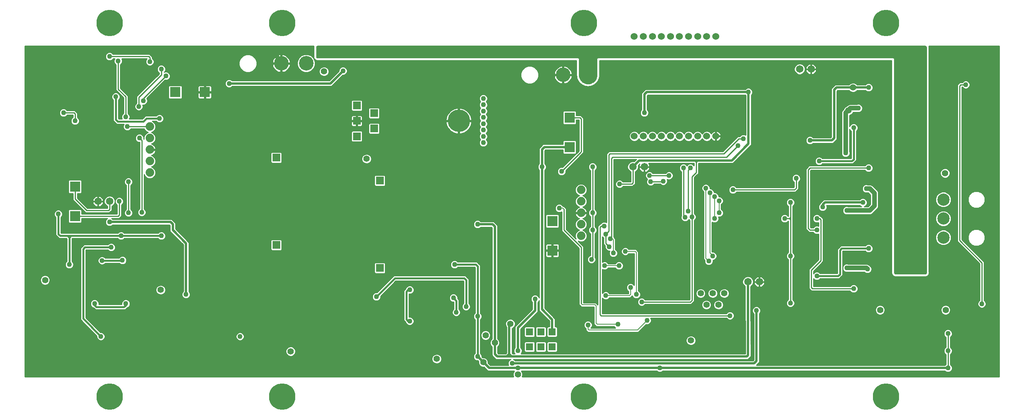
<source format=gbl>
G75*
G70*
%OFA0B0*%
%FSLAX24Y24*%
%IPPOS*%
%LPD*%
%AMOC8*
5,1,8,0,0,1.08239X$1,22.5*
%
%ADD10C,0.0650*%
%ADD11C,0.0740*%
%ADD12C,0.0600*%
%ADD13C,0.1065*%
%ADD14C,0.2300*%
%ADD15R,0.0634X0.0634*%
%ADD16R,0.0886X0.0886*%
%ADD17R,0.0673X0.0673*%
%ADD18C,0.1950*%
%ADD19C,0.1266*%
%ADD20C,0.0436*%
%ADD21C,0.0080*%
%ADD22C,0.0100*%
%ADD23C,0.0160*%
%ADD24C,0.0200*%
%ADD25C,0.0400*%
%ADD26C,0.0300*%
%ADD27C,0.0554*%
D10*
X006651Y019101D03*
X007651Y019101D03*
X053151Y022101D03*
X054151Y022101D03*
X067651Y030601D03*
X068651Y030601D03*
X064151Y012101D03*
X063151Y012101D03*
D11*
X048651Y016101D03*
X048651Y017101D03*
X048651Y018101D03*
X048651Y019101D03*
X048651Y020101D03*
X011151Y021601D03*
X011151Y022601D03*
X011151Y023601D03*
X011151Y024601D03*
X011151Y025601D03*
D12*
X053277Y024770D03*
X054065Y024770D03*
X054852Y024770D03*
X055639Y024770D03*
X056427Y024770D03*
X057214Y024770D03*
X058002Y024770D03*
X058789Y024770D03*
X059576Y024770D03*
X060364Y024770D03*
X060364Y033431D03*
X059576Y033431D03*
X058789Y033431D03*
X058002Y033431D03*
X057214Y033431D03*
X056427Y033431D03*
X055639Y033431D03*
X054852Y033431D03*
X054065Y033431D03*
X053277Y033431D03*
D13*
X080151Y019251D03*
X080151Y017601D03*
X080151Y015951D03*
D14*
X007651Y002101D03*
X022651Y002101D03*
X048901Y002101D03*
X075151Y002101D03*
X075151Y034601D03*
X048901Y034601D03*
X022651Y034601D03*
X007651Y034601D03*
D15*
X044171Y007751D03*
X045151Y007751D03*
X046131Y007751D03*
X046131Y006451D03*
X045151Y006451D03*
X044171Y006451D03*
D16*
X046151Y014821D03*
X046151Y017380D03*
X047651Y023821D03*
X047651Y026380D03*
X015931Y028601D03*
X013372Y028601D03*
X004651Y020380D03*
X004651Y017821D03*
D17*
X022151Y015301D03*
X031151Y013301D03*
X031151Y020901D03*
X029151Y024761D03*
X030651Y025431D03*
X029151Y026101D03*
X030651Y026771D03*
X029151Y027441D03*
X022151Y022901D03*
D18*
X038021Y026101D03*
D19*
X047084Y030101D03*
X049250Y030101D03*
X024750Y031101D03*
X022584Y031101D03*
D20*
X025851Y031851D03*
X026351Y031851D03*
X026851Y031851D03*
X026851Y032401D03*
X026351Y032401D03*
X025851Y032401D03*
X027951Y030451D03*
X030151Y031101D03*
X033901Y029751D03*
X040151Y028051D03*
X040151Y027501D03*
X040151Y026951D03*
X040151Y026401D03*
X040151Y025851D03*
X040151Y025301D03*
X040151Y024751D03*
X040151Y024201D03*
X045251Y022101D03*
X046951Y021701D03*
X049651Y022101D03*
X052001Y020601D03*
X054601Y021351D03*
X054701Y020801D03*
X055801Y020851D03*
X056301Y021351D03*
X057551Y022001D03*
X058151Y022001D03*
X059501Y020251D03*
X059851Y019851D03*
X060251Y019501D03*
X060651Y019151D03*
X060651Y018101D03*
X060251Y017601D03*
X059051Y017101D03*
X058301Y017751D03*
X057701Y017701D03*
X057951Y018251D03*
X061851Y020101D03*
X066851Y019001D03*
X069651Y019401D03*
X069651Y018601D03*
X071751Y018301D03*
X073151Y019001D03*
X073451Y020201D03*
X073651Y022001D03*
X071651Y023301D03*
X069351Y022601D03*
X068551Y024401D03*
X066651Y024301D03*
X062751Y024551D03*
X062301Y023951D03*
X063651Y026601D03*
X063201Y028601D03*
X066651Y028901D03*
X069151Y028401D03*
X069151Y027901D03*
X069151Y027401D03*
X069651Y027401D03*
X069651Y027901D03*
X069651Y028401D03*
X072751Y027201D03*
X069651Y026901D03*
X069151Y026901D03*
X072351Y025501D03*
X076251Y022551D03*
X076751Y022551D03*
X077251Y022551D03*
X077751Y022551D03*
X078251Y022551D03*
X082151Y022601D03*
X069151Y017601D03*
X069151Y016601D03*
X066351Y017601D03*
X063151Y015101D03*
X060101Y014351D03*
X059751Y013901D03*
X059001Y015451D03*
X054151Y013351D03*
X054151Y012101D03*
X052951Y012201D03*
X052951Y011609D03*
X053451Y011001D03*
X053917Y010351D03*
X051901Y009551D03*
X051851Y008401D03*
X054401Y008751D03*
X055001Y007951D03*
X055001Y006201D03*
X055501Y004601D03*
X056851Y004151D03*
X060301Y004151D03*
X063851Y004151D03*
X068851Y004151D03*
X072351Y004151D03*
X075351Y004151D03*
X080551Y004601D03*
X082201Y004951D03*
X080551Y006101D03*
X080551Y007601D03*
X082051Y009901D03*
X083501Y010188D03*
X081651Y013301D03*
X078251Y015551D03*
X077751Y015551D03*
X077251Y015551D03*
X076751Y015551D03*
X076251Y015551D03*
X073651Y015001D03*
X073551Y013201D03*
X071751Y013301D03*
X069851Y014401D03*
X066851Y014351D03*
X069151Y012601D03*
X072351Y011501D03*
X069651Y009431D03*
X066851Y010251D03*
X063901Y009601D03*
X061601Y009158D03*
X051951Y013501D03*
X050701Y013501D03*
X049551Y014051D03*
X051101Y015151D03*
X051451Y014601D03*
X052501Y014751D03*
X051201Y015851D03*
X050801Y016251D03*
X050651Y016951D03*
X049651Y016601D03*
X049651Y018101D03*
X050151Y018751D03*
X046751Y018501D03*
X046651Y020101D03*
X039651Y017101D03*
X039251Y015001D03*
X037251Y014601D03*
X037651Y013601D03*
X035651Y011451D03*
X035151Y011451D03*
X034651Y011451D03*
X033751Y011401D03*
X030851Y010801D03*
X029301Y012951D03*
X037551Y010701D03*
X038651Y009951D03*
X039201Y009951D03*
X037801Y009451D03*
X039651Y009101D03*
X040201Y008201D03*
X040151Y006601D03*
X039651Y005601D03*
X039351Y004651D03*
X042651Y005001D03*
X043151Y004601D03*
X043151Y006101D03*
X049251Y008351D03*
X047151Y009201D03*
X044651Y010601D03*
X049051Y012351D03*
X050801Y010901D03*
X033751Y008681D03*
X027151Y007801D03*
X019001Y007351D03*
X014301Y007351D03*
X011251Y006001D03*
X006901Y007351D03*
X004501Y005601D03*
X006351Y010201D03*
X006301Y011101D03*
X006301Y011601D03*
X006301Y012101D03*
X004151Y013601D03*
X003481Y014991D03*
X007001Y013951D03*
X008776Y013976D03*
X007801Y015101D03*
X008651Y016101D03*
X007001Y016601D03*
X007651Y017301D03*
X009301Y018101D03*
X010451Y018151D03*
X010851Y019201D03*
X008501Y019101D03*
X009301Y020801D03*
X013201Y020301D03*
X012651Y022901D03*
X010251Y024601D03*
X009201Y025601D03*
X009051Y026451D03*
X010201Y027351D03*
X010601Y027851D03*
X008201Y028201D03*
X007951Y029001D03*
X007551Y030101D03*
X008401Y031301D03*
X007651Y031701D03*
X009151Y032101D03*
X011151Y031251D03*
X011851Y031351D03*
X012151Y030601D03*
X012551Y030001D03*
X018051Y029351D03*
X011991Y026301D03*
X012651Y025401D03*
X006651Y026601D03*
X004651Y026101D03*
X003651Y026801D03*
X003351Y026001D03*
X003001Y024551D03*
X003651Y022151D03*
X003651Y018851D03*
X003201Y018001D03*
X010751Y016551D03*
X012151Y016101D03*
X013101Y015801D03*
X013651Y014101D03*
X014301Y011001D03*
X009071Y010201D03*
X022151Y024601D03*
X006351Y027601D03*
X049351Y025301D03*
X054151Y026801D03*
X053151Y028101D03*
X069151Y029601D03*
X073651Y029001D03*
X076251Y029551D03*
X076751Y029551D03*
X077251Y029551D03*
X077751Y029551D03*
X078251Y029551D03*
X082101Y029251D03*
X083651Y028601D03*
X067351Y021101D03*
D21*
X060651Y019151D02*
X060651Y018101D01*
X060251Y017601D02*
X060251Y019501D01*
X059851Y019851D02*
X059851Y014601D01*
X060101Y014351D01*
X059751Y013901D02*
X059501Y014151D01*
X059501Y020251D01*
X051451Y015751D02*
X051351Y015851D01*
X051201Y015851D01*
X051451Y015751D02*
X051451Y014601D01*
X052501Y014751D02*
X053351Y014751D01*
X053451Y014651D01*
X053451Y011001D01*
X052951Y011001D02*
X052851Y010901D01*
X050801Y010901D01*
X049951Y010001D02*
X049951Y008501D01*
X050051Y008401D01*
X051851Y008401D01*
X053551Y007901D02*
X054401Y008751D01*
X053551Y007901D02*
X049331Y007901D01*
X049251Y007981D01*
X049251Y008351D01*
X049951Y010001D02*
X049851Y010101D01*
X048751Y010101D01*
X048651Y010201D01*
X052951Y011001D02*
X052951Y011609D01*
X051951Y013501D02*
X050701Y013501D01*
X047151Y018401D02*
X047051Y018501D01*
X046751Y018501D01*
D22*
X046405Y018627D02*
X045501Y018627D01*
X045501Y018725D02*
X046455Y018725D01*
X046439Y018709D02*
X046383Y018574D01*
X046383Y018428D01*
X046439Y018292D01*
X046543Y018189D01*
X046678Y018133D01*
X046824Y018133D01*
X046951Y018185D01*
X046951Y016518D01*
X047068Y016401D01*
X048451Y015018D01*
X048451Y010118D01*
X048568Y010001D01*
X048582Y010001D01*
X048672Y009911D01*
X048830Y009911D01*
X049761Y009911D01*
X049761Y008579D01*
X049761Y008422D01*
X049861Y008322D01*
X049972Y008211D01*
X051531Y008211D01*
X051539Y008192D01*
X051641Y008091D01*
X049512Y008091D01*
X049563Y008142D01*
X049619Y008278D01*
X049619Y008424D01*
X049563Y008559D01*
X049460Y008663D01*
X049324Y008719D01*
X049178Y008719D01*
X049043Y008663D01*
X048939Y008559D01*
X048883Y008424D01*
X048883Y008278D01*
X048939Y008142D01*
X049043Y008039D01*
X049061Y008031D01*
X049061Y007902D01*
X049141Y007822D01*
X049252Y007711D01*
X053472Y007711D01*
X053630Y007711D01*
X054309Y008390D01*
X054328Y008383D01*
X054474Y008383D01*
X054610Y008439D01*
X054713Y008542D01*
X054769Y008678D01*
X054769Y008824D01*
X054714Y008958D01*
X061286Y008958D01*
X061289Y008949D01*
X061393Y008846D01*
X061528Y008790D01*
X061674Y008790D01*
X061810Y008846D01*
X061913Y008949D01*
X061969Y009085D01*
X061969Y009231D01*
X061913Y009366D01*
X061810Y009470D01*
X061674Y009526D01*
X061528Y009526D01*
X061393Y009470D01*
X061289Y009366D01*
X061286Y009358D01*
X050501Y009358D01*
X050501Y010680D01*
X050593Y010589D01*
X050728Y010533D01*
X050874Y010533D01*
X051010Y010589D01*
X051113Y010692D01*
X051121Y010711D01*
X052772Y010711D01*
X052930Y010711D01*
X053102Y010883D01*
X053139Y010792D01*
X053243Y010689D01*
X053378Y010633D01*
X053524Y010633D01*
X053660Y010689D01*
X053763Y010792D01*
X053819Y010928D01*
X053819Y011074D01*
X053763Y011209D01*
X053660Y011313D01*
X053641Y011321D01*
X053641Y014572D01*
X053641Y014729D01*
X053541Y014829D01*
X053430Y014941D01*
X052821Y014941D01*
X052813Y014959D01*
X052710Y015063D01*
X052574Y015119D01*
X052428Y015119D01*
X052293Y015063D01*
X052189Y014959D01*
X052133Y014824D01*
X052133Y014678D01*
X052189Y014542D01*
X052293Y014439D01*
X052428Y014383D01*
X052574Y014383D01*
X052710Y014439D01*
X052813Y014542D01*
X052821Y014561D01*
X053261Y014561D01*
X053261Y011819D01*
X053160Y011921D01*
X053024Y011977D01*
X052878Y011977D01*
X052743Y011921D01*
X052639Y011817D01*
X052583Y011682D01*
X052583Y011535D01*
X052639Y011400D01*
X052743Y011297D01*
X052761Y011289D01*
X052761Y011091D01*
X051121Y011091D01*
X051113Y011109D01*
X051010Y011213D01*
X050874Y011269D01*
X050728Y011269D01*
X050593Y011213D01*
X050501Y011121D01*
X050501Y013185D01*
X050628Y013133D01*
X050774Y013133D01*
X050910Y013189D01*
X051013Y013292D01*
X051021Y013311D01*
X051631Y013311D01*
X051639Y013292D01*
X051743Y013189D01*
X051878Y013133D01*
X052024Y013133D01*
X052160Y013189D01*
X052263Y013292D01*
X052319Y013428D01*
X052319Y013574D01*
X052263Y013709D01*
X052160Y013813D01*
X052024Y013869D01*
X051878Y013869D01*
X051743Y013813D01*
X051639Y013709D01*
X051631Y013691D01*
X051021Y013691D01*
X051013Y013709D01*
X050910Y013813D01*
X050774Y013869D01*
X050628Y013869D01*
X050501Y013816D01*
X050501Y016030D01*
X050593Y015939D01*
X050601Y015935D01*
X050601Y015368D01*
X050718Y015251D01*
X050737Y015233D01*
X050733Y015224D01*
X050733Y015078D01*
X050789Y014942D01*
X050893Y014839D01*
X051028Y014783D01*
X051128Y014783D01*
X051083Y014674D01*
X051083Y014528D01*
X051139Y014392D01*
X051243Y014289D01*
X051378Y014233D01*
X051524Y014233D01*
X051660Y014289D01*
X051763Y014392D01*
X051819Y014528D01*
X051819Y014674D01*
X051763Y014809D01*
X051660Y014913D01*
X051641Y014921D01*
X051641Y015672D01*
X051641Y015829D01*
X051569Y015901D01*
X051569Y015924D01*
X051513Y016059D01*
X051501Y016071D01*
X051501Y022751D01*
X053448Y022751D01*
X053265Y022568D01*
X053246Y022576D01*
X053057Y022576D01*
X052882Y022503D01*
X052749Y022370D01*
X052676Y022195D01*
X052676Y022006D01*
X052749Y021832D01*
X052882Y021698D01*
X052951Y021669D01*
X052951Y020801D01*
X052317Y020801D01*
X052313Y020809D01*
X052210Y020913D01*
X052074Y020969D01*
X051928Y020969D01*
X051793Y020913D01*
X051689Y020809D01*
X051633Y020674D01*
X051633Y020528D01*
X051689Y020392D01*
X051793Y020289D01*
X051928Y020233D01*
X052074Y020233D01*
X052210Y020289D01*
X052313Y020392D01*
X052317Y020401D01*
X052968Y020401D01*
X053134Y020401D01*
X053234Y020501D01*
X053351Y020618D01*
X053351Y021669D01*
X053420Y021698D01*
X053554Y021832D01*
X053626Y022006D01*
X053626Y022195D01*
X053618Y022214D01*
X053736Y022332D01*
X053711Y022283D01*
X053688Y022212D01*
X053676Y022138D01*
X053676Y022120D01*
X054132Y022120D01*
X054132Y022082D01*
X053676Y022082D01*
X053676Y022063D01*
X053688Y021990D01*
X053711Y021918D01*
X053745Y021852D01*
X053789Y021791D01*
X053842Y021738D01*
X053902Y021695D01*
X053969Y021661D01*
X054040Y021637D01*
X054114Y021626D01*
X054132Y021626D01*
X054132Y022082D01*
X054170Y022082D01*
X054170Y022120D01*
X054626Y022120D01*
X054626Y022138D01*
X054614Y022212D01*
X054591Y022283D01*
X054557Y022350D01*
X054520Y022401D01*
X057601Y022401D01*
X058451Y022401D01*
X058451Y022221D01*
X058360Y022313D01*
X058224Y022369D01*
X058078Y022369D01*
X057943Y022313D01*
X057851Y022221D01*
X057760Y022313D01*
X057624Y022369D01*
X057478Y022369D01*
X057343Y022313D01*
X057239Y022209D01*
X057183Y022074D01*
X057183Y021928D01*
X057239Y021792D01*
X057343Y021689D01*
X057351Y021685D01*
X057351Y017818D01*
X057333Y017774D01*
X057333Y017628D01*
X057389Y017492D01*
X057493Y017389D01*
X057628Y017333D01*
X057774Y017333D01*
X057910Y017389D01*
X058013Y017492D01*
X058021Y017511D01*
X058093Y017439D01*
X058101Y017435D01*
X058101Y010584D01*
X058068Y010551D01*
X054232Y010551D01*
X054229Y010559D01*
X054125Y010663D01*
X053990Y010719D01*
X053843Y010719D01*
X053708Y010663D01*
X053604Y010559D01*
X053548Y010424D01*
X053548Y010278D01*
X053604Y010142D01*
X053708Y010039D01*
X053843Y009983D01*
X053990Y009983D01*
X054125Y010039D01*
X054229Y010142D01*
X054232Y010151D01*
X058068Y010151D01*
X058234Y010151D01*
X058501Y010418D01*
X058501Y010584D01*
X058501Y017435D01*
X058510Y017439D01*
X058613Y017542D01*
X058669Y017678D01*
X058669Y017824D01*
X058613Y017959D01*
X058510Y018063D01*
X058501Y018066D01*
X058501Y021168D01*
X058734Y021401D01*
X058851Y021518D01*
X058851Y022401D01*
X060601Y022401D01*
X061701Y022401D01*
X061801Y022401D01*
X061893Y022439D01*
X063413Y023959D01*
X063451Y024051D01*
X063451Y024151D01*
X063451Y028330D01*
X063513Y028392D01*
X063569Y028528D01*
X063569Y028674D01*
X063513Y028809D01*
X063410Y028913D01*
X063274Y028969D01*
X063128Y028969D01*
X062993Y028913D01*
X062931Y028851D01*
X054401Y028851D01*
X054301Y028851D01*
X054210Y028813D01*
X054010Y028613D01*
X053939Y028542D01*
X053901Y028451D01*
X053901Y027071D01*
X053839Y027009D01*
X053783Y026874D01*
X053783Y026728D01*
X053839Y026592D01*
X053943Y026489D01*
X054078Y026433D01*
X054224Y026433D01*
X054360Y026489D01*
X054463Y026592D01*
X054519Y026728D01*
X054519Y026874D01*
X054463Y027009D01*
X054401Y027071D01*
X054401Y028297D01*
X054455Y028351D01*
X062931Y028351D01*
X062951Y028330D01*
X062951Y024866D01*
X062824Y024919D01*
X062678Y024919D01*
X062543Y024863D01*
X062439Y024759D01*
X062436Y024751D01*
X062434Y024751D01*
X062268Y024751D01*
X060968Y023451D01*
X051234Y023451D01*
X051068Y023451D01*
X050968Y023351D01*
X050851Y023234D01*
X050851Y017266D01*
X050724Y017319D01*
X050578Y017319D01*
X050443Y017263D01*
X050339Y017159D01*
X050336Y017151D01*
X050318Y017151D01*
X050201Y017034D01*
X050101Y016934D01*
X050101Y016768D01*
X050101Y010119D01*
X050041Y010179D01*
X049930Y010291D01*
X048851Y010291D01*
X048851Y015018D01*
X048851Y015184D01*
X048388Y015647D01*
X048548Y015581D01*
X048755Y015581D01*
X048946Y015660D01*
X049092Y015806D01*
X049171Y015997D01*
X049171Y016204D01*
X049092Y016395D01*
X048946Y016542D01*
X048803Y016601D01*
X048946Y016660D01*
X049092Y016806D01*
X049171Y016997D01*
X049171Y017204D01*
X049092Y017395D01*
X048946Y017542D01*
X048799Y017602D01*
X048851Y017619D01*
X048924Y017656D01*
X048990Y017704D01*
X049048Y017762D01*
X049096Y017828D01*
X049133Y017901D01*
X049158Y017979D01*
X049170Y018051D01*
X048701Y018051D01*
X048701Y018151D01*
X049170Y018151D01*
X049158Y018223D01*
X049133Y018300D01*
X049096Y018373D01*
X049048Y018440D01*
X048990Y018497D01*
X048924Y018546D01*
X048851Y018583D01*
X048799Y018599D01*
X048946Y018660D01*
X049092Y018806D01*
X049171Y018997D01*
X049171Y019204D01*
X049092Y019395D01*
X048946Y019542D01*
X048803Y019601D01*
X048946Y019660D01*
X049092Y019806D01*
X049171Y019997D01*
X049171Y020204D01*
X049092Y020395D01*
X048946Y020542D01*
X048755Y020621D01*
X048548Y020621D01*
X048357Y020542D01*
X048210Y020395D01*
X048131Y020204D01*
X048131Y019997D01*
X048210Y019806D01*
X048357Y019660D01*
X048500Y019601D01*
X048357Y019542D01*
X048210Y019395D01*
X048131Y019204D01*
X048131Y018997D01*
X048210Y018806D01*
X048357Y018660D01*
X048503Y018599D01*
X048452Y018583D01*
X048379Y018546D01*
X048312Y018497D01*
X048255Y018440D01*
X048206Y018373D01*
X048169Y018300D01*
X048144Y018223D01*
X048133Y018151D01*
X048601Y018151D01*
X048601Y018051D01*
X048133Y018051D01*
X048144Y017979D01*
X048169Y017901D01*
X048206Y017828D01*
X048255Y017762D01*
X048312Y017704D01*
X048379Y017656D01*
X048452Y017619D01*
X048503Y017602D01*
X048357Y017542D01*
X048210Y017395D01*
X048131Y017204D01*
X048131Y016997D01*
X048210Y016806D01*
X048357Y016660D01*
X048500Y016601D01*
X048357Y016542D01*
X048210Y016395D01*
X048131Y016204D01*
X048131Y015997D01*
X048198Y015837D01*
X047351Y016684D01*
X047351Y018484D01*
X047234Y018601D01*
X047220Y018601D01*
X047130Y018691D01*
X047071Y018691D01*
X047063Y018709D01*
X046960Y018813D01*
X046824Y018869D01*
X046678Y018869D01*
X046543Y018813D01*
X046439Y018709D01*
X046570Y018824D02*
X045501Y018824D01*
X045501Y018923D02*
X048162Y018923D01*
X048131Y019021D02*
X045501Y019021D01*
X045501Y019120D02*
X048131Y019120D01*
X048137Y019218D02*
X045501Y019218D01*
X045501Y019317D02*
X048178Y019317D01*
X048230Y019415D02*
X045501Y019415D01*
X045501Y019514D02*
X048329Y019514D01*
X048471Y019612D02*
X045501Y019612D01*
X045501Y019711D02*
X048306Y019711D01*
X048209Y019809D02*
X045501Y019809D01*
X045501Y019908D02*
X048168Y019908D01*
X048131Y020007D02*
X045501Y020007D01*
X045501Y020105D02*
X048131Y020105D01*
X048131Y020204D02*
X045501Y020204D01*
X045501Y020302D02*
X048172Y020302D01*
X048216Y020401D02*
X045501Y020401D01*
X045501Y020499D02*
X048314Y020499D01*
X048492Y020598D02*
X045501Y020598D01*
X045501Y020696D02*
X049451Y020696D01*
X049451Y020598D02*
X048810Y020598D01*
X048988Y020499D02*
X049451Y020499D01*
X049451Y020401D02*
X049087Y020401D01*
X049131Y020302D02*
X049451Y020302D01*
X049451Y020204D02*
X049171Y020204D01*
X049171Y020105D02*
X049451Y020105D01*
X049451Y020007D02*
X049171Y020007D01*
X049134Y019908D02*
X049451Y019908D01*
X049451Y019809D02*
X049093Y019809D01*
X048997Y019711D02*
X049451Y019711D01*
X049451Y019612D02*
X048831Y019612D01*
X048973Y019514D02*
X049451Y019514D01*
X049451Y019415D02*
X049072Y019415D01*
X049125Y019317D02*
X049451Y019317D01*
X049451Y019218D02*
X049165Y019218D01*
X049171Y019120D02*
X049451Y019120D01*
X049451Y019021D02*
X049171Y019021D01*
X049140Y018923D02*
X049451Y018923D01*
X049451Y018824D02*
X049099Y018824D01*
X049011Y018725D02*
X049451Y018725D01*
X049451Y018627D02*
X048866Y018627D01*
X048947Y018528D02*
X049451Y018528D01*
X049451Y018430D02*
X049055Y018430D01*
X049117Y018331D02*
X049361Y018331D01*
X049339Y018309D02*
X049283Y018174D01*
X049283Y018028D01*
X049339Y017892D01*
X049443Y017789D01*
X049451Y017785D01*
X049451Y016916D01*
X049443Y016913D01*
X049339Y016809D01*
X049283Y016674D01*
X049283Y016528D01*
X049339Y016392D01*
X049443Y016289D01*
X049451Y016285D01*
X049451Y014408D01*
X049343Y014363D01*
X049239Y014259D01*
X049183Y014124D01*
X049183Y013978D01*
X049239Y013842D01*
X049343Y013739D01*
X049478Y013683D01*
X049624Y013683D01*
X049760Y013739D01*
X049863Y013842D01*
X049919Y013978D01*
X049919Y014124D01*
X049863Y014259D01*
X049851Y014271D01*
X049851Y016285D01*
X049860Y016289D01*
X049963Y016392D01*
X050019Y016528D01*
X050019Y016674D01*
X049963Y016809D01*
X049860Y016913D01*
X049851Y016916D01*
X049851Y017785D01*
X049860Y017789D01*
X049963Y017892D01*
X050019Y018028D01*
X050019Y018174D01*
X049963Y018309D01*
X049860Y018413D01*
X049851Y018416D01*
X049851Y021785D01*
X049860Y021789D01*
X049963Y021892D01*
X050019Y022028D01*
X050019Y022174D01*
X049963Y022309D01*
X049860Y022413D01*
X049724Y022469D01*
X049578Y022469D01*
X049443Y022413D01*
X049339Y022309D01*
X049283Y022174D01*
X049283Y022028D01*
X049339Y021892D01*
X049443Y021789D01*
X049451Y021785D01*
X049451Y018416D01*
X049443Y018413D01*
X049339Y018309D01*
X049307Y018233D02*
X049155Y018233D01*
X049283Y018134D02*
X048701Y018134D01*
X048601Y018134D02*
X047351Y018134D01*
X047351Y018036D02*
X048135Y018036D01*
X048158Y017937D02*
X047351Y017937D01*
X047351Y017839D02*
X048201Y017839D01*
X048276Y017740D02*
X047351Y017740D01*
X047351Y017641D02*
X048407Y017641D01*
X048360Y017543D02*
X047351Y017543D01*
X047351Y017444D02*
X048259Y017444D01*
X048190Y017346D02*
X047351Y017346D01*
X047351Y017247D02*
X048149Y017247D01*
X048131Y017149D02*
X047351Y017149D01*
X047351Y017050D02*
X048131Y017050D01*
X048150Y016952D02*
X047351Y016952D01*
X047351Y016853D02*
X048191Y016853D01*
X048262Y016755D02*
X047351Y016755D01*
X047379Y016656D02*
X048366Y016656D01*
X048395Y016558D02*
X047477Y016558D01*
X047576Y016459D02*
X048274Y016459D01*
X048196Y016360D02*
X047674Y016360D01*
X047773Y016262D02*
X048155Y016262D01*
X048131Y016163D02*
X047871Y016163D01*
X047970Y016065D02*
X048131Y016065D01*
X048144Y015966D02*
X048069Y015966D01*
X048167Y015868D02*
X048185Y015868D01*
X048463Y015572D02*
X049451Y015572D01*
X049451Y015474D02*
X048561Y015474D01*
X048660Y015375D02*
X049451Y015375D01*
X049451Y015276D02*
X048758Y015276D01*
X048851Y015178D02*
X049451Y015178D01*
X049451Y015079D02*
X048851Y015079D01*
X048851Y014981D02*
X049451Y014981D01*
X049451Y014882D02*
X048851Y014882D01*
X048851Y014784D02*
X049451Y014784D01*
X049451Y014685D02*
X048851Y014685D01*
X048851Y014587D02*
X049451Y014587D01*
X049451Y014488D02*
X048851Y014488D01*
X048851Y014390D02*
X049407Y014390D01*
X049271Y014291D02*
X048851Y014291D01*
X048851Y014192D02*
X049211Y014192D01*
X049183Y014094D02*
X048851Y014094D01*
X048851Y013995D02*
X049183Y013995D01*
X049216Y013897D02*
X048851Y013897D01*
X048851Y013798D02*
X049283Y013798D01*
X049437Y013700D02*
X048851Y013700D01*
X048851Y013601D02*
X050101Y013601D01*
X050101Y013503D02*
X048851Y013503D01*
X048851Y013404D02*
X050101Y013404D01*
X050101Y013306D02*
X048851Y013306D01*
X048851Y013207D02*
X050101Y013207D01*
X050101Y013109D02*
X048851Y013109D01*
X048851Y013010D02*
X050101Y013010D01*
X050101Y012911D02*
X048851Y012911D01*
X048851Y012813D02*
X050101Y012813D01*
X050101Y012714D02*
X048851Y012714D01*
X048851Y012616D02*
X050101Y012616D01*
X050101Y012517D02*
X048851Y012517D01*
X048851Y012419D02*
X050101Y012419D01*
X050101Y012320D02*
X048851Y012320D01*
X048851Y012222D02*
X050101Y012222D01*
X050101Y012123D02*
X048851Y012123D01*
X048851Y012025D02*
X050101Y012025D01*
X050101Y011926D02*
X048851Y011926D01*
X048851Y011827D02*
X050101Y011827D01*
X050101Y011729D02*
X048851Y011729D01*
X048851Y011630D02*
X050101Y011630D01*
X050101Y011532D02*
X048851Y011532D01*
X048851Y011433D02*
X050101Y011433D01*
X050101Y011335D02*
X048851Y011335D01*
X048851Y011236D02*
X050101Y011236D01*
X050101Y011138D02*
X048851Y011138D01*
X048851Y011039D02*
X050101Y011039D01*
X050101Y010941D02*
X048851Y010941D01*
X048851Y010842D02*
X050101Y010842D01*
X050101Y010743D02*
X048851Y010743D01*
X048851Y010645D02*
X050101Y010645D01*
X050101Y010546D02*
X048851Y010546D01*
X048851Y010448D02*
X050101Y010448D01*
X050101Y010349D02*
X048851Y010349D01*
X048651Y010201D02*
X048651Y015101D01*
X047151Y016601D01*
X047151Y018401D01*
X047306Y018528D02*
X048355Y018528D01*
X048436Y018627D02*
X047194Y018627D01*
X047047Y018725D02*
X048291Y018725D01*
X048203Y018824D02*
X046933Y018824D01*
X047351Y018430D02*
X048248Y018430D01*
X048185Y018331D02*
X047351Y018331D01*
X047351Y018233D02*
X048147Y018233D01*
X049167Y018036D02*
X049283Y018036D01*
X049320Y017937D02*
X049145Y017937D01*
X049101Y017839D02*
X049393Y017839D01*
X049451Y017740D02*
X049026Y017740D01*
X048895Y017641D02*
X049451Y017641D01*
X049451Y017543D02*
X048942Y017543D01*
X049043Y017444D02*
X049451Y017444D01*
X049451Y017346D02*
X049112Y017346D01*
X049153Y017247D02*
X049451Y017247D01*
X049451Y017149D02*
X049171Y017149D01*
X049171Y017050D02*
X049451Y017050D01*
X049451Y016952D02*
X049152Y016952D01*
X049111Y016853D02*
X049383Y016853D01*
X049316Y016755D02*
X049040Y016755D01*
X048936Y016656D02*
X049283Y016656D01*
X049283Y016558D02*
X048907Y016558D01*
X049028Y016459D02*
X049311Y016459D01*
X049371Y016360D02*
X049106Y016360D01*
X049147Y016262D02*
X049451Y016262D01*
X049451Y016163D02*
X049171Y016163D01*
X049171Y016065D02*
X049451Y016065D01*
X049451Y015966D02*
X049158Y015966D01*
X049117Y015868D02*
X049451Y015868D01*
X049451Y015769D02*
X049055Y015769D01*
X048956Y015671D02*
X049451Y015671D01*
X049851Y015671D02*
X050101Y015671D01*
X050101Y015769D02*
X049851Y015769D01*
X049851Y015868D02*
X050101Y015868D01*
X050101Y015966D02*
X049851Y015966D01*
X049851Y016065D02*
X050101Y016065D01*
X050101Y016163D02*
X049851Y016163D01*
X049851Y016262D02*
X050101Y016262D01*
X050101Y016360D02*
X049931Y016360D01*
X049991Y016459D02*
X050101Y016459D01*
X050101Y016558D02*
X050019Y016558D01*
X050019Y016656D02*
X050101Y016656D01*
X050101Y016755D02*
X049986Y016755D01*
X049919Y016853D02*
X050101Y016853D01*
X050119Y016952D02*
X049851Y016952D01*
X049851Y017050D02*
X050218Y017050D01*
X050316Y017149D02*
X049851Y017149D01*
X049851Y017247D02*
X050427Y017247D01*
X050401Y016951D02*
X050651Y016951D01*
X050401Y016951D02*
X050301Y016851D01*
X050301Y009258D01*
X050401Y009158D01*
X061601Y009158D01*
X061969Y009167D02*
X062908Y009167D01*
X062908Y009265D02*
X061955Y009265D01*
X061914Y009364D02*
X062908Y009364D01*
X062908Y009462D02*
X061817Y009462D01*
X061962Y009068D02*
X062909Y009068D01*
X062909Y008970D02*
X061922Y008970D01*
X061835Y008871D02*
X062909Y008871D01*
X062909Y008773D02*
X054769Y008773D01*
X054768Y008674D02*
X062910Y008674D01*
X062910Y008576D02*
X054727Y008576D01*
X054648Y008477D02*
X062910Y008477D01*
X062910Y008378D02*
X054297Y008378D01*
X054199Y008280D02*
X062911Y008280D01*
X062911Y008181D02*
X054100Y008181D01*
X054002Y008083D02*
X062911Y008083D01*
X062911Y007984D02*
X053903Y007984D01*
X053805Y007886D02*
X062912Y007886D01*
X062912Y007787D02*
X053706Y007787D01*
X051550Y008181D02*
X049579Y008181D01*
X049619Y008280D02*
X049903Y008280D01*
X049805Y008378D02*
X049619Y008378D01*
X049597Y008477D02*
X049761Y008477D01*
X049761Y008576D02*
X049547Y008576D01*
X049433Y008674D02*
X049761Y008674D01*
X049761Y008773D02*
X046381Y008773D01*
X046381Y008771D02*
X046381Y008871D01*
X049761Y008871D01*
X049761Y008970D02*
X046336Y008970D01*
X046343Y008962D02*
X045501Y009804D01*
X045501Y021830D01*
X045563Y021892D01*
X045619Y022028D01*
X045619Y022174D01*
X045563Y022309D01*
X045501Y022371D01*
X045501Y023518D01*
X045555Y023571D01*
X047058Y023571D01*
X047058Y023316D01*
X047146Y023228D01*
X048156Y023228D01*
X048244Y023316D01*
X048244Y024326D01*
X048156Y024414D01*
X047146Y024414D01*
X047058Y024326D01*
X047058Y024071D01*
X045401Y024071D01*
X045310Y024033D01*
X045239Y023963D01*
X045039Y023763D01*
X045001Y023671D01*
X045001Y023571D01*
X045001Y022371D01*
X044939Y022309D01*
X044883Y022174D01*
X044883Y022028D01*
X044939Y021892D01*
X045001Y021830D01*
X045001Y010718D01*
X044963Y010809D01*
X044860Y010913D01*
X044724Y010969D01*
X044578Y010969D01*
X044443Y010913D01*
X044339Y010809D01*
X044283Y010674D01*
X044283Y010528D01*
X044339Y010392D01*
X044401Y010330D01*
X044401Y009704D01*
X043010Y008313D01*
X042939Y008242D01*
X042901Y008151D01*
X042901Y006371D01*
X042839Y006309D01*
X042651Y006309D01*
X042651Y006408D02*
X042901Y006408D01*
X042901Y006506D02*
X042651Y006506D01*
X042651Y006605D02*
X042901Y006605D01*
X042901Y006703D02*
X042651Y006703D01*
X042651Y006802D02*
X042901Y006802D01*
X042901Y006900D02*
X042651Y006900D01*
X042651Y006999D02*
X042901Y006999D01*
X042901Y007097D02*
X042651Y007097D01*
X042651Y007196D02*
X042901Y007196D01*
X042901Y007294D02*
X042651Y007294D01*
X042651Y007393D02*
X042901Y007393D01*
X042901Y007492D02*
X042651Y007492D01*
X042651Y007590D02*
X042901Y007590D01*
X042901Y007689D02*
X042651Y007689D01*
X042651Y007787D02*
X042901Y007787D01*
X042901Y007886D02*
X042651Y007886D01*
X042651Y007984D02*
X042901Y007984D01*
X042901Y008083D02*
X042729Y008083D01*
X042743Y008089D02*
X042863Y008209D01*
X042928Y008366D01*
X042928Y008536D01*
X042863Y008693D01*
X042743Y008813D01*
X042586Y008878D01*
X042416Y008878D01*
X042259Y008813D01*
X042139Y008693D01*
X042074Y008536D01*
X042074Y008366D01*
X042139Y008209D01*
X042151Y008197D01*
X042151Y005904D01*
X042098Y005851D01*
X041455Y005851D01*
X041401Y005904D01*
X041401Y006447D01*
X041513Y006559D01*
X041578Y006716D01*
X041578Y006886D01*
X041513Y007043D01*
X041401Y007155D01*
X041401Y016851D01*
X041401Y016951D01*
X041363Y017042D01*
X041163Y017242D01*
X041093Y017313D01*
X041001Y017351D01*
X039922Y017351D01*
X039860Y017413D01*
X039724Y017469D01*
X039578Y017469D01*
X039443Y017413D01*
X039339Y017309D01*
X039283Y017174D01*
X039283Y017028D01*
X039339Y016892D01*
X039443Y016789D01*
X039578Y016733D01*
X039724Y016733D01*
X039860Y016789D01*
X039922Y016851D01*
X040848Y016851D01*
X040901Y016797D01*
X040901Y007155D01*
X040789Y007043D01*
X040724Y006886D01*
X040724Y006716D01*
X040789Y006559D01*
X040901Y006447D01*
X040901Y005751D01*
X040939Y005659D01*
X041010Y005589D01*
X041139Y005459D01*
X041210Y005389D01*
X041301Y005351D01*
X042251Y005351D01*
X042534Y005351D01*
X042443Y005313D01*
X042339Y005209D01*
X042283Y005074D01*
X042283Y004928D01*
X042315Y004851D01*
X040755Y004851D01*
X040578Y005027D01*
X040578Y005186D01*
X040513Y005343D01*
X040393Y005463D01*
X040236Y005528D01*
X040077Y005528D01*
X040019Y005586D01*
X040019Y005674D01*
X039963Y005809D01*
X039881Y005891D01*
X039881Y008810D01*
X039963Y008892D01*
X040019Y009028D01*
X040019Y009174D01*
X039963Y009309D01*
X039881Y009391D01*
X039881Y013536D01*
X039746Y013671D01*
X039586Y013831D01*
X039396Y013831D01*
X037942Y013831D01*
X037860Y013913D01*
X037724Y013969D01*
X037578Y013969D01*
X037443Y013913D01*
X037339Y013809D01*
X037283Y013674D01*
X037283Y013528D01*
X037339Y013392D01*
X037443Y013289D01*
X037578Y013233D01*
X037724Y013233D01*
X037860Y013289D01*
X037942Y013371D01*
X039396Y013371D01*
X039421Y013346D01*
X039421Y009391D01*
X039339Y009309D01*
X039283Y009174D01*
X039283Y009028D01*
X039339Y008892D01*
X039421Y008810D01*
X039421Y005891D01*
X039339Y005809D01*
X039283Y005674D01*
X039283Y005528D01*
X039339Y005392D01*
X039443Y005289D01*
X039578Y005233D01*
X039666Y005233D01*
X039724Y005174D01*
X039724Y005016D01*
X039789Y004859D01*
X039909Y004739D01*
X040066Y004674D01*
X040225Y004674D01*
X040510Y004389D01*
X040601Y004351D01*
X040701Y004351D01*
X042847Y004351D01*
X042789Y004293D01*
X042724Y004136D01*
X042724Y003966D01*
X042772Y003851D01*
X000301Y003851D01*
X000301Y032601D01*
X025402Y032601D01*
X025401Y032595D01*
X025395Y032578D01*
X025395Y032561D01*
X025391Y032552D01*
X025391Y032518D01*
X025387Y032484D01*
X025391Y032467D01*
X025391Y031735D01*
X025387Y031718D01*
X025391Y031684D01*
X025391Y031649D01*
X025395Y031641D01*
X025395Y031624D01*
X025401Y031607D01*
X025404Y031589D01*
X025419Y031563D01*
X025427Y031533D01*
X025437Y031520D01*
X025444Y031504D01*
X025466Y031482D01*
X025481Y031455D01*
X025495Y031445D01*
X025506Y031431D01*
X025532Y031415D01*
X025554Y031394D01*
X025570Y031387D01*
X025584Y031376D01*
X025614Y031368D01*
X025640Y031353D01*
X025657Y031351D01*
X025674Y031344D01*
X025691Y031344D01*
X025699Y031341D01*
X025734Y031341D01*
X025768Y031336D01*
X025785Y031341D01*
X048241Y031341D01*
X048241Y030142D01*
X048238Y030132D01*
X048241Y030090D01*
X048241Y030049D01*
X048245Y030039D01*
X048249Y029994D01*
X048246Y029973D01*
X048253Y029943D01*
X048255Y029911D01*
X048265Y029893D01*
X048278Y029838D01*
X048278Y029817D01*
X048290Y029789D01*
X048297Y029758D01*
X048309Y029741D01*
X048331Y029689D01*
X048334Y029668D01*
X048351Y029642D01*
X048362Y029613D01*
X048377Y029598D01*
X048407Y029550D01*
X048413Y029530D01*
X048433Y029507D01*
X048450Y029480D01*
X048467Y029468D01*
X048503Y029425D01*
X048513Y029406D01*
X048536Y029386D01*
X048557Y029362D01*
X048575Y029353D01*
X048618Y029316D01*
X048630Y029299D01*
X048657Y029283D01*
X048681Y029263D01*
X048701Y029256D01*
X048749Y029227D01*
X048763Y029212D01*
X048792Y029200D01*
X048819Y029184D01*
X048840Y029181D01*
X048891Y029159D01*
X048908Y029147D01*
X048939Y029139D01*
X048968Y029127D01*
X048989Y029127D01*
X049043Y029114D01*
X049062Y029105D01*
X049093Y029102D01*
X049124Y029095D01*
X049144Y029098D01*
X049200Y029094D01*
X049220Y029088D01*
X049251Y029090D01*
X049282Y029088D01*
X049302Y029094D01*
X049358Y029098D01*
X049379Y029095D01*
X049409Y029102D01*
X049440Y029105D01*
X049459Y029114D01*
X049514Y029127D01*
X049535Y029127D01*
X049563Y029139D01*
X049594Y029147D01*
X049611Y029159D01*
X049663Y029181D01*
X049683Y029184D01*
X049710Y029200D01*
X049739Y029212D01*
X049754Y029227D01*
X049802Y029256D01*
X049822Y029263D01*
X049845Y029283D01*
X049872Y029299D01*
X049884Y029316D01*
X049927Y029353D01*
X049946Y029362D01*
X049966Y029386D01*
X049990Y029406D01*
X049999Y029425D01*
X050036Y029468D01*
X050053Y029480D01*
X050069Y029507D01*
X050089Y029530D01*
X050096Y029550D01*
X050125Y029598D01*
X050140Y029613D01*
X050152Y029642D01*
X050168Y029668D01*
X050171Y029689D01*
X050193Y029741D01*
X050205Y029758D01*
X050213Y029789D01*
X050224Y029817D01*
X050224Y029838D01*
X050238Y029893D01*
X050247Y029911D01*
X050249Y029943D01*
X050257Y029973D01*
X050254Y029994D01*
X050257Y030039D01*
X050261Y030049D01*
X050261Y030090D01*
X050264Y030132D01*
X050261Y030142D01*
X050261Y031341D01*
X075641Y031341D01*
X075641Y012935D01*
X075637Y012918D01*
X075641Y012884D01*
X075641Y012849D01*
X075645Y012841D01*
X075645Y012824D01*
X075651Y012807D01*
X075654Y012789D01*
X075669Y012763D01*
X075677Y012733D01*
X075687Y012720D01*
X075694Y012704D01*
X075716Y012682D01*
X075731Y012655D01*
X075745Y012645D01*
X075756Y012631D01*
X075782Y012615D01*
X075804Y012594D01*
X075820Y012587D01*
X075834Y012576D01*
X075864Y012568D01*
X075890Y012553D01*
X075907Y012551D01*
X075924Y012544D01*
X075941Y012544D01*
X075949Y012541D01*
X075984Y012541D01*
X076018Y012536D01*
X076035Y012541D01*
X078517Y012541D01*
X078534Y012536D01*
X078568Y012541D01*
X078603Y012541D01*
X078611Y012544D01*
X078628Y012544D01*
X078645Y012551D01*
X078662Y012553D01*
X078689Y012568D01*
X078719Y012576D01*
X078732Y012587D01*
X078748Y012594D01*
X078770Y012615D01*
X078797Y012631D01*
X078807Y012645D01*
X078821Y012655D01*
X078837Y012682D01*
X078858Y012704D01*
X078865Y012720D01*
X078875Y012733D01*
X078883Y012763D01*
X078899Y012789D01*
X078901Y012807D01*
X078908Y012824D01*
X078908Y012841D01*
X078911Y012849D01*
X078911Y012884D01*
X078916Y012918D01*
X078911Y012935D01*
X078911Y032467D01*
X078916Y032484D01*
X078911Y032518D01*
X078911Y032552D01*
X078908Y032561D01*
X078908Y032578D01*
X078901Y032595D01*
X078900Y032601D01*
X085001Y032601D01*
X085001Y003851D01*
X043531Y003851D01*
X043578Y003966D01*
X043578Y004136D01*
X043513Y004293D01*
X043455Y004351D01*
X055231Y004351D01*
X055293Y004289D01*
X055428Y004233D01*
X055574Y004233D01*
X055710Y004289D01*
X055772Y004351D01*
X080281Y004351D01*
X080343Y004289D01*
X080478Y004233D01*
X080624Y004233D01*
X080760Y004289D01*
X080863Y004392D01*
X080919Y004528D01*
X080919Y004674D01*
X080863Y004809D01*
X080760Y004913D01*
X080751Y004916D01*
X080751Y005785D01*
X080760Y005789D01*
X080863Y005892D01*
X080919Y006028D01*
X080919Y006174D01*
X080863Y006309D01*
X085001Y006309D01*
X085001Y006408D02*
X080765Y006408D01*
X080760Y006413D02*
X080751Y006416D01*
X080751Y007285D01*
X080760Y007289D01*
X080863Y007392D01*
X080919Y007528D01*
X080919Y007674D01*
X080863Y007809D01*
X080760Y007913D01*
X080624Y007969D01*
X080478Y007969D01*
X080343Y007913D01*
X080239Y007809D01*
X080183Y007674D01*
X080183Y007528D01*
X080239Y007392D01*
X080343Y007289D01*
X080351Y007285D01*
X080351Y006416D01*
X080343Y006413D01*
X080239Y006309D01*
X064151Y006309D01*
X064151Y006408D02*
X080337Y006408D01*
X080351Y006506D02*
X064151Y006506D01*
X064151Y006605D02*
X080351Y006605D01*
X080351Y006703D02*
X064151Y006703D01*
X064151Y006802D02*
X080351Y006802D01*
X080351Y006900D02*
X064151Y006900D01*
X064151Y006999D02*
X080351Y006999D01*
X080351Y007097D02*
X064151Y007097D01*
X064151Y007196D02*
X080351Y007196D01*
X080337Y007294D02*
X064151Y007294D01*
X064151Y007393D02*
X080239Y007393D01*
X080198Y007492D02*
X064151Y007492D01*
X064151Y007590D02*
X080183Y007590D01*
X080189Y007689D02*
X064151Y007689D01*
X064151Y007787D02*
X080230Y007787D01*
X080316Y007886D02*
X064151Y007886D01*
X064151Y007984D02*
X085001Y007984D01*
X085001Y007886D02*
X080787Y007886D01*
X080872Y007787D02*
X085001Y007787D01*
X085001Y007689D02*
X080913Y007689D01*
X080919Y007590D02*
X085001Y007590D01*
X085001Y007492D02*
X080904Y007492D01*
X080864Y007393D02*
X085001Y007393D01*
X085001Y007294D02*
X080765Y007294D01*
X080751Y007196D02*
X085001Y007196D01*
X085001Y007097D02*
X080751Y007097D01*
X080751Y006999D02*
X085001Y006999D01*
X085001Y006900D02*
X080751Y006900D01*
X080751Y006802D02*
X085001Y006802D01*
X085001Y006703D02*
X080751Y006703D01*
X080751Y006605D02*
X085001Y006605D01*
X085001Y006506D02*
X080751Y006506D01*
X080760Y006413D02*
X080863Y006309D01*
X080904Y006210D02*
X085001Y006210D01*
X085001Y006112D02*
X080919Y006112D01*
X080913Y006013D02*
X085001Y006013D01*
X085001Y005915D02*
X080873Y005915D01*
X080787Y005816D02*
X085001Y005816D01*
X085001Y005718D02*
X080751Y005718D01*
X080751Y005619D02*
X085001Y005619D01*
X085001Y005521D02*
X080751Y005521D01*
X080751Y005422D02*
X085001Y005422D01*
X085001Y005324D02*
X080751Y005324D01*
X080751Y005225D02*
X085001Y005225D01*
X085001Y005126D02*
X080751Y005126D01*
X080751Y005028D02*
X085001Y005028D01*
X085001Y004929D02*
X080751Y004929D01*
X080842Y004831D02*
X085001Y004831D01*
X085001Y004732D02*
X080895Y004732D01*
X080919Y004634D02*
X085001Y004634D01*
X085001Y004535D02*
X080919Y004535D01*
X080882Y004437D02*
X085001Y004437D01*
X085001Y004338D02*
X080809Y004338D01*
X080641Y004240D02*
X085001Y004240D01*
X085001Y004141D02*
X043576Y004141D01*
X043578Y004043D02*
X085001Y004043D01*
X085001Y003944D02*
X043569Y003944D01*
X043535Y004240D02*
X055411Y004240D01*
X055591Y004240D02*
X080461Y004240D01*
X080293Y004338D02*
X055759Y004338D01*
X055243Y004338D02*
X043468Y004338D01*
X042835Y004338D02*
X000301Y004338D01*
X000301Y004240D02*
X042767Y004240D01*
X042726Y004141D02*
X000301Y004141D01*
X000301Y004043D02*
X042724Y004043D01*
X042733Y003944D02*
X000301Y003944D01*
X000301Y004437D02*
X040462Y004437D01*
X040363Y004535D02*
X000301Y004535D01*
X000301Y004634D02*
X040265Y004634D01*
X039924Y004732D02*
X000301Y004732D01*
X000301Y004831D02*
X039817Y004831D01*
X039760Y004929D02*
X000301Y004929D01*
X000301Y005028D02*
X035885Y005028D01*
X035859Y005039D02*
X036016Y004974D01*
X036186Y004974D01*
X036343Y005039D01*
X036463Y005159D01*
X036528Y005316D01*
X036528Y005486D01*
X036463Y005643D01*
X036343Y005763D01*
X036186Y005828D01*
X036016Y005828D01*
X035859Y005763D01*
X035739Y005643D01*
X035674Y005486D01*
X035674Y005316D01*
X035739Y005159D01*
X035859Y005039D01*
X035771Y005126D02*
X000301Y005126D01*
X000301Y005225D02*
X035712Y005225D01*
X035674Y005324D02*
X000301Y005324D01*
X000301Y005422D02*
X035674Y005422D01*
X035689Y005521D02*
X000301Y005521D01*
X000301Y005619D02*
X035729Y005619D01*
X035814Y005718D02*
X023672Y005718D01*
X023643Y005689D02*
X023763Y005809D01*
X023828Y005966D01*
X023828Y006136D01*
X023763Y006293D01*
X023643Y006413D01*
X023486Y006478D01*
X023316Y006478D01*
X023159Y006413D01*
X023039Y006293D01*
X022974Y006136D01*
X022974Y005966D01*
X023039Y005809D01*
X023159Y005689D01*
X023316Y005624D01*
X023486Y005624D01*
X023643Y005689D01*
X023766Y005816D02*
X035988Y005816D01*
X036214Y005816D02*
X039346Y005816D01*
X039301Y005718D02*
X036388Y005718D01*
X036473Y005619D02*
X039283Y005619D01*
X039286Y005521D02*
X036514Y005521D01*
X036528Y005422D02*
X039327Y005422D01*
X039408Y005324D02*
X036528Y005324D01*
X036491Y005225D02*
X039673Y005225D01*
X039724Y005126D02*
X036431Y005126D01*
X036317Y005028D02*
X039724Y005028D01*
X040434Y005422D02*
X041176Y005422D01*
X041139Y005459D02*
X041139Y005459D01*
X041078Y005521D02*
X040254Y005521D01*
X040019Y005619D02*
X040979Y005619D01*
X040915Y005718D02*
X040001Y005718D01*
X039956Y005816D02*
X040901Y005816D01*
X040901Y005915D02*
X039881Y005915D01*
X039881Y006013D02*
X040901Y006013D01*
X040901Y006112D02*
X039881Y006112D01*
X039881Y006210D02*
X040901Y006210D01*
X040901Y006309D02*
X039881Y006309D01*
X039881Y006408D02*
X040901Y006408D01*
X040842Y006506D02*
X039881Y006506D01*
X039881Y006605D02*
X040770Y006605D01*
X040729Y006703D02*
X039881Y006703D01*
X039881Y006802D02*
X040724Y006802D01*
X040730Y006900D02*
X039881Y006900D01*
X039881Y006999D02*
X040771Y006999D01*
X040844Y007097D02*
X040602Y007097D01*
X040593Y007089D02*
X040713Y007209D01*
X040778Y007366D01*
X040778Y007536D01*
X040713Y007693D01*
X040593Y007813D01*
X040436Y007878D01*
X040266Y007878D01*
X040109Y007813D01*
X039989Y007693D01*
X039924Y007536D01*
X039924Y007366D01*
X039989Y007209D01*
X040109Y007089D01*
X040266Y007024D01*
X040436Y007024D01*
X040593Y007089D01*
X040700Y007196D02*
X040901Y007196D01*
X040901Y007294D02*
X040749Y007294D01*
X040778Y007393D02*
X040901Y007393D01*
X040901Y007492D02*
X040778Y007492D01*
X040756Y007590D02*
X040901Y007590D01*
X040901Y007689D02*
X040715Y007689D01*
X040619Y007787D02*
X040901Y007787D01*
X040901Y007886D02*
X039881Y007886D01*
X039881Y007984D02*
X040901Y007984D01*
X040901Y008083D02*
X039881Y008083D01*
X039881Y008181D02*
X040901Y008181D01*
X040901Y008280D02*
X039881Y008280D01*
X039881Y008378D02*
X040901Y008378D01*
X040901Y008477D02*
X039881Y008477D01*
X039881Y008576D02*
X040901Y008576D01*
X040901Y008674D02*
X039881Y008674D01*
X039881Y008773D02*
X040901Y008773D01*
X040901Y008871D02*
X039942Y008871D01*
X039995Y008970D02*
X040901Y008970D01*
X040901Y009068D02*
X040019Y009068D01*
X040019Y009167D02*
X040901Y009167D01*
X040901Y009265D02*
X039981Y009265D01*
X039909Y009364D02*
X040901Y009364D01*
X040901Y009462D02*
X039881Y009462D01*
X039881Y009561D02*
X040901Y009561D01*
X040901Y009659D02*
X039881Y009659D01*
X039881Y009758D02*
X040901Y009758D01*
X040901Y009857D02*
X039881Y009857D01*
X039881Y009955D02*
X040901Y009955D01*
X040901Y010054D02*
X039881Y010054D01*
X039881Y010152D02*
X040901Y010152D01*
X040901Y010251D02*
X039881Y010251D01*
X039881Y010349D02*
X040901Y010349D01*
X040901Y010448D02*
X039881Y010448D01*
X039881Y010546D02*
X040901Y010546D01*
X040901Y010645D02*
X039881Y010645D01*
X039881Y010743D02*
X040901Y010743D01*
X040901Y010842D02*
X039881Y010842D01*
X039881Y010941D02*
X040901Y010941D01*
X040901Y011039D02*
X039881Y011039D01*
X039881Y011138D02*
X040901Y011138D01*
X040901Y011236D02*
X039881Y011236D01*
X039881Y011335D02*
X040901Y011335D01*
X040901Y011433D02*
X039881Y011433D01*
X039881Y011532D02*
X040901Y011532D01*
X040901Y011630D02*
X039881Y011630D01*
X039881Y011729D02*
X040901Y011729D01*
X040901Y011827D02*
X039881Y011827D01*
X039881Y011926D02*
X040901Y011926D01*
X040901Y012025D02*
X039881Y012025D01*
X039881Y012123D02*
X040901Y012123D01*
X040901Y012222D02*
X039881Y012222D01*
X039881Y012320D02*
X040901Y012320D01*
X040901Y012419D02*
X039881Y012419D01*
X039881Y012517D02*
X040901Y012517D01*
X040901Y012616D02*
X039881Y012616D01*
X039881Y012714D02*
X040901Y012714D01*
X040901Y012813D02*
X039881Y012813D01*
X039881Y012911D02*
X040901Y012911D01*
X040901Y013010D02*
X039881Y013010D01*
X039881Y013109D02*
X040901Y013109D01*
X040901Y013207D02*
X039881Y013207D01*
X039881Y013306D02*
X040901Y013306D01*
X040901Y013404D02*
X039881Y013404D01*
X039881Y013503D02*
X040901Y013503D01*
X040901Y013601D02*
X039816Y013601D01*
X039717Y013700D02*
X040901Y013700D01*
X040901Y013798D02*
X039619Y013798D01*
X039421Y013306D02*
X037877Y013306D01*
X037426Y013306D02*
X031638Y013306D01*
X031638Y013404D02*
X037334Y013404D01*
X037293Y013503D02*
X031638Y013503D01*
X031638Y013601D02*
X037283Y013601D01*
X037294Y013700D02*
X031637Y013700D01*
X031638Y013699D02*
X031550Y013787D01*
X030752Y013787D01*
X030665Y013699D01*
X030665Y012902D01*
X030752Y012814D01*
X031550Y012814D01*
X031638Y012902D01*
X031638Y013699D01*
X031638Y013207D02*
X039421Y013207D01*
X039421Y013109D02*
X031638Y013109D01*
X031638Y013010D02*
X039421Y013010D01*
X039421Y012911D02*
X031638Y012911D01*
X032144Y012419D02*
X014551Y012419D01*
X014551Y012517D02*
X032242Y012517D01*
X032341Y012616D02*
X014551Y012616D01*
X014551Y012714D02*
X039421Y012714D01*
X039421Y012616D02*
X038601Y012616D01*
X038586Y012631D02*
X032546Y012631D01*
X032356Y012631D01*
X030894Y011169D01*
X030778Y011169D01*
X030643Y011113D01*
X030539Y011009D01*
X030483Y010874D01*
X030483Y010728D01*
X030539Y010592D01*
X030643Y010489D01*
X030778Y010433D01*
X030924Y010433D01*
X031060Y010489D01*
X031163Y010592D01*
X031219Y010728D01*
X031219Y010844D01*
X032546Y012171D01*
X038396Y012171D01*
X038421Y012146D01*
X038421Y010241D01*
X038339Y010159D01*
X038283Y010024D01*
X038283Y009878D01*
X038339Y009742D01*
X038443Y009639D01*
X038578Y009583D01*
X038724Y009583D01*
X038860Y009639D01*
X038963Y009742D01*
X039019Y009878D01*
X039019Y010024D01*
X038963Y010159D01*
X038881Y010241D01*
X038881Y012146D01*
X038881Y012336D01*
X038721Y012496D01*
X038586Y012631D01*
X038700Y012517D02*
X039421Y012517D01*
X039421Y012419D02*
X038798Y012419D01*
X038881Y012320D02*
X039421Y012320D01*
X039421Y012222D02*
X038881Y012222D01*
X038881Y012123D02*
X039421Y012123D01*
X039421Y012025D02*
X038881Y012025D01*
X038881Y011926D02*
X039421Y011926D01*
X039421Y011827D02*
X038881Y011827D01*
X038881Y011729D02*
X039421Y011729D01*
X039421Y011630D02*
X038881Y011630D01*
X038881Y011532D02*
X039421Y011532D01*
X039421Y011433D02*
X038881Y011433D01*
X038881Y011335D02*
X039421Y011335D01*
X039421Y011236D02*
X038881Y011236D01*
X038881Y011138D02*
X039421Y011138D01*
X039421Y011039D02*
X038881Y011039D01*
X038881Y010941D02*
X039421Y010941D01*
X039421Y010842D02*
X038881Y010842D01*
X038881Y010743D02*
X039421Y010743D01*
X039421Y010645D02*
X038881Y010645D01*
X038881Y010546D02*
X039421Y010546D01*
X039421Y010448D02*
X038881Y010448D01*
X038881Y010349D02*
X039421Y010349D01*
X039421Y010251D02*
X038881Y010251D01*
X038966Y010152D02*
X039421Y010152D01*
X039421Y010054D02*
X039007Y010054D01*
X039019Y009955D02*
X039421Y009955D01*
X039421Y009857D02*
X039011Y009857D01*
X038970Y009758D02*
X039421Y009758D01*
X039421Y009659D02*
X038880Y009659D01*
X038422Y009659D02*
X038113Y009659D01*
X038031Y009741D01*
X038031Y010356D01*
X038031Y010546D01*
X037919Y010658D01*
X037919Y010774D01*
X037863Y010909D01*
X037760Y011013D01*
X037624Y011069D01*
X037478Y011069D01*
X037343Y011013D01*
X037239Y010909D01*
X037183Y010774D01*
X037183Y010628D01*
X037239Y010492D01*
X037343Y010389D01*
X037478Y010333D01*
X037571Y010333D01*
X037571Y009741D01*
X037489Y009659D01*
X037433Y009524D01*
X037433Y009378D01*
X037489Y009242D01*
X037593Y009139D01*
X037728Y009083D01*
X037874Y009083D01*
X038010Y009139D01*
X038113Y009242D01*
X038169Y009378D01*
X038169Y009524D01*
X038113Y009659D01*
X038154Y009561D02*
X039421Y009561D01*
X039421Y009462D02*
X038169Y009462D01*
X038164Y009364D02*
X039394Y009364D01*
X039321Y009265D02*
X038123Y009265D01*
X038038Y009167D02*
X039283Y009167D01*
X039283Y009068D02*
X033681Y009068D01*
X033681Y009049D02*
X033681Y011033D01*
X033824Y011033D01*
X033960Y011089D01*
X034063Y011192D01*
X034119Y011328D01*
X034119Y011474D01*
X034063Y011609D01*
X033960Y011713D01*
X033824Y011769D01*
X033678Y011769D01*
X033543Y011713D01*
X033439Y011609D01*
X033400Y011515D01*
X033356Y011471D01*
X033221Y011336D01*
X033221Y008746D01*
X033356Y008611D01*
X033381Y008586D01*
X033381Y008586D01*
X033400Y008567D01*
X033439Y008472D01*
X033543Y008369D01*
X033678Y008313D01*
X033824Y008313D01*
X033960Y008369D01*
X034063Y008472D01*
X034119Y008608D01*
X034119Y008754D01*
X034063Y008889D01*
X033960Y008993D01*
X033824Y009049D01*
X033681Y009049D01*
X033681Y009167D02*
X037565Y009167D01*
X037480Y009265D02*
X033681Y009265D01*
X033681Y009364D02*
X037439Y009364D01*
X037433Y009462D02*
X033681Y009462D01*
X033681Y009561D02*
X037448Y009561D01*
X037489Y009659D02*
X033681Y009659D01*
X033681Y009758D02*
X037571Y009758D01*
X037571Y009857D02*
X033681Y009857D01*
X033681Y009955D02*
X037571Y009955D01*
X037571Y010054D02*
X033681Y010054D01*
X033681Y010152D02*
X037571Y010152D01*
X037571Y010251D02*
X033681Y010251D01*
X033681Y010349D02*
X037438Y010349D01*
X037284Y010448D02*
X033681Y010448D01*
X033681Y010546D02*
X037217Y010546D01*
X037183Y010645D02*
X033681Y010645D01*
X033681Y010743D02*
X037183Y010743D01*
X037211Y010842D02*
X033681Y010842D01*
X033681Y010941D02*
X037270Y010941D01*
X037406Y011039D02*
X033840Y011039D01*
X034009Y011138D02*
X038421Y011138D01*
X038421Y011236D02*
X034081Y011236D01*
X034119Y011335D02*
X038421Y011335D01*
X038421Y011433D02*
X034119Y011433D01*
X034095Y011532D02*
X038421Y011532D01*
X038421Y011630D02*
X034042Y011630D01*
X033921Y011729D02*
X038421Y011729D01*
X038421Y011827D02*
X032203Y011827D01*
X032105Y011729D02*
X033581Y011729D01*
X033460Y011630D02*
X032006Y011630D01*
X031907Y011532D02*
X033407Y011532D01*
X033318Y011433D02*
X031809Y011433D01*
X031710Y011335D02*
X033221Y011335D01*
X033221Y011236D02*
X031612Y011236D01*
X031513Y011138D02*
X033221Y011138D01*
X033221Y011039D02*
X031415Y011039D01*
X031316Y010941D02*
X033221Y010941D01*
X033221Y010842D02*
X031219Y010842D01*
X031219Y010743D02*
X033221Y010743D01*
X033221Y010645D02*
X031185Y010645D01*
X031117Y010546D02*
X033221Y010546D01*
X033221Y010448D02*
X030961Y010448D01*
X030741Y010448D02*
X009345Y010448D01*
X009383Y010409D02*
X009280Y010513D01*
X009144Y010569D01*
X008998Y010569D01*
X008863Y010513D01*
X008759Y010409D01*
X008703Y010274D01*
X008703Y010131D01*
X006719Y010131D01*
X006719Y010274D01*
X006663Y010409D01*
X006560Y010513D01*
X006424Y010569D01*
X006278Y010569D01*
X006143Y010513D01*
X006039Y010409D01*
X005983Y010274D01*
X005983Y010128D01*
X006039Y009992D01*
X006143Y009889D01*
X006237Y009850D01*
X006281Y009806D01*
X006416Y009671D01*
X008816Y009671D01*
X009006Y009671D01*
X009185Y009850D01*
X009280Y009889D01*
X009383Y009992D01*
X009439Y010128D01*
X009439Y010274D01*
X009383Y010409D01*
X009408Y010349D02*
X033221Y010349D01*
X033221Y010251D02*
X009439Y010251D01*
X009439Y010152D02*
X033221Y010152D01*
X033221Y010054D02*
X009409Y010054D01*
X009346Y009955D02*
X033221Y009955D01*
X033221Y009857D02*
X009202Y009857D01*
X009094Y009758D02*
X033221Y009758D01*
X033221Y009659D02*
X005581Y009659D01*
X005581Y009561D02*
X033221Y009561D01*
X033221Y009462D02*
X005581Y009462D01*
X005581Y009364D02*
X033221Y009364D01*
X033221Y009265D02*
X005581Y009265D01*
X005581Y009167D02*
X033221Y009167D01*
X033221Y009068D02*
X005581Y009068D01*
X005581Y008996D02*
X005581Y014846D01*
X005606Y014871D01*
X007511Y014871D01*
X007593Y014789D01*
X007728Y014733D01*
X007874Y014733D01*
X008010Y014789D01*
X008113Y014892D01*
X008169Y015028D01*
X008169Y015174D01*
X008113Y015309D01*
X008010Y015413D01*
X007874Y015469D01*
X007728Y015469D01*
X007593Y015413D01*
X007511Y015331D01*
X005416Y015331D01*
X005281Y015196D01*
X005256Y015171D01*
X005121Y015036D01*
X005121Y008996D01*
X005121Y008806D01*
X006533Y007394D01*
X006533Y007278D01*
X006589Y007142D01*
X006693Y007039D01*
X006828Y006983D01*
X006974Y006983D01*
X007110Y007039D01*
X007213Y007142D01*
X007269Y007278D01*
X007269Y007424D01*
X007213Y007559D01*
X007110Y007663D01*
X006974Y007719D01*
X006858Y007719D01*
X005581Y008996D01*
X005607Y008970D02*
X033221Y008970D01*
X033221Y008871D02*
X005706Y008871D01*
X005805Y008773D02*
X033221Y008773D01*
X033293Y008674D02*
X005903Y008674D01*
X006002Y008576D02*
X033391Y008576D01*
X033356Y008611D02*
X033356Y008611D01*
X033437Y008477D02*
X006100Y008477D01*
X006199Y008378D02*
X033533Y008378D01*
X033969Y008378D02*
X039421Y008378D01*
X039421Y008280D02*
X006297Y008280D01*
X006396Y008181D02*
X039421Y008181D01*
X039421Y008083D02*
X006494Y008083D01*
X006593Y007984D02*
X039421Y007984D01*
X039421Y007886D02*
X006691Y007886D01*
X006790Y007787D02*
X039421Y007787D01*
X039421Y007689D02*
X019147Y007689D01*
X019210Y007663D02*
X019074Y007719D01*
X018928Y007719D01*
X018793Y007663D01*
X018689Y007559D01*
X018633Y007424D01*
X018633Y007278D01*
X018689Y007142D01*
X018793Y007039D01*
X018928Y006983D01*
X019074Y006983D01*
X019210Y007039D01*
X019313Y007142D01*
X019369Y007278D01*
X019369Y007424D01*
X019313Y007559D01*
X019210Y007663D01*
X019282Y007590D02*
X039421Y007590D01*
X039421Y007492D02*
X019341Y007492D01*
X019369Y007393D02*
X039421Y007393D01*
X039421Y007294D02*
X019369Y007294D01*
X019335Y007196D02*
X039421Y007196D01*
X039421Y007097D02*
X019268Y007097D01*
X019113Y006999D02*
X039421Y006999D01*
X039421Y006900D02*
X000301Y006900D01*
X000301Y006802D02*
X039421Y006802D01*
X039421Y006703D02*
X000301Y006703D01*
X000301Y006605D02*
X039421Y006605D01*
X039421Y006506D02*
X000301Y006506D01*
X000301Y006408D02*
X023154Y006408D01*
X023055Y006309D02*
X000301Y006309D01*
X000301Y006210D02*
X023005Y006210D01*
X022974Y006112D02*
X000301Y006112D01*
X000301Y006013D02*
X022974Y006013D01*
X022995Y005915D02*
X000301Y005915D01*
X000301Y005816D02*
X023036Y005816D01*
X023130Y005718D02*
X000301Y005718D01*
X000301Y006999D02*
X006789Y006999D01*
X006634Y007097D02*
X000301Y007097D01*
X000301Y007196D02*
X006567Y007196D01*
X006533Y007294D02*
X000301Y007294D01*
X000301Y007393D02*
X006533Y007393D01*
X006435Y007492D02*
X000301Y007492D01*
X000301Y007590D02*
X006337Y007590D01*
X006238Y007689D02*
X000301Y007689D01*
X000301Y007787D02*
X006140Y007787D01*
X006041Y007886D02*
X000301Y007886D01*
X000301Y007984D02*
X005942Y007984D01*
X005844Y008083D02*
X000301Y008083D01*
X000301Y008181D02*
X005745Y008181D01*
X005647Y008280D02*
X000301Y008280D01*
X000301Y008378D02*
X005548Y008378D01*
X005450Y008477D02*
X000301Y008477D01*
X000301Y008576D02*
X005351Y008576D01*
X005253Y008674D02*
X000301Y008674D01*
X000301Y008773D02*
X005154Y008773D01*
X005121Y008871D02*
X000301Y008871D01*
X000301Y008970D02*
X005121Y008970D01*
X005121Y009068D02*
X000301Y009068D01*
X000301Y009167D02*
X005121Y009167D01*
X005121Y009265D02*
X000301Y009265D01*
X000301Y009364D02*
X005121Y009364D01*
X005121Y009462D02*
X000301Y009462D01*
X000301Y009561D02*
X005121Y009561D01*
X005121Y009659D02*
X000301Y009659D01*
X000301Y009758D02*
X005121Y009758D01*
X005121Y009857D02*
X000301Y009857D01*
X000301Y009955D02*
X005121Y009955D01*
X005121Y010054D02*
X000301Y010054D01*
X000301Y010152D02*
X005121Y010152D01*
X005121Y010251D02*
X000301Y010251D01*
X000301Y010349D02*
X005121Y010349D01*
X005121Y010448D02*
X000301Y010448D01*
X000301Y010546D02*
X005121Y010546D01*
X005121Y010645D02*
X000301Y010645D01*
X000301Y010743D02*
X005121Y010743D01*
X005121Y010842D02*
X000301Y010842D01*
X000301Y010941D02*
X005121Y010941D01*
X005121Y011039D02*
X000301Y011039D01*
X000301Y011138D02*
X005121Y011138D01*
X005121Y011236D02*
X000301Y011236D01*
X000301Y011335D02*
X005121Y011335D01*
X005121Y011433D02*
X000301Y011433D01*
X000301Y011532D02*
X005121Y011532D01*
X005121Y011630D02*
X000301Y011630D01*
X000301Y011729D02*
X005121Y011729D01*
X005121Y011827D02*
X002145Y011827D01*
X002136Y011824D02*
X002293Y011889D01*
X002413Y012009D01*
X002478Y012166D01*
X002478Y012336D01*
X002413Y012493D01*
X002293Y012613D01*
X002136Y012678D01*
X001966Y012678D01*
X001809Y012613D01*
X001689Y012493D01*
X001624Y012336D01*
X001624Y012166D01*
X001689Y012009D01*
X001809Y011889D01*
X001966Y011824D01*
X002136Y011824D01*
X001957Y011827D02*
X000301Y011827D01*
X000301Y011926D02*
X001772Y011926D01*
X001683Y012025D02*
X000301Y012025D01*
X000301Y012123D02*
X001642Y012123D01*
X001624Y012222D02*
X000301Y012222D01*
X000301Y012320D02*
X001624Y012320D01*
X001658Y012419D02*
X000301Y012419D01*
X000301Y012517D02*
X001714Y012517D01*
X001816Y012616D02*
X000301Y012616D01*
X000301Y012714D02*
X005121Y012714D01*
X005121Y012616D02*
X002286Y012616D01*
X002389Y012517D02*
X005121Y012517D01*
X005121Y012419D02*
X002444Y012419D01*
X002478Y012320D02*
X005121Y012320D01*
X005121Y012222D02*
X002478Y012222D01*
X002461Y012123D02*
X005121Y012123D01*
X005121Y012025D02*
X002420Y012025D01*
X002330Y011926D02*
X005121Y011926D01*
X005581Y011926D02*
X014051Y011926D01*
X014051Y012025D02*
X005581Y012025D01*
X005581Y012123D02*
X014051Y012123D01*
X014051Y012222D02*
X005581Y012222D01*
X005581Y012320D02*
X014051Y012320D01*
X014051Y012419D02*
X005581Y012419D01*
X005581Y012517D02*
X014051Y012517D01*
X014051Y012616D02*
X005581Y012616D01*
X005581Y012714D02*
X014051Y012714D01*
X014051Y012813D02*
X005581Y012813D01*
X005581Y012911D02*
X014051Y012911D01*
X014051Y013010D02*
X005581Y013010D01*
X005581Y013109D02*
X014051Y013109D01*
X014051Y013207D02*
X005581Y013207D01*
X005581Y013306D02*
X014051Y013306D01*
X014051Y013404D02*
X005581Y013404D01*
X005581Y013503D02*
X014051Y013503D01*
X014051Y013601D02*
X007119Y013601D01*
X007074Y013583D02*
X007210Y013639D01*
X007292Y013721D01*
X008511Y013721D01*
X008568Y013664D01*
X008703Y013608D01*
X008849Y013608D01*
X008985Y013664D01*
X009088Y013767D01*
X009144Y013903D01*
X009144Y014049D01*
X009088Y014184D01*
X008985Y014288D01*
X008849Y014344D01*
X008703Y014344D01*
X008568Y014288D01*
X008464Y014184D01*
X008463Y014181D01*
X007292Y014181D01*
X007210Y014263D01*
X007074Y014319D01*
X006928Y014319D01*
X006793Y014263D01*
X006689Y014159D01*
X006633Y014024D01*
X006633Y013878D01*
X006689Y013742D01*
X006793Y013639D01*
X006928Y013583D01*
X007074Y013583D01*
X006883Y013601D02*
X005581Y013601D01*
X005581Y013700D02*
X006732Y013700D01*
X006666Y013798D02*
X005581Y013798D01*
X005581Y013897D02*
X006633Y013897D01*
X006633Y013995D02*
X005581Y013995D01*
X005581Y014094D02*
X006662Y014094D01*
X006722Y014192D02*
X005581Y014192D01*
X005581Y014291D02*
X006861Y014291D01*
X007142Y014291D02*
X008575Y014291D01*
X008472Y014192D02*
X007280Y014192D01*
X007271Y013700D02*
X008532Y013700D01*
X009021Y013700D02*
X014051Y013700D01*
X014051Y013798D02*
X009101Y013798D01*
X009142Y013897D02*
X014051Y013897D01*
X014051Y013995D02*
X009144Y013995D01*
X009126Y014094D02*
X014051Y014094D01*
X014051Y014192D02*
X009080Y014192D01*
X008977Y014291D02*
X014051Y014291D01*
X014051Y014390D02*
X005581Y014390D01*
X005581Y014488D02*
X014051Y014488D01*
X014051Y014587D02*
X005581Y014587D01*
X005581Y014685D02*
X014051Y014685D01*
X014051Y014784D02*
X007998Y014784D01*
X008103Y014882D02*
X014051Y014882D01*
X014051Y014981D02*
X008150Y014981D01*
X008169Y015079D02*
X014051Y015079D01*
X014051Y015178D02*
X008168Y015178D01*
X008127Y015276D02*
X014051Y015276D01*
X014051Y015347D02*
X014051Y011271D01*
X013989Y011209D01*
X013933Y011074D01*
X013933Y010928D01*
X013989Y010792D01*
X014093Y010689D01*
X014228Y010633D01*
X014374Y010633D01*
X014510Y010689D01*
X014613Y010792D01*
X014669Y010928D01*
X014669Y011074D01*
X014613Y011209D01*
X014551Y011271D01*
X014551Y015401D01*
X014551Y015501D01*
X014513Y015592D01*
X013401Y016704D01*
X013401Y017051D01*
X013401Y017151D01*
X013363Y017242D01*
X013163Y017442D01*
X013093Y017513D01*
X013001Y017551D01*
X007922Y017551D01*
X007860Y017613D01*
X007839Y017621D01*
X008318Y017621D01*
X008484Y017621D01*
X008584Y017721D01*
X008701Y017838D01*
X008701Y018785D01*
X008710Y018789D01*
X008813Y018892D01*
X008869Y019028D01*
X008869Y019174D01*
X008813Y019309D01*
X008710Y019413D01*
X008574Y019469D01*
X008428Y019469D01*
X008293Y019413D01*
X008189Y019309D01*
X008133Y019174D01*
X008133Y019028D01*
X008189Y018892D01*
X008293Y018789D01*
X008301Y018785D01*
X008301Y018021D01*
X005244Y018021D01*
X005244Y018326D01*
X005156Y018414D01*
X004146Y018414D01*
X004058Y018326D01*
X004058Y017316D01*
X004146Y017228D01*
X005156Y017228D01*
X005244Y017316D01*
X005244Y017621D01*
X007463Y017621D01*
X007443Y017613D01*
X007339Y017509D01*
X007283Y017374D01*
X007283Y017228D01*
X007339Y017092D01*
X007443Y016989D01*
X007578Y016933D01*
X007724Y016933D01*
X007860Y016989D01*
X007922Y017051D01*
X012848Y017051D01*
X012901Y016997D01*
X012901Y016551D01*
X012939Y016459D01*
X013010Y016389D01*
X014051Y015347D01*
X014023Y015375D02*
X008048Y015375D01*
X007555Y015375D02*
X004381Y015375D01*
X004381Y015474D02*
X013925Y015474D01*
X013826Y015572D02*
X004381Y015572D01*
X004381Y015671D02*
X013728Y015671D01*
X013629Y015769D02*
X012313Y015769D01*
X012360Y015789D02*
X012463Y015892D01*
X012519Y016028D01*
X012519Y016174D01*
X012463Y016309D01*
X012360Y016413D01*
X012224Y016469D01*
X012078Y016469D01*
X011943Y016413D01*
X011861Y016331D01*
X008942Y016331D01*
X008860Y016413D01*
X008724Y016469D01*
X008578Y016469D01*
X008443Y016413D01*
X008361Y016331D01*
X004216Y016331D01*
X004086Y016331D01*
X003896Y016331D01*
X003456Y016331D01*
X003431Y016356D01*
X003431Y017710D01*
X003513Y017792D01*
X003569Y017928D01*
X003569Y018074D01*
X003513Y018209D01*
X003410Y018313D01*
X003274Y018369D01*
X003128Y018369D01*
X002993Y018313D01*
X002889Y018209D01*
X002833Y018074D01*
X002833Y017928D01*
X002889Y017792D01*
X002971Y017710D01*
X002971Y016356D01*
X002971Y016166D01*
X003131Y016006D01*
X003266Y015871D01*
X003896Y015871D01*
X003921Y015846D01*
X003921Y013891D01*
X003839Y013809D01*
X003783Y013674D01*
X003783Y013528D01*
X003839Y013392D01*
X003943Y013289D01*
X004078Y013233D01*
X004224Y013233D01*
X004360Y013289D01*
X004463Y013392D01*
X004519Y013528D01*
X004519Y013674D01*
X004463Y013809D01*
X004381Y013891D01*
X004381Y015846D01*
X004406Y015871D01*
X008361Y015871D01*
X008443Y015789D01*
X008578Y015733D01*
X008724Y015733D01*
X008860Y015789D01*
X008942Y015871D01*
X011861Y015871D01*
X011943Y015789D01*
X012078Y015733D01*
X012224Y015733D01*
X012360Y015789D01*
X012439Y015868D02*
X013531Y015868D01*
X013432Y015966D02*
X012494Y015966D01*
X012519Y016065D02*
X013334Y016065D01*
X013235Y016163D02*
X012519Y016163D01*
X012483Y016262D02*
X013137Y016262D01*
X013038Y016360D02*
X012412Y016360D01*
X012248Y016459D02*
X012939Y016459D01*
X012901Y016558D02*
X003431Y016558D01*
X003431Y016656D02*
X012901Y016656D01*
X012901Y016755D02*
X003431Y016755D01*
X003431Y016853D02*
X012901Y016853D01*
X012901Y016952D02*
X007770Y016952D01*
X007921Y017050D02*
X012848Y017050D01*
X013161Y017444D02*
X039519Y017444D01*
X039376Y017346D02*
X013260Y017346D01*
X013358Y017247D02*
X039313Y017247D01*
X039283Y017149D02*
X013401Y017149D01*
X013401Y017050D02*
X039283Y017050D01*
X039314Y016952D02*
X013401Y016952D01*
X013401Y016853D02*
X039378Y016853D01*
X039525Y016755D02*
X013401Y016755D01*
X013449Y016656D02*
X040901Y016656D01*
X040901Y016558D02*
X013548Y016558D01*
X013646Y016459D02*
X040901Y016459D01*
X040901Y016360D02*
X013745Y016360D01*
X013844Y016262D02*
X040901Y016262D01*
X040901Y016163D02*
X013942Y016163D01*
X014041Y016065D02*
X040901Y016065D01*
X040901Y015966D02*
X014139Y015966D01*
X014238Y015868D02*
X040901Y015868D01*
X040901Y015769D02*
X022568Y015769D01*
X022550Y015787D02*
X021752Y015787D01*
X021665Y015699D01*
X021665Y014902D01*
X021752Y014814D01*
X022550Y014814D01*
X022638Y014902D01*
X022638Y015699D01*
X022550Y015787D01*
X022638Y015671D02*
X040901Y015671D01*
X040901Y015572D02*
X022638Y015572D01*
X022638Y015474D02*
X040901Y015474D01*
X040901Y015375D02*
X022638Y015375D01*
X022638Y015276D02*
X040901Y015276D01*
X040901Y015178D02*
X022638Y015178D01*
X022638Y015079D02*
X040901Y015079D01*
X040901Y014981D02*
X022638Y014981D01*
X022618Y014882D02*
X040901Y014882D01*
X040901Y014784D02*
X014551Y014784D01*
X014551Y014882D02*
X021684Y014882D01*
X021665Y014981D02*
X014551Y014981D01*
X014551Y015079D02*
X021665Y015079D01*
X021665Y015178D02*
X014551Y015178D01*
X014551Y015276D02*
X021665Y015276D01*
X021665Y015375D02*
X014551Y015375D01*
X014551Y015474D02*
X021665Y015474D01*
X021665Y015572D02*
X014521Y015572D01*
X014435Y015671D02*
X021665Y015671D01*
X021734Y015769D02*
X014336Y015769D01*
X011990Y015769D02*
X008813Y015769D01*
X008939Y015868D02*
X011864Y015868D01*
X011890Y016360D02*
X008912Y016360D01*
X008748Y016459D02*
X012054Y016459D01*
X013020Y017543D02*
X045001Y017543D01*
X045001Y017641D02*
X008504Y017641D01*
X008603Y017740D02*
X009210Y017740D01*
X009228Y017733D02*
X009374Y017733D01*
X009510Y017789D01*
X009613Y017892D01*
X009669Y018028D01*
X009669Y018174D01*
X009613Y018309D01*
X009510Y018413D01*
X009501Y018416D01*
X009501Y020485D01*
X009510Y020489D01*
X009613Y020592D01*
X009669Y020728D01*
X009669Y020874D01*
X009613Y021009D01*
X009510Y021113D01*
X009374Y021169D01*
X009228Y021169D01*
X009093Y021113D01*
X008989Y021009D01*
X008933Y020874D01*
X008933Y020728D01*
X008989Y020592D01*
X009093Y020489D01*
X009101Y020485D01*
X009101Y018416D01*
X009093Y018413D01*
X008989Y018309D01*
X008933Y018174D01*
X008933Y018028D01*
X008989Y017892D01*
X009093Y017789D01*
X009228Y017733D01*
X009392Y017740D02*
X045001Y017740D01*
X045001Y017839D02*
X010659Y017839D01*
X010660Y017839D02*
X010763Y017942D01*
X010819Y018078D01*
X010819Y018224D01*
X010763Y018359D01*
X010660Y018463D01*
X010651Y018466D01*
X010651Y021449D01*
X010710Y021306D01*
X010857Y021160D01*
X011048Y021081D01*
X011255Y021081D01*
X011446Y021160D01*
X011592Y021306D01*
X011671Y021497D01*
X011671Y021704D01*
X011592Y021895D01*
X011446Y022042D01*
X011303Y022101D01*
X011446Y022160D01*
X011592Y022306D01*
X011671Y022497D01*
X011671Y022704D01*
X011592Y022895D01*
X011446Y023042D01*
X011299Y023102D01*
X011351Y023119D01*
X011424Y023156D01*
X011490Y023204D01*
X011548Y023262D01*
X011596Y023328D01*
X011633Y023401D01*
X011658Y023479D01*
X011670Y023551D01*
X011201Y023551D01*
X011201Y023651D01*
X011670Y023651D01*
X011658Y023723D01*
X011633Y023800D01*
X011596Y023873D01*
X011548Y023940D01*
X011490Y023997D01*
X011424Y024046D01*
X011351Y024083D01*
X011299Y024099D01*
X011446Y024160D01*
X011592Y024306D01*
X011671Y024497D01*
X011671Y024704D01*
X011592Y024895D01*
X011446Y025042D01*
X011303Y025101D01*
X011446Y025160D01*
X011592Y025306D01*
X011671Y025497D01*
X011671Y025704D01*
X011592Y025895D01*
X011446Y026042D01*
X011375Y026071D01*
X011701Y026071D01*
X011783Y025989D01*
X011918Y025933D01*
X012064Y025933D01*
X012200Y025989D01*
X012303Y026092D01*
X012359Y026228D01*
X012359Y026374D01*
X012303Y026509D01*
X012200Y026613D01*
X012064Y026669D01*
X011918Y026669D01*
X011783Y026613D01*
X011701Y026531D01*
X010756Y026531D01*
X010621Y026396D01*
X010506Y026281D01*
X009379Y026281D01*
X009419Y026378D01*
X009419Y026524D01*
X009363Y026659D01*
X009260Y026763D01*
X009251Y026766D01*
X009251Y028284D01*
X010052Y028284D01*
X010001Y028234D02*
X010001Y028068D01*
X010001Y027666D01*
X009993Y027663D01*
X009889Y027559D01*
X009833Y027424D01*
X009833Y027278D01*
X009889Y027142D01*
X009993Y027039D01*
X010128Y026983D01*
X010274Y026983D01*
X010410Y027039D01*
X010513Y027142D01*
X010569Y027278D01*
X010569Y027424D01*
X010545Y027483D01*
X010674Y027483D01*
X010810Y027539D01*
X010913Y027642D01*
X010969Y027778D01*
X010969Y027924D01*
X010913Y028059D01*
X010903Y028070D01*
X012469Y029636D01*
X012478Y029633D01*
X012624Y029633D01*
X012760Y029689D01*
X012863Y029792D01*
X012919Y029928D01*
X012919Y030074D01*
X012863Y030209D01*
X012760Y030313D01*
X012624Y030369D01*
X012478Y030369D01*
X012413Y030342D01*
X012463Y030392D01*
X012519Y030528D01*
X012519Y030674D01*
X012463Y030809D01*
X012360Y030913D01*
X012224Y030969D01*
X012078Y030969D01*
X011943Y030913D01*
X011839Y030809D01*
X011783Y030674D01*
X011783Y030528D01*
X011839Y030392D01*
X011943Y030289D01*
X011951Y030285D01*
X011951Y030184D01*
X010001Y028234D01*
X010001Y028186D02*
X009251Y028186D01*
X009251Y028284D02*
X009134Y028401D01*
X008601Y028934D01*
X008601Y030985D01*
X008610Y030989D01*
X008713Y031092D01*
X008769Y031228D01*
X008769Y031374D01*
X008717Y031501D01*
X010881Y031501D01*
X010839Y031459D01*
X010783Y031324D01*
X010783Y031178D01*
X010839Y031042D01*
X010943Y030939D01*
X011078Y030883D01*
X011224Y030883D01*
X011360Y030939D01*
X011463Y031042D01*
X011519Y031178D01*
X011519Y031324D01*
X011463Y031459D01*
X011360Y031563D01*
X011351Y031566D01*
X011351Y031684D01*
X011234Y031801D01*
X011134Y031901D01*
X010968Y031901D01*
X007967Y031901D01*
X007963Y031909D01*
X007860Y032013D01*
X007724Y032069D01*
X007578Y032069D01*
X007443Y032013D01*
X007339Y031909D01*
X007283Y031774D01*
X007283Y031628D01*
X007339Y031492D01*
X007443Y031389D01*
X007578Y031333D01*
X007724Y031333D01*
X007860Y031389D01*
X007963Y031492D01*
X007967Y031501D01*
X008086Y031501D01*
X008033Y031374D01*
X008033Y031228D01*
X008089Y031092D01*
X008193Y030989D01*
X008201Y030985D01*
X008201Y028934D01*
X008201Y028768D01*
X008851Y028118D01*
X008851Y026766D01*
X008843Y026763D01*
X008739Y026659D01*
X008683Y026524D01*
X008683Y026378D01*
X008723Y026281D01*
X008456Y026281D01*
X008431Y026306D01*
X008431Y027910D01*
X008513Y027992D01*
X008569Y028128D01*
X008569Y028274D01*
X008513Y028409D01*
X008410Y028513D01*
X008274Y028569D01*
X008128Y028569D01*
X007993Y028513D01*
X007889Y028409D01*
X007833Y028274D01*
X007833Y028128D01*
X007889Y027992D01*
X007971Y027910D01*
X007971Y026306D01*
X007971Y026116D01*
X005019Y026116D01*
X005019Y026174D02*
X004963Y026309D01*
X004860Y026413D01*
X004851Y026416D01*
X004851Y026618D01*
X004851Y026784D01*
X004751Y026884D01*
X004634Y027001D01*
X003967Y027001D01*
X003963Y027009D01*
X003860Y027113D01*
X003724Y027169D01*
X003578Y027169D01*
X003443Y027113D01*
X003339Y027009D01*
X003283Y026874D01*
X003283Y026728D01*
X003339Y026592D01*
X003443Y026489D01*
X003578Y026433D01*
X003724Y026433D01*
X003860Y026489D01*
X003963Y026592D01*
X003967Y026601D01*
X004451Y026601D01*
X004451Y026416D01*
X004443Y026413D01*
X004339Y026309D01*
X004283Y026174D01*
X004283Y026028D01*
X004339Y025892D01*
X004443Y025789D01*
X004578Y025733D01*
X004724Y025733D01*
X004860Y025789D01*
X004963Y025892D01*
X005019Y026028D01*
X005019Y026174D01*
X005002Y026215D02*
X007971Y026215D01*
X007971Y026313D02*
X004959Y026313D01*
X004861Y026412D02*
X007971Y026412D01*
X007971Y026510D02*
X004851Y026510D01*
X004851Y026609D02*
X007971Y026609D01*
X007971Y026707D02*
X004851Y026707D01*
X004829Y026806D02*
X007971Y026806D01*
X007971Y026905D02*
X004730Y026905D01*
X004551Y026801D02*
X003651Y026801D01*
X003283Y026806D02*
X000301Y026806D01*
X000301Y026707D02*
X003291Y026707D01*
X003332Y026609D02*
X000301Y026609D01*
X000301Y026510D02*
X003421Y026510D01*
X003296Y026905D02*
X000301Y026905D01*
X000301Y027003D02*
X003337Y027003D01*
X003431Y027102D02*
X000301Y027102D01*
X000301Y027200D02*
X007971Y027200D01*
X007971Y027102D02*
X003871Y027102D01*
X003966Y027003D02*
X007971Y027003D01*
X007971Y027299D02*
X000301Y027299D01*
X000301Y027397D02*
X007971Y027397D01*
X007971Y027496D02*
X000301Y027496D01*
X000301Y027594D02*
X007971Y027594D01*
X007971Y027693D02*
X000301Y027693D01*
X000301Y027791D02*
X007971Y027791D01*
X007971Y027890D02*
X000301Y027890D01*
X000301Y027989D02*
X007893Y027989D01*
X007850Y028087D02*
X000301Y028087D01*
X000301Y028186D02*
X007833Y028186D01*
X007837Y028284D02*
X000301Y028284D01*
X000301Y028383D02*
X007878Y028383D01*
X007961Y028481D02*
X000301Y028481D01*
X000301Y028580D02*
X008389Y028580D01*
X008441Y028481D02*
X008488Y028481D01*
X008524Y028383D02*
X008586Y028383D01*
X008565Y028284D02*
X008685Y028284D01*
X008783Y028186D02*
X008569Y028186D01*
X008552Y028087D02*
X008851Y028087D01*
X008851Y027989D02*
X008510Y027989D01*
X008431Y027890D02*
X008851Y027890D01*
X008851Y027791D02*
X008431Y027791D01*
X008431Y027693D02*
X008851Y027693D01*
X008851Y027594D02*
X008431Y027594D01*
X008431Y027496D02*
X008851Y027496D01*
X008851Y027397D02*
X008431Y027397D01*
X008431Y027299D02*
X008851Y027299D01*
X008851Y027200D02*
X008431Y027200D01*
X008431Y027102D02*
X008851Y027102D01*
X008851Y027003D02*
X008431Y027003D01*
X008431Y026905D02*
X008851Y026905D01*
X008851Y026806D02*
X008431Y026806D01*
X008431Y026707D02*
X008787Y026707D01*
X008718Y026609D02*
X008431Y026609D01*
X008431Y026510D02*
X008683Y026510D01*
X008683Y026412D02*
X008431Y026412D01*
X008431Y026313D02*
X008710Y026313D01*
X009051Y026451D02*
X009051Y028201D01*
X008401Y028851D01*
X008401Y031301D01*
X008059Y031438D02*
X007909Y031438D01*
X008033Y031339D02*
X007740Y031339D01*
X007563Y031339D02*
X000301Y031339D01*
X000301Y031240D02*
X008033Y031240D01*
X008069Y031142D02*
X000301Y031142D01*
X000301Y031043D02*
X008138Y031043D01*
X008201Y030945D02*
X000301Y030945D01*
X000301Y030846D02*
X008201Y030846D01*
X008201Y030748D02*
X000301Y030748D01*
X000301Y030649D02*
X008201Y030649D01*
X008201Y030551D02*
X000301Y030551D01*
X000301Y030452D02*
X008201Y030452D01*
X008201Y030354D02*
X000301Y030354D01*
X000301Y030255D02*
X008201Y030255D01*
X008201Y030156D02*
X000301Y030156D01*
X000301Y030058D02*
X008201Y030058D01*
X008201Y029959D02*
X000301Y029959D01*
X000301Y029861D02*
X008201Y029861D01*
X008201Y029762D02*
X000301Y029762D01*
X000301Y029664D02*
X008201Y029664D01*
X008201Y029565D02*
X000301Y029565D01*
X000301Y029467D02*
X008201Y029467D01*
X008201Y029368D02*
X000301Y029368D01*
X000301Y029270D02*
X008201Y029270D01*
X008201Y029171D02*
X000301Y029171D01*
X000301Y029073D02*
X008201Y029073D01*
X008201Y028974D02*
X000301Y028974D01*
X000301Y028875D02*
X008201Y028875D01*
X008201Y028777D02*
X000301Y028777D01*
X000301Y028678D02*
X008291Y028678D01*
X008659Y028875D02*
X010643Y028875D01*
X010544Y028777D02*
X008758Y028777D01*
X008856Y028678D02*
X010446Y028678D01*
X010347Y028580D02*
X008955Y028580D01*
X009054Y028481D02*
X010249Y028481D01*
X010150Y028383D02*
X009152Y028383D01*
X009251Y028087D02*
X010001Y028087D01*
X010001Y027989D02*
X009251Y027989D01*
X009251Y027890D02*
X010001Y027890D01*
X010001Y027791D02*
X009251Y027791D01*
X009251Y027693D02*
X010001Y027693D01*
X009924Y027594D02*
X009251Y027594D01*
X009251Y027496D02*
X009863Y027496D01*
X009833Y027397D02*
X009251Y027397D01*
X009251Y027299D02*
X009833Y027299D01*
X009865Y027200D02*
X009251Y027200D01*
X009251Y027102D02*
X009930Y027102D01*
X010079Y027003D02*
X009251Y027003D01*
X009251Y026905D02*
X030165Y026905D01*
X030165Y027003D02*
X029599Y027003D01*
X029638Y027042D02*
X029638Y027839D01*
X029550Y027927D01*
X028752Y027927D01*
X028665Y027839D01*
X028665Y027042D01*
X028752Y026954D01*
X029550Y026954D01*
X029638Y027042D01*
X029638Y027102D02*
X030165Y027102D01*
X030165Y027169D02*
X030252Y027257D01*
X031050Y027257D01*
X031138Y027169D01*
X031138Y026372D01*
X031050Y026284D01*
X030252Y026284D01*
X030165Y026372D01*
X030165Y027169D01*
X030195Y027200D02*
X029638Y027200D01*
X029638Y027299D02*
X039836Y027299D01*
X039839Y027292D02*
X039906Y027226D01*
X039839Y027159D01*
X039783Y027024D01*
X039783Y026878D01*
X039839Y026742D01*
X039906Y026676D01*
X039839Y026609D01*
X039025Y026609D01*
X039007Y026646D02*
X039062Y026532D01*
X039104Y026413D01*
X039132Y026290D01*
X039146Y026164D01*
X039146Y026151D01*
X038071Y026151D01*
X037971Y026151D01*
X037971Y027226D01*
X037958Y027226D01*
X037832Y027212D01*
X037709Y027184D01*
X037590Y027142D01*
X037476Y027087D01*
X037369Y027020D01*
X037270Y026941D01*
X037181Y026852D01*
X037102Y026753D01*
X037035Y026646D01*
X036980Y026532D01*
X036938Y026413D01*
X036910Y026290D01*
X036896Y026164D01*
X036896Y026151D01*
X037971Y026151D01*
X037971Y026051D01*
X036896Y026051D01*
X036896Y026038D01*
X036910Y025912D01*
X036938Y025789D01*
X036980Y025670D01*
X037035Y025556D01*
X037102Y025449D01*
X037181Y025350D01*
X037270Y025261D01*
X037369Y025182D01*
X037476Y025115D01*
X037590Y025060D01*
X037709Y025018D01*
X037832Y024990D01*
X037958Y024976D01*
X037971Y024976D01*
X037971Y026051D01*
X038071Y026051D01*
X038071Y026151D01*
X038071Y027226D01*
X038084Y027226D01*
X038210Y027212D01*
X038333Y027184D01*
X038452Y027142D01*
X038566Y027087D01*
X038673Y027020D01*
X038772Y026941D01*
X038861Y026852D01*
X038940Y026753D01*
X039007Y026646D01*
X038969Y026707D02*
X039874Y026707D01*
X039839Y026609D02*
X039783Y026474D01*
X039783Y026328D01*
X039839Y026192D01*
X039906Y026126D01*
X039839Y026059D01*
X039783Y025924D01*
X039783Y025778D01*
X039839Y025642D01*
X039906Y025576D01*
X039839Y025509D01*
X039783Y025374D01*
X039783Y025228D01*
X039839Y025092D01*
X039906Y025026D01*
X039839Y024959D01*
X039783Y024824D01*
X039783Y024678D01*
X039839Y024542D01*
X039906Y024476D01*
X039839Y024409D01*
X039783Y024274D01*
X039783Y024128D01*
X039839Y023992D01*
X039943Y023889D01*
X040078Y023833D01*
X040224Y023833D01*
X040360Y023889D01*
X040463Y023992D01*
X040519Y024128D01*
X040519Y024274D01*
X040463Y024409D01*
X040397Y024476D01*
X040463Y024542D01*
X040519Y024678D01*
X040519Y024824D01*
X040463Y024959D01*
X040397Y025026D01*
X040463Y025092D01*
X040519Y025228D01*
X040519Y025374D01*
X040463Y025509D01*
X040397Y025576D01*
X040463Y025642D01*
X040519Y025778D01*
X040519Y025924D01*
X040463Y026059D01*
X040397Y026126D01*
X040463Y026192D01*
X040519Y026328D01*
X040519Y026474D01*
X040463Y026609D01*
X040397Y026676D01*
X040463Y026742D01*
X040519Y026878D01*
X040519Y027024D01*
X040463Y027159D01*
X040397Y027226D01*
X040463Y027292D01*
X040519Y027428D01*
X040519Y027574D01*
X040463Y027709D01*
X040397Y027776D01*
X040463Y027842D01*
X040519Y027978D01*
X040519Y028124D01*
X040463Y028259D01*
X040360Y028363D01*
X040224Y028419D01*
X040078Y028419D01*
X039943Y028363D01*
X039839Y028259D01*
X039783Y028124D01*
X039783Y027978D01*
X039839Y027842D01*
X039906Y027776D01*
X039839Y027709D01*
X039783Y027574D01*
X039783Y027428D01*
X039839Y027292D01*
X039880Y027200D02*
X038260Y027200D01*
X038071Y027200D02*
X037971Y027200D01*
X037971Y027102D02*
X038071Y027102D01*
X038071Y027003D02*
X037971Y027003D01*
X037971Y026905D02*
X038071Y026905D01*
X038071Y026806D02*
X037971Y026806D01*
X037971Y026707D02*
X038071Y026707D01*
X038071Y026609D02*
X037971Y026609D01*
X037971Y026510D02*
X038071Y026510D01*
X038071Y026412D02*
X037971Y026412D01*
X037971Y026313D02*
X038071Y026313D01*
X038071Y026215D02*
X037971Y026215D01*
X037971Y026116D02*
X029201Y026116D01*
X029201Y026151D02*
X029638Y026151D01*
X029638Y026457D01*
X029627Y026495D01*
X029608Y026529D01*
X029580Y026557D01*
X029546Y026577D01*
X029507Y026587D01*
X029201Y026587D01*
X029201Y026151D01*
X029101Y026151D01*
X029101Y026587D01*
X028795Y026587D01*
X028757Y026577D01*
X028723Y026557D01*
X028695Y026529D01*
X028675Y026495D01*
X028665Y026457D01*
X028665Y026151D01*
X029101Y026151D01*
X029101Y026051D01*
X028665Y026051D01*
X028665Y025744D01*
X028675Y025706D01*
X028695Y025672D01*
X028723Y025644D01*
X028757Y025624D01*
X028795Y025614D01*
X029101Y025614D01*
X029101Y026051D01*
X029201Y026051D01*
X029201Y026151D01*
X029201Y026215D02*
X029101Y026215D01*
X029101Y026313D02*
X029201Y026313D01*
X029201Y026412D02*
X029101Y026412D01*
X029101Y026510D02*
X029201Y026510D01*
X029101Y026116D02*
X012313Y026116D01*
X012354Y026215D02*
X028665Y026215D01*
X028665Y026313D02*
X012359Y026313D01*
X012344Y026412D02*
X028665Y026412D01*
X028684Y026510D02*
X012302Y026510D01*
X012204Y026609D02*
X030165Y026609D01*
X030165Y026707D02*
X009315Y026707D01*
X009251Y026806D02*
X030165Y026806D01*
X030165Y026510D02*
X029619Y026510D01*
X029638Y026412D02*
X030165Y026412D01*
X030223Y026313D02*
X029638Y026313D01*
X029638Y026215D02*
X036902Y026215D01*
X036916Y026313D02*
X031079Y026313D01*
X031138Y026412D02*
X036938Y026412D01*
X036973Y026510D02*
X031138Y026510D01*
X031138Y026609D02*
X037017Y026609D01*
X037074Y026707D02*
X031138Y026707D01*
X031138Y026806D02*
X037145Y026806D01*
X037234Y026905D02*
X031138Y026905D01*
X031138Y027003D02*
X037348Y027003D01*
X037507Y027102D02*
X031138Y027102D01*
X031107Y027200D02*
X037782Y027200D01*
X038536Y027102D02*
X039815Y027102D01*
X039783Y027003D02*
X038694Y027003D01*
X038808Y026905D02*
X039783Y026905D01*
X039813Y026806D02*
X038898Y026806D01*
X039070Y026510D02*
X039798Y026510D01*
X039783Y026412D02*
X039104Y026412D01*
X039127Y026313D02*
X039789Y026313D01*
X039830Y026215D02*
X039140Y026215D01*
X039146Y026051D02*
X038071Y026051D01*
X038071Y024976D01*
X038084Y024976D01*
X038210Y024990D01*
X038333Y025018D01*
X038452Y025060D01*
X038566Y025115D01*
X038673Y025182D01*
X038772Y025261D01*
X038861Y025350D01*
X038940Y025449D01*
X039007Y025556D01*
X039062Y025670D01*
X039104Y025789D01*
X039132Y025912D01*
X039146Y026038D01*
X039146Y026051D01*
X039144Y026018D02*
X039822Y026018D01*
X039783Y025919D02*
X039133Y025919D01*
X039111Y025821D02*
X039783Y025821D01*
X039806Y025722D02*
X039081Y025722D01*
X039040Y025624D02*
X039858Y025624D01*
X039855Y025525D02*
X038988Y025525D01*
X038922Y025426D02*
X039805Y025426D01*
X039783Y025328D02*
X038839Y025328D01*
X038733Y025229D02*
X039783Y025229D01*
X039823Y025131D02*
X038592Y025131D01*
X038374Y025032D02*
X039899Y025032D01*
X039829Y024934D02*
X029638Y024934D01*
X029638Y025032D02*
X030165Y025032D01*
X030252Y024944D01*
X031050Y024944D01*
X031138Y025032D01*
X031138Y025829D01*
X031050Y025917D01*
X030252Y025917D01*
X030165Y025829D01*
X030165Y025032D01*
X030165Y025131D02*
X029638Y025131D01*
X029638Y025159D02*
X029550Y025247D01*
X028752Y025247D01*
X028665Y025159D01*
X028665Y024362D01*
X028752Y024274D01*
X029550Y024274D01*
X029638Y024362D01*
X029638Y025159D01*
X029568Y025229D02*
X030165Y025229D01*
X030165Y025328D02*
X011601Y025328D01*
X011642Y025426D02*
X030165Y025426D01*
X030165Y025525D02*
X011671Y025525D01*
X011671Y025624D02*
X028760Y025624D01*
X028671Y025722D02*
X011664Y025722D01*
X011623Y025821D02*
X028665Y025821D01*
X028665Y025919D02*
X011568Y025919D01*
X011470Y026018D02*
X011754Y026018D01*
X012229Y026018D02*
X028665Y026018D01*
X029101Y026018D02*
X029201Y026018D01*
X029201Y026051D02*
X029201Y025614D01*
X029507Y025614D01*
X029546Y025624D01*
X029580Y025644D01*
X029608Y025672D01*
X029627Y025706D01*
X029638Y025744D01*
X029638Y026051D01*
X029201Y026051D01*
X029201Y025919D02*
X029101Y025919D01*
X029101Y025821D02*
X029201Y025821D01*
X029201Y025722D02*
X029101Y025722D01*
X029101Y025624D02*
X029201Y025624D01*
X029542Y025624D02*
X030165Y025624D01*
X030165Y025722D02*
X029632Y025722D01*
X029638Y025821D02*
X030165Y025821D01*
X029638Y025919D02*
X036909Y025919D01*
X036898Y026018D02*
X029638Y026018D01*
X028735Y025229D02*
X011515Y025229D01*
X011375Y025131D02*
X028665Y025131D01*
X028665Y025032D02*
X011455Y025032D01*
X011554Y024934D02*
X028665Y024934D01*
X028665Y024835D02*
X011617Y024835D01*
X011658Y024737D02*
X028665Y024737D01*
X028665Y024638D02*
X011671Y024638D01*
X011671Y024540D02*
X028665Y024540D01*
X028665Y024441D02*
X011648Y024441D01*
X011607Y024342D02*
X028684Y024342D01*
X029618Y024342D02*
X039811Y024342D01*
X039783Y024244D02*
X011530Y024244D01*
X011410Y024145D02*
X039783Y024145D01*
X039816Y024047D02*
X011421Y024047D01*
X011539Y023948D02*
X039883Y023948D01*
X040037Y023850D02*
X011608Y023850D01*
X011649Y023751D02*
X045034Y023751D01*
X045001Y023653D02*
X011669Y023653D01*
X011651Y023456D02*
X045001Y023456D01*
X045001Y023554D02*
X011201Y023554D01*
X011544Y023258D02*
X021665Y023258D01*
X021665Y023299D02*
X021665Y022502D01*
X021752Y022414D01*
X022550Y022414D01*
X022638Y022502D01*
X022638Y023299D01*
X022550Y023387D01*
X021752Y023387D01*
X021665Y023299D01*
X021722Y023357D02*
X011611Y023357D01*
X011429Y023160D02*
X021665Y023160D01*
X021665Y023061D02*
X011398Y023061D01*
X011524Y022963D02*
X021665Y022963D01*
X021665Y022864D02*
X011605Y022864D01*
X011646Y022766D02*
X021665Y022766D01*
X021665Y022667D02*
X011671Y022667D01*
X011671Y022569D02*
X021665Y022569D01*
X021697Y022470D02*
X011660Y022470D01*
X011619Y022372D02*
X045001Y022372D01*
X045001Y022470D02*
X030275Y022470D01*
X030243Y022439D02*
X030363Y022559D01*
X030428Y022716D01*
X030428Y022886D01*
X030363Y023043D01*
X030243Y023163D01*
X030086Y023228D01*
X029916Y023228D01*
X029759Y023163D01*
X029639Y023043D01*
X029574Y022886D01*
X029574Y022716D01*
X029639Y022559D01*
X029759Y022439D01*
X029916Y022374D01*
X030086Y022374D01*
X030243Y022439D01*
X030367Y022569D02*
X045001Y022569D01*
X045001Y022667D02*
X030408Y022667D01*
X030428Y022766D02*
X045001Y022766D01*
X045001Y022864D02*
X030428Y022864D01*
X030396Y022963D02*
X045001Y022963D01*
X045001Y023061D02*
X030345Y023061D01*
X030246Y023160D02*
X045001Y023160D01*
X045001Y023258D02*
X022638Y023258D01*
X022638Y023160D02*
X029756Y023160D01*
X029658Y023061D02*
X022638Y023061D01*
X022638Y022963D02*
X029606Y022963D01*
X029574Y022864D02*
X022638Y022864D01*
X022638Y022766D02*
X029574Y022766D01*
X029594Y022667D02*
X022638Y022667D01*
X022638Y022569D02*
X029635Y022569D01*
X029728Y022470D02*
X022606Y022470D01*
X022580Y023357D02*
X045001Y023357D01*
X045501Y023357D02*
X047058Y023357D01*
X047058Y023456D02*
X045501Y023456D01*
X045538Y023554D02*
X047058Y023554D01*
X047116Y023258D02*
X045501Y023258D01*
X045501Y023160D02*
X048128Y023160D01*
X048186Y023258D02*
X048226Y023258D01*
X048244Y023357D02*
X048325Y023357D01*
X048244Y023456D02*
X048423Y023456D01*
X048423Y023455D02*
X048422Y023454D01*
X047033Y022065D01*
X047024Y022069D01*
X046878Y022069D01*
X046743Y022013D01*
X046639Y021909D01*
X046583Y021774D01*
X046583Y021628D01*
X046639Y021492D01*
X046743Y021389D01*
X046878Y021333D01*
X047024Y021333D01*
X047160Y021389D01*
X047263Y021492D01*
X047319Y021628D01*
X047319Y021774D01*
X047316Y021783D01*
X048705Y023171D01*
X048706Y023172D01*
X048805Y023272D01*
X048822Y023289D01*
X048822Y023312D01*
X048835Y023343D01*
X048851Y023359D01*
X048851Y026363D01*
X048734Y026480D01*
X048634Y026580D01*
X048244Y026580D01*
X048244Y026885D01*
X048156Y026973D01*
X047146Y026973D01*
X047058Y026885D01*
X047058Y025875D01*
X047146Y025787D01*
X048156Y025787D01*
X048244Y025875D01*
X048244Y026180D01*
X048451Y026180D01*
X048451Y023484D01*
X048423Y023455D01*
X048451Y023554D02*
X048244Y023554D01*
X048244Y023653D02*
X048451Y023653D01*
X048451Y023751D02*
X048244Y023751D01*
X048244Y023850D02*
X048451Y023850D01*
X048451Y023948D02*
X048244Y023948D01*
X048244Y024047D02*
X048451Y024047D01*
X048451Y024145D02*
X048244Y024145D01*
X048244Y024244D02*
X048451Y024244D01*
X048451Y024342D02*
X048228Y024342D01*
X048451Y024441D02*
X040432Y024441D01*
X040460Y024540D02*
X048451Y024540D01*
X048451Y024638D02*
X040503Y024638D01*
X040519Y024737D02*
X048451Y024737D01*
X048451Y024835D02*
X040515Y024835D01*
X040474Y024934D02*
X048451Y024934D01*
X048451Y025032D02*
X040403Y025032D01*
X040479Y025131D02*
X048451Y025131D01*
X048451Y025229D02*
X040519Y025229D01*
X040519Y025328D02*
X048451Y025328D01*
X048451Y025426D02*
X040498Y025426D01*
X040448Y025525D02*
X048451Y025525D01*
X048451Y025624D02*
X040444Y025624D01*
X040496Y025722D02*
X048451Y025722D01*
X048451Y025821D02*
X048189Y025821D01*
X048244Y025919D02*
X048451Y025919D01*
X048451Y026018D02*
X048244Y026018D01*
X048244Y026116D02*
X048451Y026116D01*
X048651Y026280D02*
X048651Y023442D01*
X048622Y023371D02*
X046951Y021701D01*
X046583Y021682D02*
X045501Y021682D01*
X045501Y021780D02*
X046586Y021780D01*
X046626Y021879D02*
X045550Y021879D01*
X045598Y021977D02*
X046707Y021977D01*
X047044Y022076D02*
X045619Y022076D01*
X045619Y022174D02*
X047142Y022174D01*
X047241Y022273D02*
X045578Y022273D01*
X045501Y022372D02*
X047339Y022372D01*
X047438Y022470D02*
X045501Y022470D01*
X045501Y022569D02*
X047536Y022569D01*
X047635Y022667D02*
X045501Y022667D01*
X045501Y022766D02*
X047733Y022766D01*
X047832Y022864D02*
X045501Y022864D01*
X045501Y022963D02*
X047930Y022963D01*
X048029Y023061D02*
X045501Y023061D01*
X045126Y023850D02*
X040266Y023850D01*
X040419Y023948D02*
X045225Y023948D01*
X045343Y024047D02*
X040486Y024047D01*
X040519Y024145D02*
X047058Y024145D01*
X047058Y024244D02*
X040519Y024244D01*
X040491Y024342D02*
X047074Y024342D01*
X048651Y023442D02*
X048650Y023426D01*
X048646Y023411D01*
X048640Y023397D01*
X048632Y023383D01*
X048622Y023371D01*
X048792Y023258D02*
X050876Y023258D01*
X050851Y023160D02*
X048693Y023160D01*
X048595Y023061D02*
X050851Y023061D01*
X050851Y022963D02*
X048496Y022963D01*
X048397Y022864D02*
X050851Y022864D01*
X050851Y022766D02*
X048299Y022766D01*
X048200Y022667D02*
X050851Y022667D01*
X050851Y022569D02*
X048102Y022569D01*
X048003Y022470D02*
X050851Y022470D01*
X050851Y022372D02*
X049901Y022372D01*
X049978Y022273D02*
X050851Y022273D01*
X050851Y022174D02*
X050019Y022174D01*
X050019Y022076D02*
X050851Y022076D01*
X050851Y021977D02*
X049998Y021977D01*
X049950Y021879D02*
X050851Y021879D01*
X050851Y021780D02*
X049851Y021780D01*
X049851Y021682D02*
X050851Y021682D01*
X050851Y021583D02*
X049851Y021583D01*
X049851Y021485D02*
X050851Y021485D01*
X050851Y021386D02*
X049851Y021386D01*
X049851Y021288D02*
X050851Y021288D01*
X050851Y021189D02*
X049851Y021189D01*
X049851Y021091D02*
X050851Y021091D01*
X050851Y020992D02*
X049851Y020992D01*
X049851Y020893D02*
X050851Y020893D01*
X050851Y020795D02*
X049851Y020795D01*
X049851Y020696D02*
X050851Y020696D01*
X050851Y020598D02*
X049851Y020598D01*
X049851Y020499D02*
X050851Y020499D01*
X050851Y020401D02*
X049851Y020401D01*
X049851Y020302D02*
X050851Y020302D01*
X050851Y020204D02*
X049851Y020204D01*
X049851Y020105D02*
X050851Y020105D01*
X050851Y020007D02*
X049851Y020007D01*
X049851Y019908D02*
X050851Y019908D01*
X050851Y019809D02*
X049851Y019809D01*
X049851Y019711D02*
X050851Y019711D01*
X050851Y019612D02*
X049851Y019612D01*
X049851Y019514D02*
X050851Y019514D01*
X050851Y019415D02*
X049851Y019415D01*
X049851Y019317D02*
X050851Y019317D01*
X050851Y019218D02*
X049851Y019218D01*
X049851Y019120D02*
X050851Y019120D01*
X050851Y019021D02*
X049851Y019021D01*
X049851Y018923D02*
X050851Y018923D01*
X050851Y018824D02*
X049851Y018824D01*
X049851Y018725D02*
X050851Y018725D01*
X050851Y018627D02*
X049851Y018627D01*
X049851Y018528D02*
X050851Y018528D01*
X050851Y018430D02*
X049851Y018430D01*
X049941Y018331D02*
X050851Y018331D01*
X050851Y018233D02*
X049995Y018233D01*
X050019Y018134D02*
X050851Y018134D01*
X050851Y018036D02*
X050019Y018036D01*
X049982Y017937D02*
X050851Y017937D01*
X050851Y017839D02*
X049910Y017839D01*
X049851Y017740D02*
X050851Y017740D01*
X050851Y017641D02*
X049851Y017641D01*
X049851Y017543D02*
X050851Y017543D01*
X050851Y017444D02*
X049851Y017444D01*
X049851Y017346D02*
X050851Y017346D01*
X051501Y017346D02*
X057596Y017346D01*
X057437Y017444D02*
X051501Y017444D01*
X051501Y017543D02*
X057368Y017543D01*
X057333Y017641D02*
X051501Y017641D01*
X051501Y017740D02*
X057333Y017740D01*
X057351Y017839D02*
X051501Y017839D01*
X051501Y017937D02*
X057351Y017937D01*
X057351Y018036D02*
X051501Y018036D01*
X051501Y018134D02*
X057351Y018134D01*
X057351Y018233D02*
X051501Y018233D01*
X051501Y018331D02*
X057351Y018331D01*
X057351Y018430D02*
X051501Y018430D01*
X051501Y018528D02*
X057351Y018528D01*
X057351Y018627D02*
X051501Y018627D01*
X051501Y018725D02*
X057351Y018725D01*
X057351Y018824D02*
X051501Y018824D01*
X051501Y018923D02*
X057351Y018923D01*
X057351Y019021D02*
X051501Y019021D01*
X051501Y019120D02*
X057351Y019120D01*
X057351Y019218D02*
X051501Y019218D01*
X051501Y019317D02*
X057351Y019317D01*
X057351Y019415D02*
X051501Y019415D01*
X051501Y019514D02*
X057351Y019514D01*
X057351Y019612D02*
X051501Y019612D01*
X051501Y019711D02*
X057351Y019711D01*
X057351Y019809D02*
X051501Y019809D01*
X051501Y019908D02*
X057351Y019908D01*
X057351Y020007D02*
X051501Y020007D01*
X051501Y020105D02*
X057351Y020105D01*
X057351Y020204D02*
X051501Y020204D01*
X051501Y020302D02*
X051779Y020302D01*
X051686Y020401D02*
X051501Y020401D01*
X051501Y020499D02*
X051645Y020499D01*
X051633Y020598D02*
X051501Y020598D01*
X051501Y020696D02*
X051642Y020696D01*
X051683Y020795D02*
X051501Y020795D01*
X051501Y020893D02*
X051773Y020893D01*
X051501Y020992D02*
X052951Y020992D01*
X052951Y021091D02*
X051501Y021091D01*
X051501Y021189D02*
X052951Y021189D01*
X052951Y021288D02*
X051501Y021288D01*
X051501Y021386D02*
X052951Y021386D01*
X052951Y021485D02*
X051501Y021485D01*
X051501Y021583D02*
X052951Y021583D01*
X052921Y021682D02*
X051501Y021682D01*
X051501Y021780D02*
X052800Y021780D01*
X052729Y021879D02*
X051501Y021879D01*
X051501Y021977D02*
X052688Y021977D01*
X052676Y022076D02*
X051501Y022076D01*
X051501Y022174D02*
X052676Y022174D01*
X052708Y022273D02*
X051501Y022273D01*
X051501Y022372D02*
X052750Y022372D01*
X052849Y022470D02*
X051501Y022470D01*
X051501Y022569D02*
X053040Y022569D01*
X053263Y022569D02*
X053266Y022569D01*
X053364Y022667D02*
X051501Y022667D01*
X051301Y022851D02*
X051401Y022951D01*
X061301Y022951D01*
X062301Y023951D01*
X061860Y024342D02*
X060504Y024342D01*
X060536Y024353D02*
X060600Y024385D01*
X060657Y024427D01*
X060707Y024477D01*
X060749Y024534D01*
X060781Y024597D01*
X060803Y024665D01*
X060814Y024735D01*
X060814Y024741D01*
X060393Y024741D01*
X060393Y024799D01*
X060814Y024799D01*
X060814Y024805D01*
X060803Y024875D01*
X060781Y024943D01*
X060749Y025006D01*
X060707Y025063D01*
X060657Y025113D01*
X060600Y025155D01*
X060536Y025187D01*
X060469Y025209D01*
X060399Y025220D01*
X060393Y025220D01*
X060393Y024799D01*
X060335Y024799D01*
X060335Y025220D01*
X060328Y025220D01*
X060258Y025209D01*
X060191Y025187D01*
X060128Y025155D01*
X060071Y025113D01*
X060021Y025063D01*
X059979Y025006D01*
X059972Y024992D01*
X059958Y025025D01*
X059831Y025152D01*
X059666Y025220D01*
X059487Y025220D01*
X059321Y025152D01*
X059195Y025025D01*
X059183Y024995D01*
X059170Y025025D01*
X059044Y025152D01*
X058878Y025220D01*
X058699Y025220D01*
X058534Y025152D01*
X058407Y025025D01*
X058395Y024995D01*
X058383Y025025D01*
X058256Y025152D01*
X058091Y025220D01*
X057912Y025220D01*
X057747Y025152D01*
X057620Y025025D01*
X057608Y024995D01*
X057596Y025025D01*
X057469Y025152D01*
X057304Y025220D01*
X057125Y025220D01*
X056959Y025152D01*
X056833Y025025D01*
X056820Y024995D01*
X056808Y025025D01*
X056682Y025152D01*
X056516Y025220D01*
X056337Y025220D01*
X056172Y025152D01*
X056045Y025025D01*
X056033Y024995D01*
X056021Y025025D01*
X055894Y025152D01*
X055729Y025220D01*
X055550Y025220D01*
X055384Y025152D01*
X055258Y025025D01*
X055246Y024995D01*
X055233Y025025D01*
X055107Y025152D01*
X054941Y025220D01*
X054762Y025220D01*
X054597Y025152D01*
X054470Y025025D01*
X054458Y024995D01*
X054446Y025025D01*
X054319Y025152D01*
X054154Y025220D01*
X053975Y025220D01*
X053810Y025152D01*
X053683Y025025D01*
X053671Y024995D01*
X053659Y025025D01*
X053532Y025152D01*
X053367Y025220D01*
X053188Y025220D01*
X053022Y025152D01*
X052896Y025025D01*
X052827Y024860D01*
X052827Y024681D01*
X052896Y024515D01*
X053022Y024389D01*
X053188Y024320D01*
X053367Y024320D01*
X053532Y024389D01*
X053659Y024515D01*
X053671Y024545D01*
X053683Y024515D01*
X053810Y024389D01*
X053975Y024320D01*
X054154Y024320D01*
X054319Y024389D01*
X054446Y024515D01*
X054458Y024545D01*
X054470Y024515D01*
X054597Y024389D01*
X054762Y024320D01*
X054941Y024320D01*
X055107Y024389D01*
X055233Y024515D01*
X055246Y024545D01*
X055258Y024515D01*
X055384Y024389D01*
X055550Y024320D01*
X055729Y024320D01*
X055894Y024389D01*
X056021Y024515D01*
X056033Y024545D01*
X056045Y024515D01*
X056172Y024389D01*
X056337Y024320D01*
X056516Y024320D01*
X056682Y024389D01*
X056808Y024515D01*
X056820Y024545D01*
X056833Y024515D01*
X056959Y024389D01*
X057125Y024320D01*
X057304Y024320D01*
X057469Y024389D01*
X057596Y024515D01*
X057608Y024545D01*
X057620Y024515D01*
X057747Y024389D01*
X057912Y024320D01*
X058091Y024320D01*
X058256Y024389D01*
X058383Y024515D01*
X058395Y024545D01*
X058407Y024515D01*
X058534Y024389D01*
X058699Y024320D01*
X058878Y024320D01*
X059044Y024389D01*
X059170Y024515D01*
X059183Y024545D01*
X059195Y024515D01*
X059321Y024389D01*
X059487Y024320D01*
X059666Y024320D01*
X059831Y024389D01*
X059958Y024515D01*
X059972Y024549D01*
X059979Y024534D01*
X060021Y024477D01*
X060071Y024427D01*
X060128Y024385D01*
X060191Y024353D01*
X060258Y024331D01*
X060328Y024320D01*
X060335Y024320D01*
X060335Y024741D01*
X060393Y024741D01*
X060393Y024320D01*
X060399Y024320D01*
X060469Y024331D01*
X060536Y024353D01*
X060393Y024342D02*
X060335Y024342D01*
X060335Y024441D02*
X060393Y024441D01*
X060393Y024540D02*
X060335Y024540D01*
X060335Y024638D02*
X060393Y024638D01*
X060393Y024737D02*
X060335Y024737D01*
X060335Y024835D02*
X060393Y024835D01*
X060393Y024934D02*
X060335Y024934D01*
X060335Y025032D02*
X060393Y025032D01*
X060393Y025131D02*
X060335Y025131D01*
X060095Y025131D02*
X059852Y025131D01*
X059951Y025032D02*
X059998Y025032D01*
X059968Y024540D02*
X059976Y024540D01*
X060056Y024441D02*
X059884Y024441D01*
X059720Y024342D02*
X060224Y024342D01*
X060671Y024441D02*
X061959Y024441D01*
X062057Y024540D02*
X060751Y024540D01*
X060794Y024638D02*
X062156Y024638D01*
X062254Y024737D02*
X060814Y024737D01*
X060809Y024835D02*
X062515Y024835D01*
X062351Y024551D02*
X061051Y023251D01*
X051151Y023251D01*
X051051Y023151D01*
X051051Y016501D01*
X050801Y016251D01*
X050801Y015451D01*
X051101Y015151D01*
X050849Y014882D02*
X050501Y014882D01*
X050501Y014784D02*
X051025Y014784D01*
X051088Y014685D02*
X050501Y014685D01*
X050501Y014587D02*
X051083Y014587D01*
X051099Y014488D02*
X050501Y014488D01*
X050501Y014390D02*
X051142Y014390D01*
X051240Y014291D02*
X050501Y014291D01*
X050501Y014192D02*
X053261Y014192D01*
X053261Y014094D02*
X050501Y014094D01*
X050501Y013995D02*
X053261Y013995D01*
X053261Y013897D02*
X050501Y013897D01*
X050101Y013897D02*
X049886Y013897D01*
X049919Y013995D02*
X050101Y013995D01*
X050101Y014094D02*
X049919Y014094D01*
X049891Y014192D02*
X050101Y014192D01*
X050101Y014291D02*
X049851Y014291D01*
X049851Y014390D02*
X050101Y014390D01*
X050101Y014488D02*
X049851Y014488D01*
X049851Y014587D02*
X050101Y014587D01*
X050101Y014685D02*
X049851Y014685D01*
X049851Y014784D02*
X050101Y014784D01*
X050101Y014882D02*
X049851Y014882D01*
X049851Y014981D02*
X050101Y014981D01*
X050101Y015079D02*
X049851Y015079D01*
X049851Y015178D02*
X050101Y015178D01*
X050101Y015276D02*
X049851Y015276D01*
X049851Y015375D02*
X050101Y015375D01*
X050101Y015474D02*
X049851Y015474D01*
X049851Y015572D02*
X050101Y015572D01*
X050501Y015572D02*
X050601Y015572D01*
X050601Y015474D02*
X050501Y015474D01*
X050501Y015375D02*
X050601Y015375D01*
X050693Y015276D02*
X050501Y015276D01*
X050501Y015178D02*
X050733Y015178D01*
X050733Y015079D02*
X050501Y015079D01*
X050501Y014981D02*
X050773Y014981D01*
X050601Y015671D02*
X050501Y015671D01*
X050501Y015769D02*
X050601Y015769D01*
X050601Y015868D02*
X050501Y015868D01*
X050501Y015966D02*
X050565Y015966D01*
X051201Y015851D02*
X051301Y015951D01*
X051301Y022851D01*
X050975Y023357D02*
X048849Y023357D01*
X048851Y023456D02*
X060973Y023456D01*
X061072Y023554D02*
X048851Y023554D01*
X048851Y023653D02*
X061170Y023653D01*
X061269Y023751D02*
X048851Y023751D01*
X048851Y023850D02*
X061367Y023850D01*
X061466Y023948D02*
X048851Y023948D01*
X048851Y024047D02*
X061564Y024047D01*
X061663Y024145D02*
X048851Y024145D01*
X048851Y024244D02*
X061761Y024244D01*
X062351Y024551D02*
X062751Y024551D01*
X062951Y024934D02*
X060784Y024934D01*
X060729Y025032D02*
X062951Y025032D01*
X062951Y025131D02*
X060633Y025131D01*
X059301Y025131D02*
X059065Y025131D01*
X059163Y025032D02*
X059202Y025032D01*
X059181Y024540D02*
X059185Y024540D01*
X059269Y024441D02*
X059096Y024441D01*
X058932Y024342D02*
X059433Y024342D01*
X058645Y024342D02*
X058145Y024342D01*
X058309Y024441D02*
X058482Y024441D01*
X058397Y024540D02*
X058393Y024540D01*
X058376Y025032D02*
X058415Y025032D01*
X058513Y025131D02*
X058277Y025131D01*
X057726Y025131D02*
X057490Y025131D01*
X057588Y025032D02*
X057627Y025032D01*
X057606Y024540D02*
X057610Y024540D01*
X057694Y024441D02*
X057521Y024441D01*
X057358Y024342D02*
X057858Y024342D01*
X057071Y024342D02*
X056570Y024342D01*
X056734Y024441D02*
X056907Y024441D01*
X056823Y024540D02*
X056818Y024540D01*
X056801Y025032D02*
X056840Y025032D01*
X056939Y025131D02*
X056702Y025131D01*
X056151Y025131D02*
X055915Y025131D01*
X056014Y025032D02*
X056053Y025032D01*
X056031Y024540D02*
X056035Y024540D01*
X056119Y024441D02*
X055947Y024441D01*
X055783Y024342D02*
X056283Y024342D01*
X055496Y024342D02*
X054995Y024342D01*
X055159Y024441D02*
X055332Y024441D01*
X055248Y024540D02*
X055244Y024540D01*
X055226Y025032D02*
X055265Y025032D01*
X055364Y025131D02*
X055128Y025131D01*
X054576Y025131D02*
X054340Y025131D01*
X054439Y025032D02*
X054478Y025032D01*
X054456Y024540D02*
X054460Y024540D01*
X054545Y024441D02*
X054372Y024441D01*
X054208Y024342D02*
X054708Y024342D01*
X053921Y024342D02*
X053421Y024342D01*
X053584Y024441D02*
X053757Y024441D01*
X053673Y024540D02*
X053669Y024540D01*
X053651Y025032D02*
X053690Y025032D01*
X053789Y025131D02*
X053553Y025131D01*
X053001Y025131D02*
X048851Y025131D01*
X048851Y025229D02*
X062951Y025229D01*
X062951Y025328D02*
X048851Y025328D01*
X048851Y025426D02*
X062951Y025426D01*
X062951Y025525D02*
X048851Y025525D01*
X048851Y025624D02*
X062951Y025624D01*
X062951Y025722D02*
X048851Y025722D01*
X048851Y025821D02*
X062951Y025821D01*
X062951Y025919D02*
X048851Y025919D01*
X048851Y026018D02*
X062951Y026018D01*
X062951Y026116D02*
X048851Y026116D01*
X048851Y026215D02*
X062951Y026215D01*
X062951Y026313D02*
X048851Y026313D01*
X048802Y026412D02*
X062951Y026412D01*
X062951Y026510D02*
X054381Y026510D01*
X054470Y026609D02*
X062951Y026609D01*
X062951Y026707D02*
X054511Y026707D01*
X054519Y026806D02*
X062951Y026806D01*
X062951Y026905D02*
X054507Y026905D01*
X054466Y027003D02*
X062951Y027003D01*
X062951Y027102D02*
X054401Y027102D01*
X054401Y027200D02*
X062951Y027200D01*
X062951Y027299D02*
X054401Y027299D01*
X054401Y027397D02*
X062951Y027397D01*
X062951Y027496D02*
X054401Y027496D01*
X054401Y027594D02*
X062951Y027594D01*
X062951Y027693D02*
X054401Y027693D01*
X054401Y027791D02*
X062951Y027791D01*
X062951Y027890D02*
X054401Y027890D01*
X054401Y027989D02*
X062951Y027989D01*
X062951Y028087D02*
X054401Y028087D01*
X054401Y028186D02*
X062951Y028186D01*
X062951Y028284D02*
X054401Y028284D01*
X053901Y028284D02*
X040438Y028284D01*
X040494Y028186D02*
X053901Y028186D01*
X053901Y028087D02*
X040519Y028087D01*
X040519Y027989D02*
X053901Y027989D01*
X053901Y027890D02*
X040483Y027890D01*
X040412Y027791D02*
X053901Y027791D01*
X053901Y027693D02*
X040470Y027693D01*
X040511Y027594D02*
X053901Y027594D01*
X053901Y027496D02*
X040519Y027496D01*
X040507Y027397D02*
X053901Y027397D01*
X053901Y027299D02*
X040466Y027299D01*
X040422Y027200D02*
X053901Y027200D01*
X053901Y027102D02*
X040487Y027102D01*
X040519Y027003D02*
X053837Y027003D01*
X053796Y026905D02*
X048225Y026905D01*
X048244Y026806D02*
X053783Y026806D01*
X053791Y026707D02*
X048244Y026707D01*
X048244Y026609D02*
X053832Y026609D01*
X053921Y026510D02*
X048704Y026510D01*
X048734Y026480D02*
X048734Y026480D01*
X048551Y026380D02*
X047651Y026380D01*
X047058Y026412D02*
X040519Y026412D01*
X040513Y026313D02*
X047058Y026313D01*
X047058Y026215D02*
X040473Y026215D01*
X040406Y026116D02*
X047058Y026116D01*
X047058Y026018D02*
X040480Y026018D01*
X040519Y025919D02*
X047058Y025919D01*
X047113Y025821D02*
X040519Y025821D01*
X039896Y026116D02*
X038071Y026116D01*
X038071Y026018D02*
X037971Y026018D01*
X037971Y025919D02*
X038071Y025919D01*
X038071Y025821D02*
X037971Y025821D01*
X037971Y025722D02*
X038071Y025722D01*
X038071Y025624D02*
X037971Y025624D01*
X037971Y025525D02*
X038071Y025525D01*
X038071Y025426D02*
X037971Y025426D01*
X037971Y025328D02*
X038071Y025328D01*
X038071Y025229D02*
X037971Y025229D01*
X037971Y025131D02*
X038071Y025131D01*
X038071Y025032D02*
X037971Y025032D01*
X037669Y025032D02*
X031138Y025032D01*
X031138Y025131D02*
X037450Y025131D01*
X037310Y025229D02*
X031138Y025229D01*
X031138Y025328D02*
X037203Y025328D01*
X037120Y025426D02*
X031138Y025426D01*
X031138Y025525D02*
X037054Y025525D01*
X037002Y025624D02*
X031138Y025624D01*
X031138Y025722D02*
X036962Y025722D01*
X036931Y025821D02*
X031138Y025821D01*
X029638Y024835D02*
X039788Y024835D01*
X039783Y024737D02*
X029638Y024737D01*
X029638Y024638D02*
X039799Y024638D01*
X039842Y024540D02*
X029638Y024540D01*
X029638Y024441D02*
X039871Y024441D01*
X040504Y026510D02*
X047058Y026510D01*
X047058Y026609D02*
X040463Y026609D01*
X040428Y026707D02*
X047058Y026707D01*
X047058Y026806D02*
X040490Y026806D01*
X040519Y026905D02*
X047077Y026905D01*
X048551Y026380D02*
X048651Y026280D01*
X048851Y025032D02*
X052903Y025032D01*
X052858Y024934D02*
X048851Y024934D01*
X048851Y024835D02*
X052827Y024835D01*
X052827Y024737D02*
X048851Y024737D01*
X048851Y024638D02*
X052845Y024638D01*
X052886Y024540D02*
X048851Y024540D01*
X048851Y024441D02*
X052970Y024441D01*
X053134Y024342D02*
X048851Y024342D01*
X049401Y022372D02*
X047905Y022372D01*
X047806Y022273D02*
X049324Y022273D01*
X049283Y022174D02*
X047708Y022174D01*
X047609Y022076D02*
X049283Y022076D01*
X049304Y021977D02*
X047511Y021977D01*
X047412Y021879D02*
X049352Y021879D01*
X049451Y021780D02*
X047317Y021780D01*
X047319Y021682D02*
X049451Y021682D01*
X049451Y021583D02*
X047301Y021583D01*
X047256Y021485D02*
X049451Y021485D01*
X049451Y021386D02*
X047154Y021386D01*
X046749Y021386D02*
X045501Y021386D01*
X045501Y021288D02*
X049451Y021288D01*
X049451Y021189D02*
X045501Y021189D01*
X045501Y021091D02*
X049451Y021091D01*
X049451Y020992D02*
X045501Y020992D01*
X045501Y020893D02*
X049451Y020893D01*
X049451Y020795D02*
X045501Y020795D01*
X045001Y020795D02*
X031638Y020795D01*
X031638Y020893D02*
X045001Y020893D01*
X045001Y020992D02*
X031638Y020992D01*
X031638Y021091D02*
X045001Y021091D01*
X045001Y021189D02*
X031638Y021189D01*
X031638Y021288D02*
X045001Y021288D01*
X045001Y021386D02*
X031551Y021386D01*
X031550Y021387D02*
X030752Y021387D01*
X030665Y021299D01*
X030665Y020502D01*
X030752Y020414D01*
X031550Y020414D01*
X031638Y020502D01*
X031638Y021299D01*
X031550Y021387D01*
X030751Y021386D02*
X011625Y021386D01*
X011666Y021485D02*
X045001Y021485D01*
X045001Y021583D02*
X011671Y021583D01*
X011671Y021682D02*
X045001Y021682D01*
X045001Y021780D02*
X011640Y021780D01*
X011599Y021879D02*
X044952Y021879D01*
X044904Y021977D02*
X011510Y021977D01*
X011363Y022076D02*
X044883Y022076D01*
X044883Y022174D02*
X011460Y022174D01*
X011559Y022273D02*
X044924Y022273D01*
X045501Y021583D02*
X046601Y021583D01*
X046647Y021485D02*
X045501Y021485D01*
X045001Y020696D02*
X031638Y020696D01*
X031638Y020598D02*
X045001Y020598D01*
X045001Y020499D02*
X031635Y020499D01*
X030667Y020499D02*
X010651Y020499D01*
X010651Y020401D02*
X045001Y020401D01*
X045001Y020302D02*
X010651Y020302D01*
X010651Y020204D02*
X045001Y020204D01*
X045001Y020105D02*
X010651Y020105D01*
X010651Y020007D02*
X045001Y020007D01*
X045001Y019908D02*
X010651Y019908D01*
X010651Y019809D02*
X045001Y019809D01*
X045001Y019711D02*
X010651Y019711D01*
X010651Y019612D02*
X045001Y019612D01*
X045001Y019514D02*
X010651Y019514D01*
X010651Y019415D02*
X045001Y019415D01*
X045001Y019317D02*
X010651Y019317D01*
X010651Y019218D02*
X045001Y019218D01*
X045001Y019120D02*
X010651Y019120D01*
X010651Y019021D02*
X045001Y019021D01*
X045001Y018923D02*
X010651Y018923D01*
X010651Y018824D02*
X045001Y018824D01*
X045001Y018725D02*
X010651Y018725D01*
X010651Y018627D02*
X045001Y018627D01*
X045001Y018528D02*
X010651Y018528D01*
X010693Y018430D02*
X045001Y018430D01*
X045001Y018331D02*
X010775Y018331D01*
X010816Y018233D02*
X045001Y018233D01*
X045001Y018134D02*
X010819Y018134D01*
X010802Y018036D02*
X045001Y018036D01*
X045001Y017937D02*
X010758Y017937D01*
X010660Y017839D02*
X010524Y017783D01*
X010378Y017783D01*
X010243Y017839D01*
X009560Y017839D01*
X009632Y017937D02*
X010144Y017937D01*
X010139Y017942D02*
X010243Y017839D01*
X010139Y017942D02*
X010083Y018078D01*
X010083Y018224D01*
X010139Y018359D01*
X010243Y018463D01*
X010251Y018466D01*
X010251Y024233D01*
X010178Y024233D01*
X010043Y024289D01*
X009939Y024392D01*
X009883Y024528D01*
X009883Y024674D01*
X009939Y024809D01*
X010043Y024913D01*
X010178Y024969D01*
X010324Y024969D01*
X010460Y024913D01*
X010563Y024809D01*
X010619Y024674D01*
X010619Y024528D01*
X010616Y024519D01*
X010631Y024504D01*
X010631Y024704D01*
X010710Y024895D01*
X010857Y025042D01*
X011000Y025101D01*
X010857Y025160D01*
X010710Y025306D01*
X010671Y025401D01*
X009517Y025401D01*
X009513Y025392D01*
X009410Y025289D01*
X009274Y025233D01*
X009128Y025233D01*
X008993Y025289D01*
X008889Y025392D01*
X008833Y025528D01*
X008833Y025674D01*
X008889Y025809D01*
X008901Y025821D01*
X008266Y025821D01*
X008131Y025956D01*
X007971Y026116D01*
X008069Y026018D02*
X005015Y026018D01*
X004974Y025919D02*
X008168Y025919D01*
X008853Y025722D02*
X000301Y025722D01*
X000301Y025624D02*
X008833Y025624D01*
X008834Y025525D02*
X000301Y025525D01*
X000301Y025426D02*
X008875Y025426D01*
X008953Y025328D02*
X000301Y025328D01*
X000301Y025229D02*
X010787Y025229D01*
X010701Y025328D02*
X009449Y025328D01*
X009201Y025601D02*
X011151Y025601D01*
X012651Y025401D02*
X012701Y025451D01*
X010927Y025131D02*
X000301Y025131D01*
X000301Y025032D02*
X010847Y025032D01*
X010749Y024934D02*
X010409Y024934D01*
X010537Y024835D02*
X010685Y024835D01*
X010645Y024737D02*
X010593Y024737D01*
X010619Y024638D02*
X010631Y024638D01*
X010619Y024540D02*
X010631Y024540D01*
X010451Y024401D02*
X010451Y018151D01*
X010083Y018134D02*
X009669Y018134D01*
X009669Y018036D02*
X010100Y018036D01*
X010087Y018233D02*
X009645Y018233D01*
X009591Y018331D02*
X010128Y018331D01*
X010210Y018430D02*
X009501Y018430D01*
X009501Y018528D02*
X010251Y018528D01*
X010251Y018627D02*
X009501Y018627D01*
X009501Y018725D02*
X010251Y018725D01*
X010251Y018824D02*
X009501Y018824D01*
X009501Y018923D02*
X010251Y018923D01*
X010251Y019021D02*
X009501Y019021D01*
X009501Y019120D02*
X010251Y019120D01*
X010251Y019218D02*
X009501Y019218D01*
X009501Y019317D02*
X010251Y019317D01*
X010251Y019415D02*
X009501Y019415D01*
X009501Y019514D02*
X010251Y019514D01*
X010251Y019612D02*
X009501Y019612D01*
X009501Y019711D02*
X010251Y019711D01*
X010251Y019809D02*
X009501Y019809D01*
X009501Y019908D02*
X010251Y019908D01*
X010251Y020007D02*
X009501Y020007D01*
X009501Y020105D02*
X010251Y020105D01*
X010251Y020204D02*
X009501Y020204D01*
X009501Y020302D02*
X010251Y020302D01*
X010251Y020401D02*
X009501Y020401D01*
X009520Y020499D02*
X010251Y020499D01*
X010251Y020598D02*
X009616Y020598D01*
X009656Y020696D02*
X010251Y020696D01*
X010251Y020795D02*
X009669Y020795D01*
X009661Y020893D02*
X010251Y020893D01*
X010251Y020992D02*
X009620Y020992D01*
X009532Y021091D02*
X010251Y021091D01*
X010251Y021189D02*
X000301Y021189D01*
X000301Y021091D02*
X009070Y021091D01*
X008982Y020992D02*
X000301Y020992D01*
X000301Y020893D02*
X004066Y020893D01*
X004058Y020885D02*
X004058Y019875D01*
X004146Y019787D01*
X004451Y019787D01*
X004451Y019384D01*
X004451Y019218D01*
X005451Y018218D01*
X005568Y018101D01*
X007468Y018101D01*
X007634Y018101D01*
X007734Y018201D01*
X007851Y018318D01*
X007851Y018669D01*
X007920Y018698D01*
X008054Y018832D01*
X008126Y019006D01*
X008126Y019195D01*
X008054Y019370D01*
X007920Y019503D01*
X007746Y019576D01*
X007557Y019576D01*
X007382Y019503D01*
X007249Y019370D01*
X007176Y019195D01*
X007176Y019006D01*
X007249Y018832D01*
X007382Y018698D01*
X007451Y018669D01*
X007451Y018501D01*
X005734Y018501D01*
X004851Y019384D01*
X004851Y019787D01*
X005156Y019787D01*
X005244Y019875D01*
X005244Y020885D01*
X005156Y020973D01*
X004146Y020973D01*
X004058Y020885D01*
X004058Y020795D02*
X000301Y020795D01*
X000301Y020696D02*
X004058Y020696D01*
X004058Y020598D02*
X000301Y020598D01*
X000301Y020499D02*
X004058Y020499D01*
X004058Y020401D02*
X000301Y020401D01*
X000301Y020302D02*
X004058Y020302D01*
X004058Y020204D02*
X000301Y020204D01*
X000301Y020105D02*
X004058Y020105D01*
X004058Y020007D02*
X000301Y020007D01*
X000301Y019908D02*
X004058Y019908D01*
X004124Y019809D02*
X000301Y019809D01*
X000301Y019711D02*
X004451Y019711D01*
X004451Y019612D02*
X000301Y019612D01*
X000301Y019514D02*
X004451Y019514D01*
X004451Y019415D02*
X000301Y019415D01*
X000301Y019317D02*
X004451Y019317D01*
X004451Y019218D02*
X000301Y019218D01*
X000301Y019120D02*
X004549Y019120D01*
X004648Y019021D02*
X000301Y019021D01*
X000301Y018923D02*
X004747Y018923D01*
X004845Y018824D02*
X000301Y018824D01*
X000301Y018725D02*
X004944Y018725D01*
X005042Y018627D02*
X000301Y018627D01*
X000301Y018528D02*
X005141Y018528D01*
X005239Y018430D02*
X000301Y018430D01*
X000301Y018331D02*
X003037Y018331D01*
X002913Y018233D02*
X000301Y018233D01*
X000301Y018134D02*
X002858Y018134D01*
X002833Y018036D02*
X000301Y018036D01*
X000301Y017937D02*
X002833Y017937D01*
X002870Y017839D02*
X000301Y017839D01*
X000301Y017740D02*
X002941Y017740D01*
X002971Y017641D02*
X000301Y017641D01*
X000301Y017543D02*
X002971Y017543D01*
X002971Y017444D02*
X000301Y017444D01*
X000301Y017346D02*
X002971Y017346D01*
X002971Y017247D02*
X000301Y017247D01*
X000301Y017149D02*
X002971Y017149D01*
X002971Y017050D02*
X000301Y017050D01*
X000301Y016952D02*
X002971Y016952D01*
X002971Y016853D02*
X000301Y016853D01*
X000301Y016755D02*
X002971Y016755D01*
X002971Y016656D02*
X000301Y016656D01*
X000301Y016558D02*
X002971Y016558D01*
X002971Y016459D02*
X000301Y016459D01*
X000301Y016360D02*
X002971Y016360D01*
X002971Y016262D02*
X000301Y016262D01*
X000301Y016163D02*
X002973Y016163D01*
X003072Y016065D02*
X000301Y016065D01*
X000301Y015966D02*
X003170Y015966D01*
X003431Y016360D02*
X008390Y016360D01*
X008554Y016459D02*
X003431Y016459D01*
X003431Y016952D02*
X007532Y016952D01*
X007381Y017050D02*
X003431Y017050D01*
X003431Y017149D02*
X007316Y017149D01*
X007283Y017247D02*
X005175Y017247D01*
X005244Y017346D02*
X007283Y017346D01*
X007312Y017444D02*
X005244Y017444D01*
X005244Y017543D02*
X007373Y017543D01*
X007667Y018134D02*
X008301Y018134D01*
X008301Y018036D02*
X005244Y018036D01*
X005244Y018134D02*
X005535Y018134D01*
X005436Y018233D02*
X005244Y018233D01*
X005239Y018331D02*
X005338Y018331D01*
X005651Y018301D02*
X007551Y018301D01*
X007651Y018401D01*
X007651Y019101D01*
X007211Y018923D02*
X007093Y018923D01*
X007091Y018918D02*
X007114Y018990D01*
X007126Y019063D01*
X007126Y019082D01*
X006670Y019082D01*
X006670Y019120D01*
X006632Y019120D01*
X006632Y019576D01*
X006614Y019576D01*
X006540Y019564D01*
X006469Y019541D01*
X006402Y019507D01*
X006342Y019463D01*
X006289Y019410D01*
X006245Y019350D01*
X006211Y019283D01*
X006188Y019212D01*
X006176Y019138D01*
X006176Y019120D01*
X006632Y019120D01*
X006632Y019082D01*
X006176Y019082D01*
X006176Y019063D01*
X006188Y018990D01*
X006211Y018918D01*
X006245Y018852D01*
X006289Y018791D01*
X006342Y018738D01*
X006402Y018695D01*
X006469Y018661D01*
X006540Y018637D01*
X006614Y018626D01*
X006632Y018626D01*
X006632Y019082D01*
X006670Y019082D01*
X006670Y018626D01*
X006689Y018626D01*
X006762Y018637D01*
X006834Y018661D01*
X006900Y018695D01*
X006961Y018738D01*
X007013Y018791D01*
X007057Y018852D01*
X007091Y018918D01*
X007119Y019021D02*
X007176Y019021D01*
X007176Y019120D02*
X006670Y019120D01*
X006670Y019576D01*
X006689Y019576D01*
X006762Y019564D01*
X006834Y019541D01*
X006900Y019507D01*
X006961Y019463D01*
X007013Y019410D01*
X007057Y019350D01*
X007091Y019283D01*
X007114Y019212D01*
X007126Y019138D01*
X007126Y019120D01*
X006670Y019120D01*
X006632Y019120D02*
X005115Y019120D01*
X005017Y019218D02*
X006190Y019218D01*
X006228Y019317D02*
X004918Y019317D01*
X004851Y019415D02*
X006294Y019415D01*
X006416Y019514D02*
X004851Y019514D01*
X004851Y019612D02*
X009101Y019612D01*
X009101Y019514D02*
X007895Y019514D01*
X008008Y019415D02*
X008299Y019415D01*
X008197Y019317D02*
X008076Y019317D01*
X008117Y019218D02*
X008151Y019218D01*
X008133Y019120D02*
X008126Y019120D01*
X008126Y019021D02*
X008136Y019021D01*
X008177Y018923D02*
X008091Y018923D01*
X008046Y018824D02*
X008257Y018824D01*
X008301Y018725D02*
X007948Y018725D01*
X007851Y018627D02*
X008301Y018627D01*
X008301Y018528D02*
X007851Y018528D01*
X007851Y018430D02*
X008301Y018430D01*
X008301Y018331D02*
X007851Y018331D01*
X007766Y018233D02*
X008301Y018233D01*
X008501Y017921D02*
X008501Y019101D01*
X008869Y019120D02*
X009101Y019120D01*
X009101Y019218D02*
X008851Y019218D01*
X008806Y019317D02*
X009101Y019317D01*
X009101Y019415D02*
X008704Y019415D01*
X008867Y019021D02*
X009101Y019021D01*
X009101Y018923D02*
X008826Y018923D01*
X008745Y018824D02*
X009101Y018824D01*
X009101Y018725D02*
X008701Y018725D01*
X008701Y018627D02*
X009101Y018627D01*
X009101Y018528D02*
X008701Y018528D01*
X008701Y018430D02*
X009101Y018430D01*
X009011Y018331D02*
X008701Y018331D01*
X008701Y018233D02*
X008957Y018233D01*
X008933Y018134D02*
X008701Y018134D01*
X008701Y018036D02*
X008933Y018036D01*
X008970Y017937D02*
X008701Y017937D01*
X008701Y017839D02*
X009043Y017839D01*
X009301Y018101D02*
X009301Y020801D01*
X008933Y020795D02*
X005244Y020795D01*
X005244Y020696D02*
X008946Y020696D01*
X008987Y020598D02*
X005244Y020598D01*
X005244Y020499D02*
X009082Y020499D01*
X009101Y020401D02*
X005244Y020401D01*
X005244Y020302D02*
X009101Y020302D01*
X009101Y020204D02*
X005244Y020204D01*
X005244Y020105D02*
X009101Y020105D01*
X009101Y020007D02*
X005244Y020007D01*
X005244Y019908D02*
X009101Y019908D01*
X009101Y019809D02*
X005178Y019809D01*
X004851Y019711D02*
X009101Y019711D01*
X007407Y019514D02*
X006887Y019514D01*
X007008Y019415D02*
X007294Y019415D01*
X007227Y019317D02*
X007074Y019317D01*
X007112Y019218D02*
X007186Y019218D01*
X007256Y018824D02*
X007037Y018824D01*
X006943Y018725D02*
X007355Y018725D01*
X007451Y018627D02*
X006696Y018627D01*
X006670Y018627D02*
X006632Y018627D01*
X006607Y018627D02*
X005608Y018627D01*
X005706Y018528D02*
X007451Y018528D01*
X006670Y018725D02*
X006632Y018725D01*
X006632Y018824D02*
X006670Y018824D01*
X006670Y018923D02*
X006632Y018923D01*
X006632Y019021D02*
X006670Y019021D01*
X006670Y019218D02*
X006632Y019218D01*
X006632Y019317D02*
X006670Y019317D01*
X006670Y019415D02*
X006632Y019415D01*
X006632Y019514D02*
X006670Y019514D01*
X006183Y019021D02*
X005214Y019021D01*
X005312Y018923D02*
X006210Y018923D01*
X006265Y018824D02*
X005411Y018824D01*
X005509Y018725D02*
X006360Y018725D01*
X005651Y018301D02*
X004651Y019301D01*
X004651Y020380D01*
X005236Y020893D02*
X008941Y020893D01*
X010251Y021288D02*
X000301Y021288D01*
X000301Y021386D02*
X010251Y021386D01*
X010251Y021485D02*
X000301Y021485D01*
X000301Y021583D02*
X010251Y021583D01*
X010251Y021682D02*
X000301Y021682D01*
X000301Y021780D02*
X010251Y021780D01*
X010251Y021879D02*
X000301Y021879D01*
X000301Y021977D02*
X010251Y021977D01*
X010251Y022076D02*
X000301Y022076D01*
X000301Y022174D02*
X010251Y022174D01*
X010251Y022273D02*
X000301Y022273D01*
X000301Y022372D02*
X010251Y022372D01*
X010251Y022470D02*
X000301Y022470D01*
X000301Y022569D02*
X010251Y022569D01*
X010251Y022667D02*
X000301Y022667D01*
X000301Y022766D02*
X010251Y022766D01*
X010251Y022864D02*
X000301Y022864D01*
X000301Y022963D02*
X010251Y022963D01*
X010251Y023061D02*
X000301Y023061D01*
X000301Y023160D02*
X010251Y023160D01*
X010251Y023258D02*
X000301Y023258D01*
X000301Y023357D02*
X010251Y023357D01*
X010251Y023456D02*
X000301Y023456D01*
X000301Y023554D02*
X010251Y023554D01*
X010251Y023653D02*
X000301Y023653D01*
X000301Y023751D02*
X010251Y023751D01*
X010251Y023850D02*
X000301Y023850D01*
X000301Y023948D02*
X010251Y023948D01*
X010251Y024047D02*
X000301Y024047D01*
X000301Y024145D02*
X010251Y024145D01*
X010151Y024244D02*
X000301Y024244D01*
X000301Y024342D02*
X009989Y024342D01*
X009919Y024441D02*
X000301Y024441D01*
X000301Y024540D02*
X009883Y024540D01*
X009883Y024638D02*
X000301Y024638D01*
X000301Y024737D02*
X009909Y024737D01*
X009965Y024835D02*
X000301Y024835D01*
X000301Y024934D02*
X010093Y024934D01*
X010251Y024601D02*
X010451Y024401D01*
X008900Y025821D02*
X004892Y025821D01*
X004651Y026101D02*
X004651Y026701D01*
X004551Y026801D01*
X004451Y026510D02*
X003881Y026510D01*
X004343Y026313D02*
X000301Y026313D01*
X000301Y026215D02*
X004300Y026215D01*
X004283Y026116D02*
X000301Y026116D01*
X000301Y026018D02*
X004287Y026018D01*
X004328Y025919D02*
X000301Y025919D01*
X000301Y025821D02*
X004411Y025821D01*
X004442Y026412D02*
X000301Y026412D01*
X003351Y026001D02*
X003401Y026051D01*
X003001Y024651D02*
X003001Y024551D01*
X006651Y026601D02*
X006701Y026651D01*
X006651Y026651D01*
X006351Y027601D02*
X006351Y027651D01*
X009384Y026609D02*
X011779Y026609D01*
X010736Y026510D02*
X009419Y026510D01*
X009419Y026412D02*
X010637Y026412D01*
X010538Y026313D02*
X009393Y026313D01*
X010324Y027003D02*
X028704Y027003D01*
X028665Y027102D02*
X010473Y027102D01*
X010537Y027200D02*
X028665Y027200D01*
X028665Y027299D02*
X010569Y027299D01*
X010569Y027397D02*
X028665Y027397D01*
X028665Y027496D02*
X010706Y027496D01*
X010865Y027594D02*
X028665Y027594D01*
X028665Y027693D02*
X010934Y027693D01*
X010969Y027791D02*
X028665Y027791D01*
X028715Y027890D02*
X010969Y027890D01*
X010943Y027989D02*
X039783Y027989D01*
X039783Y028087D02*
X016506Y028087D01*
X016513Y028100D02*
X016524Y028138D01*
X016524Y028551D01*
X015981Y028551D01*
X015981Y028651D01*
X016524Y028651D01*
X016524Y029063D01*
X016513Y029102D01*
X016494Y029136D01*
X016466Y029164D01*
X016431Y029183D01*
X016393Y029194D01*
X015981Y029194D01*
X015981Y028651D01*
X015881Y028651D01*
X015881Y029194D01*
X015468Y029194D01*
X015430Y029183D01*
X015396Y029164D01*
X015368Y029136D01*
X015348Y029102D01*
X015338Y029063D01*
X015338Y028651D01*
X015881Y028651D01*
X015881Y028551D01*
X015981Y028551D01*
X015981Y028008D01*
X016393Y028008D01*
X016431Y028018D01*
X016466Y028038D01*
X016494Y028066D01*
X016513Y028100D01*
X016524Y028186D02*
X039809Y028186D01*
X039864Y028284D02*
X016524Y028284D01*
X016524Y028383D02*
X039991Y028383D01*
X040312Y028383D02*
X053901Y028383D01*
X053914Y028481D02*
X016524Y028481D01*
X016524Y028678D02*
X054075Y028678D01*
X053977Y028580D02*
X015981Y028580D01*
X015981Y028678D02*
X015881Y028678D01*
X015881Y028580D02*
X013965Y028580D01*
X013965Y028678D02*
X015338Y028678D01*
X015338Y028777D02*
X013965Y028777D01*
X013965Y028875D02*
X015338Y028875D01*
X015338Y028974D02*
X013965Y028974D01*
X013965Y029073D02*
X015340Y029073D01*
X015408Y029171D02*
X013899Y029171D01*
X013877Y029194D02*
X012867Y029194D01*
X012779Y029106D01*
X012779Y028096D01*
X012867Y028008D01*
X013877Y028008D01*
X013965Y028096D01*
X013965Y029106D01*
X013877Y029194D01*
X012844Y029171D02*
X012004Y029171D01*
X011906Y029073D02*
X012779Y029073D01*
X012779Y028974D02*
X011807Y028974D01*
X011709Y028875D02*
X012779Y028875D01*
X012779Y028777D02*
X011610Y028777D01*
X011512Y028678D02*
X012779Y028678D01*
X012779Y028580D02*
X011413Y028580D01*
X011314Y028481D02*
X012779Y028481D01*
X012779Y028383D02*
X011216Y028383D01*
X011117Y028284D02*
X012779Y028284D01*
X012779Y028186D02*
X011019Y028186D01*
X010920Y028087D02*
X012787Y028087D01*
X013956Y028087D02*
X015355Y028087D01*
X015348Y028100D02*
X015368Y028066D01*
X015396Y028038D01*
X015430Y028018D01*
X015468Y028008D01*
X015881Y028008D01*
X015881Y028551D01*
X015338Y028551D01*
X015338Y028138D01*
X015348Y028100D01*
X015338Y028186D02*
X013965Y028186D01*
X013965Y028284D02*
X015338Y028284D01*
X015338Y028383D02*
X013965Y028383D01*
X013965Y028481D02*
X015338Y028481D01*
X015881Y028481D02*
X015981Y028481D01*
X015981Y028383D02*
X015881Y028383D01*
X015881Y028284D02*
X015981Y028284D01*
X015981Y028186D02*
X015881Y028186D01*
X015881Y028087D02*
X015981Y028087D01*
X015981Y028777D02*
X015881Y028777D01*
X015881Y028875D02*
X015981Y028875D01*
X015981Y028974D02*
X015881Y028974D01*
X015881Y029073D02*
X015981Y029073D01*
X015981Y029171D02*
X015881Y029171D01*
X016453Y029171D02*
X017727Y029171D01*
X017739Y029142D02*
X017683Y029278D01*
X017683Y029424D01*
X017739Y029559D01*
X017843Y029663D01*
X017978Y029719D01*
X018124Y029719D01*
X018260Y029663D01*
X018322Y029601D01*
X026748Y029601D01*
X027583Y030436D01*
X027583Y030524D01*
X027639Y030659D01*
X027743Y030763D01*
X027878Y030819D01*
X028024Y030819D01*
X028160Y030763D01*
X028263Y030659D01*
X028319Y030524D01*
X028319Y030378D01*
X028263Y030242D01*
X028160Y030139D01*
X028024Y030083D01*
X027937Y030083D01*
X027063Y029209D01*
X027063Y029209D01*
X026993Y029139D01*
X026901Y029101D01*
X018322Y029101D01*
X018260Y029039D01*
X018124Y028983D01*
X017978Y028983D01*
X017843Y029039D01*
X017739Y029142D01*
X017809Y029073D02*
X016521Y029073D01*
X016524Y028974D02*
X070471Y028974D01*
X070439Y028942D02*
X070401Y028851D01*
X070401Y028751D01*
X070401Y024704D01*
X070348Y024651D01*
X068822Y024651D01*
X068760Y024713D01*
X068624Y024769D01*
X068478Y024769D01*
X068343Y024713D01*
X068239Y024609D01*
X068183Y024474D01*
X068183Y024328D01*
X068239Y024192D01*
X068343Y024089D01*
X068478Y024033D01*
X068624Y024033D01*
X068760Y024089D01*
X068822Y024151D01*
X070401Y024151D01*
X070501Y024151D01*
X070593Y024189D01*
X070793Y024389D01*
X070863Y024459D01*
X070901Y024551D01*
X070901Y028697D01*
X070955Y028751D01*
X071947Y028751D01*
X072059Y028639D01*
X072216Y028574D01*
X072386Y028574D01*
X072543Y028639D01*
X072655Y028751D01*
X073381Y028751D01*
X073443Y028689D01*
X073578Y028633D01*
X073724Y028633D01*
X073860Y028689D01*
X073963Y028792D01*
X074019Y028928D01*
X074019Y029074D01*
X073963Y029209D01*
X073860Y029313D01*
X073724Y029369D01*
X073578Y029369D01*
X073443Y029313D01*
X073381Y029251D01*
X072655Y029251D01*
X072543Y029363D01*
X072386Y029428D01*
X072216Y029428D01*
X072059Y029363D01*
X071947Y029251D01*
X070801Y029251D01*
X070710Y029213D01*
X070639Y029142D01*
X070439Y028942D01*
X070412Y028875D02*
X063447Y028875D01*
X063527Y028777D02*
X070401Y028777D01*
X070401Y028678D02*
X063567Y028678D01*
X063569Y028580D02*
X070401Y028580D01*
X070401Y028481D02*
X063550Y028481D01*
X063504Y028383D02*
X070401Y028383D01*
X070401Y028284D02*
X063451Y028284D01*
X063451Y028186D02*
X070401Y028186D01*
X070401Y028087D02*
X063451Y028087D01*
X063451Y027989D02*
X070401Y027989D01*
X070401Y027890D02*
X063451Y027890D01*
X063451Y027791D02*
X070401Y027791D01*
X070401Y027693D02*
X063451Y027693D01*
X063451Y027594D02*
X070401Y027594D01*
X070401Y027496D02*
X063451Y027496D01*
X063451Y027397D02*
X070401Y027397D01*
X070401Y027299D02*
X063451Y027299D01*
X063451Y027200D02*
X070401Y027200D01*
X070401Y027102D02*
X063451Y027102D01*
X063451Y027003D02*
X070401Y027003D01*
X070401Y026905D02*
X063451Y026905D01*
X063451Y026806D02*
X070401Y026806D01*
X070401Y026707D02*
X063451Y026707D01*
X063451Y026609D02*
X070401Y026609D01*
X070401Y026510D02*
X063451Y026510D01*
X063451Y026412D02*
X070401Y026412D01*
X070401Y026313D02*
X063451Y026313D01*
X063451Y026215D02*
X070401Y026215D01*
X070401Y026116D02*
X063451Y026116D01*
X063451Y026018D02*
X070401Y026018D01*
X070401Y025919D02*
X063451Y025919D01*
X063451Y025821D02*
X070401Y025821D01*
X070401Y025722D02*
X063451Y025722D01*
X063451Y025624D02*
X070401Y025624D01*
X070401Y025525D02*
X063451Y025525D01*
X063451Y025426D02*
X070401Y025426D01*
X070401Y025328D02*
X063451Y025328D01*
X063451Y025229D02*
X070401Y025229D01*
X070401Y025131D02*
X063451Y025131D01*
X063451Y025032D02*
X070401Y025032D01*
X070401Y024934D02*
X063451Y024934D01*
X063451Y024835D02*
X070401Y024835D01*
X070401Y024737D02*
X068702Y024737D01*
X068400Y024737D02*
X063451Y024737D01*
X063451Y024638D02*
X068268Y024638D01*
X068210Y024540D02*
X063451Y024540D01*
X063451Y024441D02*
X068183Y024441D01*
X068183Y024342D02*
X063451Y024342D01*
X063451Y024244D02*
X068218Y024244D01*
X068286Y024145D02*
X063451Y024145D01*
X063449Y024047D02*
X068444Y024047D01*
X068659Y024047D02*
X071301Y024047D01*
X071301Y024145D02*
X068816Y024145D01*
X070648Y024244D02*
X071301Y024244D01*
X071301Y024342D02*
X070746Y024342D01*
X070845Y024441D02*
X071301Y024441D01*
X071301Y024540D02*
X070896Y024540D01*
X070901Y024638D02*
X071301Y024638D01*
X071301Y024737D02*
X070901Y024737D01*
X070901Y024835D02*
X071301Y024835D01*
X071301Y024934D02*
X070901Y024934D01*
X070901Y025032D02*
X071301Y025032D01*
X071301Y025131D02*
X070901Y025131D01*
X070901Y025229D02*
X071301Y025229D01*
X071301Y025328D02*
X070901Y025328D01*
X070901Y025426D02*
X071301Y025426D01*
X071301Y025525D02*
X070901Y025525D01*
X070901Y025624D02*
X071301Y025624D01*
X071301Y025722D02*
X070901Y025722D01*
X070901Y025821D02*
X071301Y025821D01*
X071301Y025919D02*
X070901Y025919D01*
X070901Y026018D02*
X071301Y026018D01*
X071301Y026116D02*
X070901Y026116D01*
X070901Y026215D02*
X071301Y026215D01*
X071301Y026313D02*
X070901Y026313D01*
X070901Y026412D02*
X071301Y026412D01*
X071301Y026510D02*
X070901Y026510D01*
X070901Y026609D02*
X071301Y026609D01*
X071301Y026707D02*
X070901Y026707D01*
X070901Y026806D02*
X071301Y026806D01*
X071301Y026870D02*
X071301Y026731D01*
X071301Y023418D01*
X071283Y023374D01*
X071283Y023228D01*
X071339Y023092D01*
X071443Y022989D01*
X071578Y022933D01*
X071724Y022933D01*
X071860Y022989D01*
X071963Y023092D01*
X072019Y023228D01*
X072019Y023374D01*
X072001Y023418D01*
X072001Y025384D01*
X072039Y025292D01*
X072121Y025210D01*
X072121Y022856D01*
X072096Y022831D01*
X069642Y022831D01*
X069560Y022913D01*
X069424Y022969D01*
X069278Y022969D01*
X069143Y022913D01*
X069039Y022809D01*
X068983Y022674D01*
X068983Y022528D01*
X069039Y022392D01*
X069143Y022289D01*
X069278Y022233D01*
X069424Y022233D01*
X069560Y022289D01*
X069642Y022371D01*
X072286Y022371D01*
X072421Y022506D01*
X072446Y022531D01*
X072581Y022666D01*
X072581Y025210D01*
X072663Y025292D01*
X072719Y025428D01*
X072719Y025574D01*
X072663Y025709D01*
X072560Y025813D01*
X072424Y025869D01*
X072278Y025869D01*
X072143Y025813D01*
X072039Y025709D01*
X072001Y025618D01*
X072001Y026580D01*
X072143Y026639D01*
X072263Y026759D01*
X072301Y026851D01*
X072634Y026851D01*
X072678Y026833D01*
X072824Y026833D01*
X072960Y026889D01*
X073063Y026992D01*
X073119Y027128D01*
X073119Y027274D01*
X073063Y027409D01*
X072960Y027513D01*
X072824Y027569D01*
X072678Y027569D01*
X072634Y027551D01*
X071982Y027551D01*
X071853Y027497D01*
X071760Y027405D01*
X071659Y027363D01*
X071539Y027243D01*
X071497Y027142D01*
X071354Y026999D01*
X071301Y026870D01*
X071315Y026905D02*
X070901Y026905D01*
X070901Y027003D02*
X071359Y027003D01*
X071457Y027102D02*
X070901Y027102D01*
X070901Y027200D02*
X071521Y027200D01*
X071595Y027299D02*
X070901Y027299D01*
X070901Y027397D02*
X071742Y027397D01*
X071851Y027496D02*
X070901Y027496D01*
X070901Y027594D02*
X075641Y027594D01*
X075641Y027496D02*
X072977Y027496D01*
X073068Y027397D02*
X075641Y027397D01*
X075641Y027299D02*
X073109Y027299D01*
X073119Y027200D02*
X075641Y027200D01*
X075641Y027102D02*
X073109Y027102D01*
X073068Y027003D02*
X075641Y027003D01*
X075641Y026905D02*
X072976Y026905D01*
X072283Y026806D02*
X075641Y026806D01*
X075641Y026707D02*
X072212Y026707D01*
X072071Y026609D02*
X075641Y026609D01*
X075641Y026510D02*
X072001Y026510D01*
X072001Y026412D02*
X075641Y026412D01*
X075641Y026313D02*
X072001Y026313D01*
X072001Y026215D02*
X075641Y026215D01*
X075641Y026116D02*
X072001Y026116D01*
X072001Y026018D02*
X075641Y026018D01*
X075641Y025919D02*
X072001Y025919D01*
X072001Y025821D02*
X072161Y025821D01*
X072052Y025722D02*
X072001Y025722D01*
X072001Y025624D02*
X072004Y025624D01*
X072001Y025328D02*
X072024Y025328D01*
X072001Y025229D02*
X072102Y025229D01*
X072121Y025131D02*
X072001Y025131D01*
X072001Y025032D02*
X072121Y025032D01*
X072121Y024934D02*
X072001Y024934D01*
X072001Y024835D02*
X072121Y024835D01*
X072121Y024737D02*
X072001Y024737D01*
X072001Y024638D02*
X072121Y024638D01*
X072121Y024540D02*
X072001Y024540D01*
X072001Y024441D02*
X072121Y024441D01*
X072121Y024342D02*
X072001Y024342D01*
X072001Y024244D02*
X072121Y024244D01*
X072121Y024145D02*
X072001Y024145D01*
X072001Y024047D02*
X072121Y024047D01*
X072121Y023948D02*
X072001Y023948D01*
X072001Y023850D02*
X072121Y023850D01*
X072121Y023751D02*
X072001Y023751D01*
X072001Y023653D02*
X072121Y023653D01*
X072121Y023554D02*
X072001Y023554D01*
X072001Y023456D02*
X072121Y023456D01*
X072121Y023357D02*
X072019Y023357D01*
X072019Y023258D02*
X072121Y023258D01*
X072121Y023160D02*
X071991Y023160D01*
X071932Y023061D02*
X072121Y023061D01*
X072121Y022963D02*
X071797Y022963D01*
X071505Y022963D02*
X069439Y022963D01*
X069263Y022963D02*
X062417Y022963D01*
X062515Y023061D02*
X071370Y023061D01*
X071311Y023160D02*
X062614Y023160D01*
X062712Y023258D02*
X071283Y023258D01*
X071283Y023357D02*
X062811Y023357D01*
X062909Y023456D02*
X071301Y023456D01*
X071301Y023554D02*
X063008Y023554D01*
X063107Y023653D02*
X071301Y023653D01*
X071301Y023751D02*
X063205Y023751D01*
X063304Y023850D02*
X071301Y023850D01*
X071301Y023948D02*
X063402Y023948D01*
X062318Y022864D02*
X069094Y022864D01*
X069021Y022766D02*
X062220Y022766D01*
X062121Y022667D02*
X068983Y022667D01*
X068983Y022569D02*
X062023Y022569D01*
X061924Y022470D02*
X069007Y022470D01*
X069060Y022372D02*
X058851Y022372D01*
X058851Y022273D02*
X069180Y022273D01*
X069522Y022273D02*
X073403Y022273D01*
X073443Y022313D02*
X073339Y022209D01*
X073336Y022201D01*
X068478Y022201D01*
X068361Y022084D01*
X068201Y021924D01*
X068201Y021758D01*
X068201Y016678D01*
X068318Y016561D01*
X068478Y016401D01*
X068644Y016401D01*
X068836Y016401D01*
X068839Y016392D01*
X068943Y016289D01*
X069078Y016233D01*
X069224Y016233D01*
X069301Y016264D01*
X069301Y014034D01*
X068568Y013301D01*
X068451Y013184D01*
X068451Y011518D01*
X068568Y011401D01*
X068568Y011401D01*
X068668Y011301D01*
X072036Y011301D01*
X072039Y011292D01*
X072143Y011189D01*
X072278Y011133D01*
X072424Y011133D01*
X072560Y011189D01*
X072663Y011292D01*
X072719Y011428D01*
X072719Y011574D01*
X072663Y011709D01*
X072560Y011813D01*
X072424Y011869D01*
X072278Y011869D01*
X072143Y011813D01*
X072039Y011709D01*
X072036Y011701D01*
X068851Y011701D01*
X068851Y012380D01*
X068943Y012289D01*
X069078Y012233D01*
X069224Y012233D01*
X069360Y012289D01*
X069442Y012371D01*
X070896Y012371D01*
X071086Y012371D01*
X071246Y012531D01*
X071381Y012666D01*
X071381Y014746D01*
X071406Y014771D01*
X073361Y014771D01*
X073443Y014689D01*
X073578Y014633D01*
X073724Y014633D01*
X073860Y014689D01*
X073963Y014792D01*
X074019Y014928D01*
X074019Y015074D01*
X073963Y015209D01*
X073860Y015313D01*
X073724Y015369D01*
X073578Y015369D01*
X073443Y015313D01*
X073361Y015231D01*
X071216Y015231D01*
X071081Y015096D01*
X070921Y014936D01*
X070921Y014746D01*
X070921Y012856D01*
X070896Y012831D01*
X069442Y012831D01*
X069360Y012913D01*
X069224Y012969D01*
X069078Y012969D01*
X068943Y012913D01*
X068851Y012821D01*
X068851Y013018D01*
X069701Y013868D01*
X069701Y014034D01*
X069701Y017584D01*
X069584Y017701D01*
X069484Y017801D01*
X069467Y017801D01*
X069463Y017809D01*
X069360Y017913D01*
X069224Y017969D01*
X069078Y017969D01*
X068943Y017913D01*
X068839Y017809D01*
X068783Y017674D01*
X068783Y017528D01*
X068839Y017392D01*
X068943Y017289D01*
X069078Y017233D01*
X069224Y017233D01*
X069301Y017264D01*
X069301Y016937D01*
X069224Y016969D01*
X069078Y016969D01*
X068943Y016913D01*
X068839Y016809D01*
X068836Y016801D01*
X068644Y016801D01*
X068601Y016844D01*
X068601Y021758D01*
X068644Y021801D01*
X073336Y021801D01*
X073339Y021792D01*
X073443Y021689D01*
X073578Y021633D01*
X073724Y021633D01*
X073860Y021689D01*
X073963Y021792D01*
X074019Y021928D01*
X074019Y022074D01*
X073963Y022209D01*
X073860Y022313D01*
X073724Y022369D01*
X073578Y022369D01*
X073443Y022313D01*
X073651Y022001D02*
X068561Y022001D01*
X068401Y021841D01*
X068401Y016761D01*
X068561Y016601D01*
X069151Y016601D01*
X068883Y016853D02*
X068601Y016853D01*
X068601Y016952D02*
X069036Y016952D01*
X069266Y016952D02*
X069301Y016952D01*
X069301Y017050D02*
X068601Y017050D01*
X068601Y017149D02*
X069301Y017149D01*
X069301Y017247D02*
X069260Y017247D01*
X069043Y017247D02*
X068601Y017247D01*
X068601Y017346D02*
X068885Y017346D01*
X068817Y017444D02*
X068601Y017444D01*
X068601Y017543D02*
X068783Y017543D01*
X068783Y017641D02*
X068601Y017641D01*
X068601Y017740D02*
X068810Y017740D01*
X068868Y017839D02*
X068601Y017839D01*
X068601Y017937D02*
X069001Y017937D01*
X069301Y017937D02*
X071667Y017937D01*
X071678Y017933D02*
X071824Y017933D01*
X071868Y017951D01*
X073682Y017951D01*
X073821Y017951D01*
X073949Y018004D01*
X074349Y018404D01*
X074448Y018503D01*
X074501Y018631D01*
X074501Y019731D01*
X074501Y019870D01*
X074448Y019999D01*
X074048Y020399D01*
X073949Y020497D01*
X073821Y020551D01*
X073568Y020551D01*
X073524Y020569D01*
X073378Y020569D01*
X073243Y020513D01*
X073139Y020409D01*
X073083Y020274D01*
X073083Y020128D01*
X073139Y019992D01*
X073243Y019889D01*
X073378Y019833D01*
X073524Y019833D01*
X073568Y019851D01*
X073606Y019851D01*
X073801Y019656D01*
X073801Y018846D01*
X073606Y018651D01*
X073268Y018651D01*
X073360Y018689D01*
X073463Y018792D01*
X073519Y018928D01*
X073519Y019074D01*
X073463Y019209D01*
X073360Y019313D01*
X073224Y019369D01*
X073078Y019369D01*
X072943Y019313D01*
X072881Y019251D01*
X069901Y019251D01*
X069801Y019251D01*
X069710Y019213D01*
X069510Y019013D01*
X069439Y018942D01*
X069416Y018886D01*
X069339Y018809D01*
X069283Y018674D01*
X069283Y018528D01*
X068601Y018528D01*
X068601Y018430D02*
X069324Y018430D01*
X069339Y018392D02*
X069443Y018289D01*
X069578Y018233D01*
X069724Y018233D01*
X069860Y018289D01*
X069963Y018392D01*
X070019Y018528D01*
X071458Y018528D01*
X071439Y018509D02*
X071383Y018374D01*
X071383Y018228D01*
X071439Y018092D01*
X071543Y017989D01*
X071678Y017933D01*
X071835Y017937D02*
X075641Y017937D01*
X075641Y017839D02*
X069434Y017839D01*
X069545Y017740D02*
X075641Y017740D01*
X075641Y017641D02*
X069643Y017641D01*
X069701Y017543D02*
X075641Y017543D01*
X075641Y017444D02*
X069701Y017444D01*
X069701Y017346D02*
X075641Y017346D01*
X075641Y017247D02*
X069701Y017247D01*
X069701Y017149D02*
X075641Y017149D01*
X075641Y017050D02*
X069701Y017050D01*
X069701Y016952D02*
X075641Y016952D01*
X075641Y016853D02*
X069701Y016853D01*
X069701Y016755D02*
X075641Y016755D01*
X075641Y016656D02*
X069701Y016656D01*
X069701Y016558D02*
X075641Y016558D01*
X075641Y016459D02*
X069701Y016459D01*
X069701Y016360D02*
X075641Y016360D01*
X075641Y016262D02*
X069701Y016262D01*
X069701Y016163D02*
X075641Y016163D01*
X075641Y016065D02*
X069701Y016065D01*
X069701Y015966D02*
X075641Y015966D01*
X075641Y015868D02*
X069701Y015868D01*
X069701Y015769D02*
X075641Y015769D01*
X075641Y015671D02*
X069701Y015671D01*
X069701Y015572D02*
X075641Y015572D01*
X075641Y015474D02*
X069701Y015474D01*
X069701Y015375D02*
X075641Y015375D01*
X075641Y015276D02*
X073896Y015276D01*
X073976Y015178D02*
X075641Y015178D01*
X075641Y015079D02*
X074017Y015079D01*
X074019Y014981D02*
X075641Y014981D01*
X075641Y014882D02*
X074001Y014882D01*
X073955Y014784D02*
X075641Y014784D01*
X075641Y014685D02*
X073851Y014685D01*
X073451Y014685D02*
X071381Y014685D01*
X071381Y014587D02*
X075641Y014587D01*
X075641Y014488D02*
X071381Y014488D01*
X071381Y014390D02*
X075641Y014390D01*
X075641Y014291D02*
X071381Y014291D01*
X071381Y014192D02*
X075641Y014192D01*
X075641Y014094D02*
X071381Y014094D01*
X071381Y013995D02*
X075641Y013995D01*
X075641Y013897D02*
X071381Y013897D01*
X071381Y013798D02*
X075641Y013798D01*
X075641Y013700D02*
X071381Y013700D01*
X071381Y013601D02*
X071531Y013601D01*
X071543Y013613D02*
X071439Y013509D01*
X071383Y013374D01*
X071383Y013228D01*
X071439Y013092D01*
X071543Y012989D01*
X071678Y012933D01*
X071824Y012933D01*
X071868Y012951D01*
X073281Y012951D01*
X073343Y012889D01*
X073478Y012833D01*
X073624Y012833D01*
X073760Y012889D01*
X073863Y012992D01*
X073919Y013128D01*
X073919Y013274D01*
X073863Y013409D01*
X073760Y013513D01*
X073716Y013531D01*
X073649Y013597D01*
X073521Y013651D01*
X071868Y013651D01*
X071824Y013669D01*
X071678Y013669D01*
X071543Y013613D01*
X071436Y013503D02*
X071381Y013503D01*
X071381Y013404D02*
X071396Y013404D01*
X071383Y013306D02*
X071381Y013306D01*
X071381Y013207D02*
X071392Y013207D01*
X071381Y013109D02*
X071432Y013109D01*
X071381Y013010D02*
X071521Y013010D01*
X071381Y012911D02*
X073320Y012911D01*
X073782Y012911D02*
X075637Y012911D01*
X075649Y012813D02*
X071381Y012813D01*
X071381Y012714D02*
X075690Y012714D01*
X075782Y012616D02*
X071331Y012616D01*
X071233Y012517D02*
X083301Y012517D01*
X083301Y012419D02*
X071134Y012419D01*
X070921Y012911D02*
X069361Y012911D01*
X068941Y012911D02*
X068851Y012911D01*
X068851Y013010D02*
X070921Y013010D01*
X070921Y013109D02*
X068942Y013109D01*
X069040Y013207D02*
X070921Y013207D01*
X070921Y013306D02*
X069139Y013306D01*
X069237Y013404D02*
X070921Y013404D01*
X070921Y013503D02*
X069336Y013503D01*
X069434Y013601D02*
X070921Y013601D01*
X070921Y013700D02*
X069533Y013700D01*
X069632Y013798D02*
X070921Y013798D01*
X070921Y013897D02*
X069701Y013897D01*
X069701Y013995D02*
X070921Y013995D01*
X070921Y014094D02*
X069701Y014094D01*
X069701Y014192D02*
X070921Y014192D01*
X070921Y014291D02*
X069701Y014291D01*
X069701Y014390D02*
X070921Y014390D01*
X070921Y014488D02*
X069701Y014488D01*
X069701Y014587D02*
X070921Y014587D01*
X070921Y014685D02*
X069701Y014685D01*
X069701Y014784D02*
X070921Y014784D01*
X070921Y014882D02*
X069701Y014882D01*
X069701Y014981D02*
X070966Y014981D01*
X071065Y015079D02*
X069701Y015079D01*
X069701Y015178D02*
X071163Y015178D01*
X069701Y015276D02*
X073406Y015276D01*
X075901Y015276D02*
X078651Y015276D01*
X078651Y015178D02*
X075901Y015178D01*
X075901Y015079D02*
X078651Y015079D01*
X078651Y014981D02*
X075901Y014981D01*
X075901Y014882D02*
X078651Y014882D01*
X078651Y014784D02*
X075901Y014784D01*
X075901Y014685D02*
X078651Y014685D01*
X078651Y014587D02*
X075901Y014587D01*
X075901Y014488D02*
X078651Y014488D01*
X078651Y014390D02*
X075901Y014390D01*
X075901Y014291D02*
X078651Y014291D01*
X078651Y014192D02*
X075901Y014192D01*
X075901Y014094D02*
X078651Y014094D01*
X078651Y013995D02*
X075901Y013995D01*
X075901Y013897D02*
X078651Y013897D01*
X078651Y013798D02*
X075901Y013798D01*
X075901Y013700D02*
X078651Y013700D01*
X078651Y013601D02*
X075901Y013601D01*
X075901Y013503D02*
X078651Y013503D01*
X078651Y013404D02*
X075901Y013404D01*
X075901Y013306D02*
X078651Y013306D01*
X078651Y013207D02*
X075901Y013207D01*
X075901Y013109D02*
X078651Y013109D01*
X078651Y013010D02*
X075901Y013010D01*
X075901Y012911D02*
X078651Y012911D01*
X078651Y012901D02*
X078648Y012875D01*
X078638Y012851D01*
X078622Y012830D01*
X078601Y012814D01*
X078577Y012804D01*
X078551Y012801D01*
X076001Y012801D01*
X075975Y012804D01*
X075951Y012814D01*
X075930Y012830D01*
X075915Y012851D01*
X075905Y012875D01*
X075901Y012901D01*
X075901Y031501D01*
X075898Y031527D01*
X075888Y031551D01*
X075872Y031571D01*
X075851Y031587D01*
X075827Y031597D01*
X075801Y031601D01*
X050101Y031601D01*
X050075Y031597D01*
X050051Y031587D01*
X050030Y031571D01*
X050015Y031551D01*
X050005Y031527D01*
X050001Y031501D01*
X050001Y030101D01*
X049992Y029983D01*
X049964Y029869D01*
X049919Y029760D01*
X049858Y029660D01*
X049781Y029570D01*
X049692Y029494D01*
X049592Y029433D01*
X049483Y029387D01*
X049369Y029360D01*
X049251Y029351D01*
X049134Y029360D01*
X049019Y029387D01*
X048911Y029433D01*
X048810Y029494D01*
X048721Y029570D01*
X048644Y029660D01*
X048583Y029760D01*
X048538Y029869D01*
X048510Y029983D01*
X048501Y030101D01*
X048501Y031501D01*
X048498Y031527D01*
X048488Y031551D01*
X048472Y031571D01*
X048451Y031587D01*
X048427Y031597D01*
X048401Y031601D01*
X025751Y031601D01*
X025725Y031604D01*
X025701Y031614D01*
X025680Y031630D01*
X025665Y031651D01*
X025655Y031675D01*
X025651Y031701D01*
X025651Y032501D01*
X025655Y032527D01*
X025665Y032551D01*
X025680Y032571D01*
X025701Y032587D01*
X025725Y032597D01*
X025751Y032601D01*
X078551Y032601D01*
X078577Y032597D01*
X078601Y032587D01*
X078622Y032571D01*
X078638Y032551D01*
X078648Y032527D01*
X078651Y032501D01*
X078651Y012901D01*
X078598Y012813D02*
X075954Y012813D01*
X075641Y013010D02*
X073871Y013010D01*
X073911Y013109D02*
X075641Y013109D01*
X075641Y013207D02*
X073919Y013207D01*
X073906Y013306D02*
X075641Y013306D01*
X075641Y013404D02*
X073865Y013404D01*
X073770Y013503D02*
X075641Y013503D01*
X075641Y013601D02*
X073640Y013601D01*
X072524Y011827D02*
X083301Y011827D01*
X083301Y011729D02*
X072644Y011729D01*
X072696Y011630D02*
X083301Y011630D01*
X083301Y011532D02*
X072719Y011532D01*
X072719Y011433D02*
X083301Y011433D01*
X083301Y011335D02*
X072681Y011335D01*
X072607Y011236D02*
X083301Y011236D01*
X083301Y011138D02*
X072436Y011138D01*
X072266Y011138D02*
X067051Y011138D01*
X067051Y011236D02*
X072095Y011236D01*
X072351Y011501D02*
X068751Y011501D01*
X068651Y011601D01*
X068651Y013101D01*
X069501Y013951D01*
X069501Y017501D01*
X069401Y017601D01*
X069151Y017601D01*
X068601Y018036D02*
X071496Y018036D01*
X071422Y018134D02*
X068601Y018134D01*
X068601Y018233D02*
X069578Y018233D01*
X069725Y018233D02*
X071383Y018233D01*
X071383Y018331D02*
X069902Y018331D01*
X069979Y018430D02*
X071406Y018430D01*
X071439Y018509D02*
X071543Y018613D01*
X071678Y018669D01*
X071824Y018669D01*
X071868Y018651D01*
X073034Y018651D01*
X072943Y018689D01*
X072881Y018751D01*
X069987Y018751D01*
X070019Y018674D01*
X070019Y018528D01*
X070019Y018627D02*
X071577Y018627D01*
X072906Y018725D02*
X069998Y018725D01*
X069617Y019120D02*
X068601Y019120D01*
X068601Y019218D02*
X069723Y019218D01*
X069518Y019021D02*
X068601Y019021D01*
X068601Y018923D02*
X069431Y018923D01*
X069354Y018824D02*
X068601Y018824D01*
X068601Y018725D02*
X069304Y018725D01*
X069283Y018627D02*
X068601Y018627D01*
X068601Y018331D02*
X069400Y018331D01*
X069339Y018392D02*
X069283Y018528D01*
X068201Y018528D02*
X067051Y018528D01*
X067051Y018430D02*
X068201Y018430D01*
X068201Y018331D02*
X067051Y018331D01*
X067051Y018233D02*
X068201Y018233D01*
X068201Y018134D02*
X067051Y018134D01*
X067051Y018036D02*
X068201Y018036D01*
X068201Y017937D02*
X067051Y017937D01*
X067051Y017839D02*
X068201Y017839D01*
X068201Y017740D02*
X067051Y017740D01*
X067051Y017641D02*
X068201Y017641D01*
X068201Y017543D02*
X067051Y017543D01*
X067051Y017618D02*
X067051Y018685D01*
X067060Y018689D01*
X067163Y018792D01*
X067219Y018928D01*
X067219Y019074D01*
X067163Y019209D01*
X067060Y019313D01*
X066924Y019369D01*
X066778Y019369D01*
X066643Y019313D01*
X066539Y019209D01*
X066483Y019074D01*
X066483Y018928D01*
X066539Y018792D01*
X066643Y018689D01*
X066651Y018685D01*
X066651Y017821D01*
X066560Y017913D01*
X066424Y017969D01*
X066278Y017969D01*
X066143Y017913D01*
X066039Y017809D01*
X065983Y017674D01*
X065983Y017528D01*
X066039Y017392D01*
X066143Y017289D01*
X066278Y017233D01*
X066424Y017233D01*
X066560Y017289D01*
X066651Y017380D01*
X066651Y014666D01*
X066643Y014663D01*
X066539Y014559D01*
X066483Y014424D01*
X066483Y014278D01*
X066539Y014142D01*
X066643Y014039D01*
X066651Y014035D01*
X066651Y010566D01*
X066643Y010563D01*
X066539Y010459D01*
X066483Y010324D01*
X066483Y010178D01*
X066539Y010042D01*
X066643Y009939D01*
X066778Y009883D01*
X066924Y009883D01*
X067060Y009939D01*
X067163Y010042D01*
X067219Y010178D01*
X067219Y010324D01*
X067163Y010459D01*
X067060Y010563D01*
X067051Y010566D01*
X067051Y014035D01*
X067060Y014039D01*
X067163Y014142D01*
X067219Y014278D01*
X067219Y014424D01*
X067163Y014559D01*
X067060Y014663D01*
X067051Y014666D01*
X067051Y017418D01*
X067051Y017618D01*
X067051Y017444D02*
X068201Y017444D01*
X068201Y017346D02*
X067051Y017346D01*
X067051Y017247D02*
X068201Y017247D01*
X068201Y017149D02*
X067051Y017149D01*
X067051Y017050D02*
X068201Y017050D01*
X068201Y016952D02*
X067051Y016952D01*
X067051Y016853D02*
X068201Y016853D01*
X068201Y016755D02*
X067051Y016755D01*
X067051Y016656D02*
X068223Y016656D01*
X068322Y016558D02*
X067051Y016558D01*
X067051Y016459D02*
X068420Y016459D01*
X068871Y016360D02*
X067051Y016360D01*
X067051Y016262D02*
X069007Y016262D01*
X069295Y016262D02*
X069301Y016262D01*
X069301Y016163D02*
X067051Y016163D01*
X067051Y016065D02*
X069301Y016065D01*
X069301Y015966D02*
X067051Y015966D01*
X067051Y015868D02*
X069301Y015868D01*
X069301Y015769D02*
X067051Y015769D01*
X067051Y015671D02*
X069301Y015671D01*
X069301Y015572D02*
X067051Y015572D01*
X067051Y015474D02*
X069301Y015474D01*
X069301Y015375D02*
X067051Y015375D01*
X067051Y015276D02*
X069301Y015276D01*
X069301Y015178D02*
X067051Y015178D01*
X067051Y015079D02*
X069301Y015079D01*
X069301Y014981D02*
X067051Y014981D01*
X067051Y014882D02*
X069301Y014882D01*
X069301Y014784D02*
X067051Y014784D01*
X067051Y014685D02*
X069301Y014685D01*
X069301Y014587D02*
X067136Y014587D01*
X067193Y014488D02*
X069301Y014488D01*
X069301Y014390D02*
X067219Y014390D01*
X067219Y014291D02*
X069301Y014291D01*
X069301Y014192D02*
X067184Y014192D01*
X067115Y014094D02*
X069301Y014094D01*
X069263Y013995D02*
X067051Y013995D01*
X067051Y013897D02*
X069164Y013897D01*
X069066Y013798D02*
X067051Y013798D01*
X067051Y013700D02*
X068967Y013700D01*
X068869Y013601D02*
X067051Y013601D01*
X067051Y013503D02*
X068770Y013503D01*
X068672Y013404D02*
X067051Y013404D01*
X067051Y013306D02*
X068573Y013306D01*
X068475Y013207D02*
X067051Y013207D01*
X067051Y013109D02*
X068451Y013109D01*
X068451Y013010D02*
X067051Y013010D01*
X067051Y012911D02*
X068451Y012911D01*
X068451Y012813D02*
X067051Y012813D01*
X067051Y012714D02*
X068451Y012714D01*
X068451Y012616D02*
X067051Y012616D01*
X067051Y012517D02*
X068451Y012517D01*
X068451Y012419D02*
X067051Y012419D01*
X067051Y012320D02*
X068451Y012320D01*
X068451Y012222D02*
X067051Y012222D01*
X067051Y012123D02*
X068451Y012123D01*
X068451Y012025D02*
X067051Y012025D01*
X067051Y011926D02*
X068451Y011926D01*
X068451Y011827D02*
X067051Y011827D01*
X067051Y011729D02*
X068451Y011729D01*
X068451Y011630D02*
X067051Y011630D01*
X067051Y011532D02*
X068451Y011532D01*
X068536Y011433D02*
X067051Y011433D01*
X067051Y011335D02*
X068634Y011335D01*
X068851Y011729D02*
X072059Y011729D01*
X072178Y011827D02*
X068851Y011827D01*
X068851Y011926D02*
X083301Y011926D01*
X083301Y012025D02*
X068851Y012025D01*
X068851Y012123D02*
X083301Y012123D01*
X083301Y012222D02*
X068851Y012222D01*
X068851Y012320D02*
X068911Y012320D01*
X069391Y012320D02*
X083301Y012320D01*
X083301Y012616D02*
X078771Y012616D01*
X078863Y012714D02*
X083301Y012714D01*
X083301Y012813D02*
X078903Y012813D01*
X078915Y012911D02*
X083301Y012911D01*
X083301Y013010D02*
X078911Y013010D01*
X078911Y013109D02*
X083301Y013109D01*
X083301Y013207D02*
X078911Y013207D01*
X078911Y013306D02*
X083301Y013306D01*
X083301Y013404D02*
X078911Y013404D01*
X078911Y013503D02*
X083301Y013503D01*
X083301Y013601D02*
X078911Y013601D01*
X078911Y013700D02*
X083269Y013700D01*
X083301Y013668D02*
X083301Y010504D01*
X083293Y010500D01*
X083189Y010397D01*
X083133Y010261D01*
X083133Y010115D01*
X083189Y009980D01*
X083293Y009876D01*
X083428Y009820D01*
X083574Y009820D01*
X083710Y009876D01*
X083813Y009980D01*
X083869Y010115D01*
X083869Y010261D01*
X083813Y010397D01*
X083710Y010500D01*
X083701Y010504D01*
X083701Y013668D01*
X083701Y013834D01*
X081751Y015784D01*
X081751Y029051D01*
X081786Y029051D01*
X081789Y029042D01*
X081893Y028939D01*
X082028Y028883D01*
X082174Y028883D01*
X082310Y028939D01*
X082413Y029042D01*
X082469Y029178D01*
X082469Y029324D01*
X082413Y029459D01*
X082310Y029563D01*
X082174Y029619D01*
X082028Y029619D01*
X081893Y029563D01*
X081789Y029459D01*
X081786Y029451D01*
X081734Y029451D01*
X081568Y029451D01*
X081468Y029351D01*
X081351Y029234D01*
X081351Y015618D01*
X081468Y015501D01*
X083301Y013668D01*
X083171Y013798D02*
X078911Y013798D01*
X078911Y013897D02*
X083072Y013897D01*
X082974Y013995D02*
X078911Y013995D01*
X078911Y014094D02*
X082875Y014094D01*
X082777Y014192D02*
X078911Y014192D01*
X078911Y014291D02*
X082678Y014291D01*
X082580Y014390D02*
X078911Y014390D01*
X078911Y014488D02*
X082481Y014488D01*
X082382Y014587D02*
X078911Y014587D01*
X078911Y014685D02*
X082284Y014685D01*
X082185Y014784D02*
X078911Y014784D01*
X078911Y014882D02*
X082087Y014882D01*
X081988Y014981D02*
X078911Y014981D01*
X078911Y015079D02*
X081890Y015079D01*
X081791Y015178D02*
X078911Y015178D01*
X078911Y015276D02*
X079996Y015276D01*
X080015Y015268D02*
X080287Y015268D01*
X080538Y015372D01*
X080730Y015564D01*
X080834Y015815D01*
X080834Y016087D01*
X080730Y016337D01*
X080538Y016529D01*
X080287Y016633D01*
X080015Y016633D01*
X079765Y016529D01*
X079573Y016337D01*
X079469Y016087D01*
X079469Y015815D01*
X079573Y015564D01*
X079765Y015372D01*
X080015Y015268D01*
X079762Y015375D02*
X078911Y015375D01*
X078911Y015474D02*
X079663Y015474D01*
X079569Y015572D02*
X078911Y015572D01*
X078911Y015671D02*
X079528Y015671D01*
X079488Y015769D02*
X078911Y015769D01*
X078911Y015868D02*
X079469Y015868D01*
X079469Y015966D02*
X078911Y015966D01*
X078911Y016065D02*
X079469Y016065D01*
X079501Y016163D02*
X078911Y016163D01*
X078911Y016262D02*
X079541Y016262D01*
X079596Y016360D02*
X078911Y016360D01*
X078911Y016459D02*
X079694Y016459D01*
X079833Y016558D02*
X078911Y016558D01*
X078911Y016656D02*
X081351Y016656D01*
X081351Y016558D02*
X080470Y016558D01*
X080608Y016459D02*
X081351Y016459D01*
X081351Y016360D02*
X080707Y016360D01*
X080761Y016262D02*
X081351Y016262D01*
X081351Y016163D02*
X080802Y016163D01*
X080834Y016065D02*
X081351Y016065D01*
X081351Y015966D02*
X080834Y015966D01*
X080834Y015868D02*
X081351Y015868D01*
X081351Y015769D02*
X080815Y015769D01*
X080774Y015671D02*
X081351Y015671D01*
X081397Y015572D02*
X080733Y015572D01*
X080639Y015474D02*
X081496Y015474D01*
X081594Y015375D02*
X080541Y015375D01*
X080307Y015276D02*
X081693Y015276D01*
X081963Y015572D02*
X082374Y015572D01*
X082393Y015526D02*
X082602Y015318D01*
X082874Y015205D01*
X083168Y015205D01*
X083441Y015318D01*
X083649Y015526D01*
X083762Y015798D01*
X083762Y016093D01*
X083649Y016365D01*
X083441Y016574D01*
X083168Y016686D01*
X082874Y016686D01*
X082602Y016574D01*
X082393Y016365D01*
X082281Y016093D01*
X082281Y015798D01*
X082393Y015526D01*
X082446Y015474D02*
X082061Y015474D01*
X082160Y015375D02*
X082545Y015375D01*
X082702Y015276D02*
X082258Y015276D01*
X082357Y015178D02*
X085001Y015178D01*
X085001Y015276D02*
X083340Y015276D01*
X083498Y015375D02*
X085001Y015375D01*
X085001Y015474D02*
X083596Y015474D01*
X083668Y015572D02*
X085001Y015572D01*
X085001Y015671D02*
X083709Y015671D01*
X083750Y015769D02*
X085001Y015769D01*
X085001Y015868D02*
X083762Y015868D01*
X083762Y015966D02*
X085001Y015966D01*
X085001Y016065D02*
X083762Y016065D01*
X083733Y016163D02*
X085001Y016163D01*
X085001Y016262D02*
X083692Y016262D01*
X083651Y016360D02*
X085001Y016360D01*
X085001Y016459D02*
X083555Y016459D01*
X083457Y016558D02*
X085001Y016558D01*
X085001Y016656D02*
X083241Y016656D01*
X082801Y016656D02*
X081751Y016656D01*
X081751Y016558D02*
X082586Y016558D01*
X082487Y016459D02*
X081751Y016459D01*
X081751Y016360D02*
X082391Y016360D01*
X082351Y016262D02*
X081751Y016262D01*
X081751Y016163D02*
X082310Y016163D01*
X082281Y016065D02*
X081751Y016065D01*
X081751Y015966D02*
X082281Y015966D01*
X082281Y015868D02*
X081751Y015868D01*
X081766Y015769D02*
X082293Y015769D01*
X082334Y015671D02*
X081864Y015671D01*
X081551Y015701D02*
X081551Y029151D01*
X081651Y029251D01*
X082101Y029251D01*
X082469Y029270D02*
X085001Y029270D01*
X085001Y029368D02*
X082451Y029368D01*
X082406Y029467D02*
X085001Y029467D01*
X085001Y029565D02*
X082304Y029565D01*
X081898Y029565D02*
X078911Y029565D01*
X078911Y029467D02*
X081796Y029467D01*
X081486Y029368D02*
X078911Y029368D01*
X078911Y029270D02*
X081387Y029270D01*
X081351Y029171D02*
X078911Y029171D01*
X078911Y029073D02*
X081351Y029073D01*
X081351Y028974D02*
X078911Y028974D01*
X078911Y028875D02*
X081351Y028875D01*
X081351Y028777D02*
X078911Y028777D01*
X078911Y028678D02*
X081351Y028678D01*
X081351Y028580D02*
X078911Y028580D01*
X078911Y028481D02*
X081351Y028481D01*
X081351Y028383D02*
X078911Y028383D01*
X078911Y028284D02*
X081351Y028284D01*
X081351Y028186D02*
X078911Y028186D01*
X078911Y028087D02*
X081351Y028087D01*
X081351Y027989D02*
X078911Y027989D01*
X078911Y027890D02*
X081351Y027890D01*
X081351Y027791D02*
X078911Y027791D01*
X078911Y027693D02*
X081351Y027693D01*
X081351Y027594D02*
X078911Y027594D01*
X078911Y027496D02*
X081351Y027496D01*
X081351Y027397D02*
X078911Y027397D01*
X078911Y027299D02*
X081351Y027299D01*
X081351Y027200D02*
X078911Y027200D01*
X078911Y027102D02*
X081351Y027102D01*
X081351Y027003D02*
X078911Y027003D01*
X078911Y026905D02*
X081351Y026905D01*
X081351Y026806D02*
X078911Y026806D01*
X078911Y026707D02*
X081351Y026707D01*
X081351Y026609D02*
X078911Y026609D01*
X078911Y026510D02*
X081351Y026510D01*
X081351Y026412D02*
X078911Y026412D01*
X078911Y026313D02*
X081351Y026313D01*
X081351Y026215D02*
X078911Y026215D01*
X078911Y026116D02*
X081351Y026116D01*
X081351Y026018D02*
X078911Y026018D01*
X078911Y025919D02*
X081351Y025919D01*
X081351Y025821D02*
X078911Y025821D01*
X078911Y025722D02*
X081351Y025722D01*
X081351Y025624D02*
X078911Y025624D01*
X078911Y025525D02*
X081351Y025525D01*
X081351Y025426D02*
X078911Y025426D01*
X078911Y025328D02*
X081351Y025328D01*
X081351Y025229D02*
X078911Y025229D01*
X078911Y025131D02*
X081351Y025131D01*
X081351Y025032D02*
X078911Y025032D01*
X078911Y024934D02*
X081351Y024934D01*
X081351Y024835D02*
X078911Y024835D01*
X078911Y024737D02*
X081351Y024737D01*
X081351Y024638D02*
X078911Y024638D01*
X078911Y024540D02*
X081351Y024540D01*
X081351Y024441D02*
X078911Y024441D01*
X078911Y024342D02*
X081351Y024342D01*
X081351Y024244D02*
X078911Y024244D01*
X078911Y024145D02*
X081351Y024145D01*
X081351Y024047D02*
X078911Y024047D01*
X078911Y023948D02*
X081351Y023948D01*
X081351Y023850D02*
X078911Y023850D01*
X078911Y023751D02*
X081351Y023751D01*
X081351Y023653D02*
X078911Y023653D01*
X078911Y023554D02*
X081351Y023554D01*
X081351Y023456D02*
X078911Y023456D01*
X078911Y023357D02*
X081351Y023357D01*
X081351Y023258D02*
X078911Y023258D01*
X078911Y023160D02*
X081351Y023160D01*
X081351Y023061D02*
X078911Y023061D01*
X078911Y022963D02*
X081351Y022963D01*
X081351Y022864D02*
X078911Y022864D01*
X078911Y022766D02*
X081351Y022766D01*
X081351Y022667D02*
X078911Y022667D01*
X078911Y022569D02*
X081351Y022569D01*
X081351Y022470D02*
X078911Y022470D01*
X078911Y022372D02*
X081351Y022372D01*
X081351Y022273D02*
X078911Y022273D01*
X078911Y022174D02*
X081351Y022174D01*
X081351Y022076D02*
X078911Y022076D01*
X078911Y021977D02*
X080215Y021977D01*
X080216Y021978D02*
X080059Y021913D01*
X079939Y021793D01*
X079874Y021636D01*
X079874Y021466D01*
X079939Y021309D01*
X080059Y021189D01*
X078911Y021189D01*
X078911Y021091D02*
X081351Y021091D01*
X081351Y021189D02*
X080544Y021189D01*
X080543Y021189D02*
X080663Y021309D01*
X080728Y021466D01*
X080728Y021636D01*
X080663Y021793D01*
X080543Y021913D01*
X080386Y021978D01*
X080216Y021978D01*
X080387Y021977D02*
X081351Y021977D01*
X081351Y021879D02*
X080577Y021879D01*
X080668Y021780D02*
X081351Y021780D01*
X081351Y021682D02*
X080709Y021682D01*
X080728Y021583D02*
X081351Y021583D01*
X081351Y021485D02*
X080728Y021485D01*
X080695Y021386D02*
X081351Y021386D01*
X081351Y021288D02*
X080642Y021288D01*
X080543Y021189D02*
X080386Y021124D01*
X080216Y021124D01*
X080059Y021189D01*
X079960Y021288D02*
X078911Y021288D01*
X078911Y021386D02*
X079907Y021386D01*
X079874Y021485D02*
X078911Y021485D01*
X078911Y021583D02*
X079874Y021583D01*
X079893Y021682D02*
X078911Y021682D01*
X078911Y021780D02*
X079934Y021780D01*
X080025Y021879D02*
X078911Y021879D01*
X078651Y021879D02*
X075901Y021879D01*
X075901Y021977D02*
X078651Y021977D01*
X078651Y022076D02*
X075901Y022076D01*
X075901Y022174D02*
X078651Y022174D01*
X078651Y022273D02*
X075901Y022273D01*
X075901Y022372D02*
X078651Y022372D01*
X078651Y022470D02*
X075901Y022470D01*
X075901Y022569D02*
X078651Y022569D01*
X078651Y022667D02*
X075901Y022667D01*
X075901Y022766D02*
X078651Y022766D01*
X078651Y022864D02*
X075901Y022864D01*
X075901Y022963D02*
X078651Y022963D01*
X078651Y023061D02*
X075901Y023061D01*
X075901Y023160D02*
X078651Y023160D01*
X078651Y023258D02*
X075901Y023258D01*
X075901Y023357D02*
X078651Y023357D01*
X078651Y023456D02*
X075901Y023456D01*
X075901Y023554D02*
X078651Y023554D01*
X078651Y023653D02*
X075901Y023653D01*
X075901Y023751D02*
X078651Y023751D01*
X078651Y023850D02*
X075901Y023850D01*
X075901Y023948D02*
X078651Y023948D01*
X078651Y024047D02*
X075901Y024047D01*
X075901Y024145D02*
X078651Y024145D01*
X078651Y024244D02*
X075901Y024244D01*
X075901Y024342D02*
X078651Y024342D01*
X078651Y024441D02*
X075901Y024441D01*
X075901Y024540D02*
X078651Y024540D01*
X078651Y024638D02*
X075901Y024638D01*
X075901Y024737D02*
X078651Y024737D01*
X078651Y024835D02*
X075901Y024835D01*
X075901Y024934D02*
X078651Y024934D01*
X078651Y025032D02*
X075901Y025032D01*
X075901Y025131D02*
X078651Y025131D01*
X078651Y025229D02*
X075901Y025229D01*
X075901Y025328D02*
X078651Y025328D01*
X078651Y025426D02*
X075901Y025426D01*
X075901Y025525D02*
X078651Y025525D01*
X078651Y025624D02*
X075901Y025624D01*
X075901Y025722D02*
X078651Y025722D01*
X078651Y025821D02*
X075901Y025821D01*
X075901Y025919D02*
X078651Y025919D01*
X078651Y026018D02*
X075901Y026018D01*
X075901Y026116D02*
X078651Y026116D01*
X078651Y026215D02*
X075901Y026215D01*
X075901Y026313D02*
X078651Y026313D01*
X078651Y026412D02*
X075901Y026412D01*
X075901Y026510D02*
X078651Y026510D01*
X078651Y026609D02*
X075901Y026609D01*
X075901Y026707D02*
X078651Y026707D01*
X078651Y026806D02*
X075901Y026806D01*
X075901Y026905D02*
X078651Y026905D01*
X078651Y027003D02*
X075901Y027003D01*
X075901Y027102D02*
X078651Y027102D01*
X078651Y027200D02*
X075901Y027200D01*
X075901Y027299D02*
X078651Y027299D01*
X078651Y027397D02*
X075901Y027397D01*
X075901Y027496D02*
X078651Y027496D01*
X078651Y027594D02*
X075901Y027594D01*
X075901Y027693D02*
X078651Y027693D01*
X078651Y027791D02*
X075901Y027791D01*
X075901Y027890D02*
X078651Y027890D01*
X078651Y027989D02*
X075901Y027989D01*
X075901Y028087D02*
X078651Y028087D01*
X078651Y028186D02*
X075901Y028186D01*
X075901Y028284D02*
X078651Y028284D01*
X078651Y028383D02*
X075901Y028383D01*
X075901Y028481D02*
X078651Y028481D01*
X078651Y028580D02*
X075901Y028580D01*
X075901Y028678D02*
X078651Y028678D01*
X078651Y028777D02*
X075901Y028777D01*
X075901Y028875D02*
X078651Y028875D01*
X078651Y028974D02*
X075901Y028974D01*
X075901Y029073D02*
X078651Y029073D01*
X078651Y029171D02*
X075901Y029171D01*
X075901Y029270D02*
X078651Y029270D01*
X078651Y029368D02*
X075901Y029368D01*
X075901Y029467D02*
X078651Y029467D01*
X078651Y029565D02*
X075901Y029565D01*
X075901Y029664D02*
X078651Y029664D01*
X078651Y029762D02*
X075901Y029762D01*
X075901Y029861D02*
X078651Y029861D01*
X078651Y029959D02*
X075901Y029959D01*
X075901Y030058D02*
X078651Y030058D01*
X078651Y030156D02*
X075901Y030156D01*
X075901Y030255D02*
X078651Y030255D01*
X078651Y030354D02*
X075901Y030354D01*
X075901Y030452D02*
X078651Y030452D01*
X078651Y030551D02*
X075901Y030551D01*
X075901Y030649D02*
X078651Y030649D01*
X078651Y030748D02*
X075901Y030748D01*
X075901Y030846D02*
X078651Y030846D01*
X078651Y030945D02*
X075901Y030945D01*
X075901Y031043D02*
X078651Y031043D01*
X078651Y031142D02*
X075901Y031142D01*
X075901Y031240D02*
X078651Y031240D01*
X078651Y031339D02*
X075901Y031339D01*
X075901Y031438D02*
X078651Y031438D01*
X078651Y031536D02*
X075894Y031536D01*
X075641Y031339D02*
X050261Y031339D01*
X050261Y031240D02*
X075641Y031240D01*
X075641Y031142D02*
X050261Y031142D01*
X050261Y031043D02*
X067479Y031043D01*
X067557Y031076D02*
X067382Y031003D01*
X067249Y030870D01*
X067176Y030695D01*
X067176Y030506D01*
X067249Y030332D01*
X067382Y030198D01*
X067557Y030126D01*
X067746Y030126D01*
X067920Y030198D01*
X068054Y030332D01*
X068126Y030506D01*
X068126Y030695D01*
X068054Y030870D01*
X067920Y031003D01*
X067746Y031076D01*
X067557Y031076D01*
X067324Y030945D02*
X050261Y030945D01*
X050261Y030846D02*
X067239Y030846D01*
X067198Y030748D02*
X050261Y030748D01*
X050261Y030649D02*
X067176Y030649D01*
X067176Y030551D02*
X050261Y030551D01*
X050261Y030452D02*
X067199Y030452D01*
X067239Y030354D02*
X050261Y030354D01*
X050261Y030255D02*
X067325Y030255D01*
X067483Y030156D02*
X050261Y030156D01*
X050261Y030058D02*
X075641Y030058D01*
X075641Y030156D02*
X068821Y030156D01*
X068834Y030161D02*
X068900Y030195D01*
X068961Y030238D01*
X069013Y030291D01*
X069057Y030352D01*
X069091Y030418D01*
X069114Y030490D01*
X069126Y030563D01*
X069126Y030582D01*
X068670Y030582D01*
X068670Y030620D01*
X068632Y030620D01*
X068632Y031076D01*
X068614Y031076D01*
X068540Y031064D01*
X068469Y031041D01*
X068402Y031007D01*
X068342Y030963D01*
X068289Y030910D01*
X068245Y030850D01*
X068211Y030783D01*
X068188Y030712D01*
X068176Y030638D01*
X068176Y030620D01*
X068632Y030620D01*
X068632Y030582D01*
X068176Y030582D01*
X068176Y030563D01*
X068188Y030490D01*
X068211Y030418D01*
X068245Y030352D01*
X068289Y030291D01*
X068342Y030238D01*
X068402Y030195D01*
X068469Y030161D01*
X068540Y030137D01*
X068614Y030126D01*
X068632Y030126D01*
X068632Y030582D01*
X068670Y030582D01*
X068670Y030126D01*
X068689Y030126D01*
X068762Y030137D01*
X068834Y030161D01*
X068670Y030156D02*
X068632Y030156D01*
X068632Y030255D02*
X068670Y030255D01*
X068670Y030354D02*
X068632Y030354D01*
X068632Y030452D02*
X068670Y030452D01*
X068670Y030551D02*
X068632Y030551D01*
X068670Y030620D02*
X069126Y030620D01*
X069126Y030638D01*
X069114Y030712D01*
X069091Y030783D01*
X069057Y030850D01*
X069013Y030910D01*
X068961Y030963D01*
X068900Y031007D01*
X068834Y031041D01*
X068762Y031064D01*
X068689Y031076D01*
X068670Y031076D01*
X068670Y030620D01*
X068670Y030649D02*
X068632Y030649D01*
X068632Y030748D02*
X068670Y030748D01*
X068670Y030846D02*
X068632Y030846D01*
X068632Y030945D02*
X068670Y030945D01*
X068670Y031043D02*
X068632Y031043D01*
X068476Y031043D02*
X067824Y031043D01*
X067979Y030945D02*
X068324Y030945D01*
X068243Y030846D02*
X068064Y030846D01*
X068104Y030748D02*
X068200Y030748D01*
X068178Y030649D02*
X068126Y030649D01*
X068126Y030551D02*
X068178Y030551D01*
X068200Y030452D02*
X068104Y030452D01*
X068063Y030354D02*
X068244Y030354D01*
X068325Y030255D02*
X067977Y030255D01*
X067820Y030156D02*
X068481Y030156D01*
X068977Y030255D02*
X075641Y030255D01*
X075641Y030354D02*
X069058Y030354D01*
X069102Y030452D02*
X075641Y030452D01*
X075641Y030551D02*
X069124Y030551D01*
X069124Y030649D02*
X075641Y030649D01*
X075641Y030748D02*
X069103Y030748D01*
X069059Y030846D02*
X075641Y030846D01*
X075641Y030945D02*
X068979Y030945D01*
X068826Y031043D02*
X075641Y031043D01*
X075641Y029959D02*
X050253Y029959D01*
X050230Y029861D02*
X075641Y029861D01*
X075641Y029762D02*
X050206Y029762D01*
X050165Y029664D02*
X075641Y029664D01*
X075641Y029565D02*
X050105Y029565D01*
X050035Y029467D02*
X075641Y029467D01*
X075641Y029368D02*
X073726Y029368D01*
X073576Y029368D02*
X072530Y029368D01*
X072636Y029270D02*
X073399Y029270D01*
X073903Y029270D02*
X075641Y029270D01*
X075641Y029171D02*
X073979Y029171D01*
X074019Y029073D02*
X075641Y029073D01*
X075641Y028974D02*
X074019Y028974D01*
X073998Y028875D02*
X075641Y028875D01*
X075641Y028777D02*
X073948Y028777D01*
X073835Y028678D02*
X075641Y028678D01*
X075641Y028580D02*
X072401Y028580D01*
X072201Y028580D02*
X070901Y028580D01*
X070901Y028678D02*
X072020Y028678D01*
X072583Y028678D02*
X073468Y028678D01*
X072072Y029368D02*
X049951Y029368D01*
X049830Y029270D02*
X071966Y029270D01*
X070668Y029171D02*
X049640Y029171D01*
X049647Y029467D02*
X048855Y029467D01*
X048727Y029565D02*
X049775Y029565D01*
X049860Y029664D02*
X048642Y029664D01*
X048582Y029762D02*
X049920Y029762D01*
X049961Y029861D02*
X048541Y029861D01*
X048516Y029959D02*
X049986Y029959D01*
X049998Y030058D02*
X048505Y030058D01*
X048501Y030156D02*
X050001Y030156D01*
X050001Y030255D02*
X048501Y030255D01*
X048501Y030354D02*
X050001Y030354D01*
X050001Y030452D02*
X048501Y030452D01*
X048501Y030551D02*
X050001Y030551D01*
X050001Y030649D02*
X048501Y030649D01*
X048501Y030748D02*
X050001Y030748D01*
X050001Y030846D02*
X048501Y030846D01*
X048501Y030945D02*
X050001Y030945D01*
X050001Y031043D02*
X048501Y031043D01*
X048501Y031142D02*
X050001Y031142D01*
X050001Y031240D02*
X048501Y031240D01*
X048501Y031339D02*
X050001Y031339D01*
X050001Y031438D02*
X048501Y031438D01*
X048494Y031536D02*
X050009Y031536D01*
X048241Y031339D02*
X025779Y031339D01*
X025747Y031339D02*
X025499Y031339D01*
X025533Y031257D02*
X025413Y031544D01*
X025193Y031765D01*
X024905Y031884D01*
X024594Y031884D01*
X024306Y031765D01*
X024086Y031544D01*
X023967Y031257D01*
X023967Y030945D01*
X023353Y030945D01*
X023354Y030948D02*
X023367Y031049D01*
X023367Y031051D01*
X022634Y031051D01*
X022634Y030318D01*
X022636Y030318D01*
X022737Y030331D01*
X022836Y030358D01*
X022931Y030397D01*
X023020Y030448D01*
X023102Y030511D01*
X023174Y030583D01*
X023237Y030665D01*
X023288Y030754D01*
X023327Y030849D01*
X023354Y030948D01*
X023366Y031043D02*
X023967Y031043D01*
X023967Y030945D02*
X024086Y030657D01*
X024306Y030437D01*
X024594Y030318D01*
X024905Y030318D01*
X025193Y030437D01*
X025413Y030657D01*
X025533Y030945D01*
X025533Y031257D01*
X025533Y031240D02*
X048241Y031240D01*
X048241Y031142D02*
X025533Y031142D01*
X025533Y031043D02*
X048241Y031043D01*
X048241Y030945D02*
X025533Y030945D01*
X025492Y030846D02*
X043943Y030846D01*
X044026Y030881D02*
X043739Y030762D01*
X043520Y030543D01*
X043401Y030256D01*
X043401Y029946D01*
X043520Y029659D01*
X043739Y029440D01*
X044026Y029321D01*
X044336Y029321D01*
X044623Y029440D01*
X044842Y029659D01*
X044961Y029946D01*
X044961Y030256D01*
X044842Y030543D01*
X044623Y030762D01*
X044336Y030881D01*
X044026Y030881D01*
X043725Y030748D02*
X028175Y030748D01*
X028267Y030649D02*
X043627Y030649D01*
X043528Y030551D02*
X028308Y030551D01*
X028319Y030452D02*
X043483Y030452D01*
X043442Y030354D02*
X028309Y030354D01*
X028269Y030255D02*
X043401Y030255D01*
X043401Y030156D02*
X028177Y030156D01*
X027912Y030058D02*
X043401Y030058D01*
X043401Y029959D02*
X027813Y029959D01*
X027715Y029861D02*
X043436Y029861D01*
X043477Y029762D02*
X027616Y029762D01*
X027518Y029664D02*
X043518Y029664D01*
X043614Y029565D02*
X027419Y029565D01*
X027321Y029467D02*
X043712Y029467D01*
X043912Y029368D02*
X027222Y029368D01*
X027123Y029270D02*
X048673Y029270D01*
X048552Y029368D02*
X047362Y029368D01*
X047336Y029358D02*
X047431Y029397D01*
X047520Y029448D01*
X047602Y029511D01*
X047674Y029583D01*
X047737Y029665D01*
X047788Y029754D01*
X047827Y029849D01*
X047854Y029948D01*
X047867Y030049D01*
X047867Y030051D01*
X047134Y030051D01*
X047134Y029318D01*
X047136Y029318D01*
X047237Y029331D01*
X047336Y029358D01*
X047134Y029368D02*
X047034Y029368D01*
X047033Y029318D02*
X046931Y029331D01*
X046832Y029358D01*
X046737Y029397D01*
X046648Y029448D01*
X046567Y029511D01*
X046494Y029583D01*
X046432Y029665D01*
X046380Y029754D01*
X046341Y029849D01*
X046315Y029948D01*
X046301Y030049D01*
X046301Y030051D01*
X047034Y030051D01*
X047034Y030151D01*
X047034Y030884D01*
X047033Y030884D01*
X046931Y030870D01*
X046832Y030844D01*
X046737Y030805D01*
X046648Y030753D01*
X046567Y030691D01*
X046494Y030618D01*
X046432Y030537D01*
X046380Y030448D01*
X046341Y030353D01*
X046315Y030254D01*
X046301Y030152D01*
X046301Y030151D01*
X047034Y030151D01*
X047134Y030151D01*
X047134Y030884D01*
X047136Y030884D01*
X047237Y030870D01*
X047336Y030844D01*
X047431Y030805D01*
X047520Y030753D01*
X047602Y030691D01*
X047674Y030618D01*
X047737Y030537D01*
X047788Y030448D01*
X047827Y030353D01*
X047854Y030254D01*
X047867Y030152D01*
X047867Y030151D01*
X047134Y030151D01*
X047134Y030051D01*
X047034Y030051D01*
X047034Y029318D01*
X047033Y029318D01*
X047034Y029467D02*
X047134Y029467D01*
X047134Y029565D02*
X047034Y029565D01*
X047034Y029664D02*
X047134Y029664D01*
X047134Y029762D02*
X047034Y029762D01*
X047034Y029861D02*
X047134Y029861D01*
X047134Y029959D02*
X047034Y029959D01*
X047034Y030058D02*
X044961Y030058D01*
X044961Y030156D02*
X046302Y030156D01*
X046315Y030255D02*
X044961Y030255D01*
X044921Y030354D02*
X046341Y030354D01*
X046383Y030452D02*
X044880Y030452D01*
X044834Y030551D02*
X046442Y030551D01*
X046525Y030649D02*
X044736Y030649D01*
X044637Y030748D02*
X046641Y030748D01*
X046841Y030846D02*
X044419Y030846D01*
X044961Y029959D02*
X046313Y029959D01*
X046338Y029861D02*
X044926Y029861D01*
X044885Y029762D02*
X046377Y029762D01*
X046432Y029664D02*
X044844Y029664D01*
X044749Y029565D02*
X046512Y029565D01*
X046624Y029467D02*
X044650Y029467D01*
X044450Y029368D02*
X046807Y029368D01*
X047544Y029467D02*
X048468Y029467D01*
X048398Y029565D02*
X047656Y029565D01*
X047736Y029664D02*
X048337Y029664D01*
X048296Y029762D02*
X047792Y029762D01*
X047831Y029861D02*
X048272Y029861D01*
X048249Y029959D02*
X047855Y029959D01*
X047867Y030156D02*
X048241Y030156D01*
X048241Y030058D02*
X047134Y030058D01*
X047134Y030156D02*
X047034Y030156D01*
X047034Y030255D02*
X047134Y030255D01*
X047134Y030354D02*
X047034Y030354D01*
X047034Y030452D02*
X047134Y030452D01*
X047134Y030551D02*
X047034Y030551D01*
X047034Y030649D02*
X047134Y030649D01*
X047134Y030748D02*
X047034Y030748D01*
X047034Y030846D02*
X047134Y030846D01*
X047327Y030846D02*
X048241Y030846D01*
X048241Y030748D02*
X047527Y030748D01*
X047643Y030649D02*
X048241Y030649D01*
X048241Y030551D02*
X047726Y030551D01*
X047786Y030452D02*
X048241Y030452D01*
X048241Y030354D02*
X047827Y030354D01*
X047854Y030255D02*
X048241Y030255D01*
X049100Y029368D02*
X049402Y029368D01*
X048862Y029171D02*
X027025Y029171D01*
X026811Y029664D02*
X018257Y029664D01*
X017845Y029664D02*
X012699Y029664D01*
X012833Y029762D02*
X026909Y029762D01*
X027008Y029861D02*
X012892Y029861D01*
X012919Y029959D02*
X027106Y029959D01*
X027205Y030058D02*
X026562Y030058D01*
X026543Y030039D02*
X026663Y030159D01*
X026728Y030316D01*
X026728Y030486D01*
X026663Y030643D01*
X026543Y030763D01*
X026386Y030828D01*
X026216Y030828D01*
X026059Y030763D01*
X025939Y030643D01*
X025874Y030486D01*
X025874Y030316D01*
X025939Y030159D01*
X026059Y030039D01*
X026216Y029974D01*
X026386Y029974D01*
X026543Y030039D01*
X026661Y030156D02*
X027303Y030156D01*
X027402Y030255D02*
X026703Y030255D01*
X026728Y030354D02*
X027501Y030354D01*
X027583Y030452D02*
X026728Y030452D01*
X026701Y030551D02*
X027594Y030551D01*
X027635Y030649D02*
X026657Y030649D01*
X026558Y030748D02*
X027728Y030748D01*
X026044Y030748D02*
X025451Y030748D01*
X025405Y030649D02*
X025946Y030649D01*
X025901Y030551D02*
X025307Y030551D01*
X025208Y030452D02*
X025874Y030452D01*
X025874Y030354D02*
X024992Y030354D01*
X024507Y030354D02*
X022821Y030354D01*
X022634Y030354D02*
X022534Y030354D01*
X022533Y030318D02*
X022431Y030331D01*
X022332Y030358D01*
X022237Y030397D01*
X022148Y030448D01*
X022067Y030511D01*
X021994Y030583D01*
X021932Y030665D01*
X021880Y030754D01*
X021841Y030849D01*
X021815Y030948D01*
X021801Y031049D01*
X021801Y031051D01*
X022534Y031051D01*
X022534Y031151D01*
X022534Y031884D01*
X022533Y031884D01*
X022431Y031870D01*
X022332Y031844D01*
X022237Y031805D01*
X022148Y031753D01*
X022067Y031691D01*
X021994Y031618D01*
X021932Y031537D01*
X021880Y031448D01*
X021841Y031353D01*
X021815Y031254D01*
X021801Y031152D01*
X021801Y031151D01*
X022534Y031151D01*
X022634Y031151D01*
X022634Y031884D01*
X022636Y031884D01*
X022737Y031870D01*
X022836Y031844D01*
X022931Y031805D01*
X023020Y031753D01*
X023102Y031691D01*
X023174Y031618D01*
X023237Y031537D01*
X023288Y031448D01*
X023327Y031353D01*
X023354Y031254D01*
X023367Y031152D01*
X023367Y031151D01*
X022634Y031151D01*
X022634Y031051D01*
X022534Y031051D01*
X022534Y030318D01*
X022533Y030318D01*
X022534Y030452D02*
X022634Y030452D01*
X022634Y030551D02*
X022534Y030551D01*
X022534Y030649D02*
X022634Y030649D01*
X022634Y030748D02*
X022534Y030748D01*
X022534Y030846D02*
X022634Y030846D01*
X022634Y030945D02*
X022534Y030945D01*
X022534Y031043D02*
X022634Y031043D01*
X022634Y031142D02*
X023967Y031142D01*
X023967Y031240D02*
X023356Y031240D01*
X023331Y031339D02*
X024001Y031339D01*
X024042Y031438D02*
X023292Y031438D01*
X023237Y031536D02*
X024082Y031536D01*
X024176Y031635D02*
X023158Y031635D01*
X023046Y031733D02*
X024275Y031733D01*
X024468Y031832D02*
X022866Y031832D01*
X022634Y031832D02*
X022534Y031832D01*
X022534Y031733D02*
X022634Y031733D01*
X022634Y031635D02*
X022534Y031635D01*
X022534Y031536D02*
X022634Y031536D01*
X022634Y031438D02*
X022534Y031438D01*
X022534Y031339D02*
X022634Y031339D01*
X022634Y031240D02*
X022534Y031240D01*
X022534Y031142D02*
X020461Y031142D01*
X020461Y031240D02*
X021813Y031240D01*
X021837Y031339D02*
X020427Y031339D01*
X020461Y031256D02*
X020342Y031543D01*
X020123Y031762D01*
X019836Y031881D01*
X019526Y031881D01*
X019239Y031762D01*
X019020Y031543D01*
X018901Y031256D01*
X018901Y030946D01*
X019020Y030659D01*
X019239Y030440D01*
X019526Y030321D01*
X019836Y030321D01*
X020123Y030440D01*
X020342Y030659D01*
X020461Y030946D01*
X020461Y031256D01*
X020386Y031438D02*
X021876Y031438D01*
X021931Y031536D02*
X020345Y031536D01*
X020250Y031635D02*
X022011Y031635D01*
X022122Y031733D02*
X020152Y031733D01*
X019954Y031832D02*
X022303Y031832D01*
X021802Y031043D02*
X020461Y031043D01*
X020461Y030945D02*
X021815Y030945D01*
X021842Y030846D02*
X020420Y030846D01*
X020379Y030748D02*
X021884Y030748D01*
X021944Y030649D02*
X020333Y030649D01*
X020234Y030551D02*
X022027Y030551D01*
X022143Y030452D02*
X020135Y030452D01*
X019915Y030354D02*
X022347Y030354D01*
X023025Y030452D02*
X024291Y030452D01*
X024192Y030551D02*
X023142Y030551D01*
X023225Y030649D02*
X024094Y030649D01*
X024048Y030748D02*
X023285Y030748D01*
X023326Y030846D02*
X024007Y030846D01*
X025323Y031635D02*
X025395Y031635D01*
X025391Y031733D02*
X025225Y031733D01*
X025391Y031832D02*
X025031Y031832D01*
X025391Y031930D02*
X007942Y031930D01*
X007821Y032029D02*
X025391Y032029D01*
X025391Y032127D02*
X000301Y032127D01*
X000301Y032029D02*
X007481Y032029D01*
X007360Y031930D02*
X000301Y031930D01*
X000301Y031832D02*
X007307Y031832D01*
X007283Y031733D02*
X000301Y031733D01*
X000301Y031635D02*
X007283Y031635D01*
X007321Y031536D02*
X000301Y031536D01*
X000301Y031438D02*
X007394Y031438D01*
X007651Y031701D02*
X011051Y031701D01*
X011151Y031601D01*
X011151Y031251D01*
X010783Y031240D02*
X008769Y031240D01*
X008769Y031339D02*
X010789Y031339D01*
X010830Y031438D02*
X008743Y031438D01*
X008734Y031142D02*
X010798Y031142D01*
X010839Y031043D02*
X008664Y031043D01*
X008601Y030945D02*
X010936Y030945D01*
X011366Y030945D02*
X012020Y030945D01*
X011876Y030846D02*
X008601Y030846D01*
X008601Y030748D02*
X011814Y030748D01*
X011783Y030649D02*
X008601Y030649D01*
X008601Y030551D02*
X011783Y030551D01*
X011814Y030452D02*
X008601Y030452D01*
X008601Y030354D02*
X011878Y030354D01*
X011951Y030255D02*
X008601Y030255D01*
X008601Y030156D02*
X011924Y030156D01*
X011826Y030058D02*
X008601Y030058D01*
X008601Y029959D02*
X011727Y029959D01*
X011628Y029861D02*
X008601Y029861D01*
X008601Y029762D02*
X011530Y029762D01*
X011431Y029664D02*
X008601Y029664D01*
X008601Y029565D02*
X011333Y029565D01*
X011234Y029467D02*
X008601Y029467D01*
X008601Y029368D02*
X011136Y029368D01*
X011037Y029270D02*
X008601Y029270D01*
X008601Y029171D02*
X010939Y029171D01*
X010840Y029073D02*
X008601Y029073D01*
X008601Y028974D02*
X010742Y028974D01*
X010201Y028151D02*
X012151Y030101D01*
X012151Y030601D01*
X012282Y030945D02*
X018902Y030945D01*
X018901Y031043D02*
X011464Y031043D01*
X011504Y031142D02*
X018901Y031142D01*
X018901Y031240D02*
X011519Y031240D01*
X011513Y031339D02*
X018936Y031339D01*
X018977Y031438D02*
X011472Y031438D01*
X011386Y031536D02*
X019017Y031536D01*
X019112Y031635D02*
X011351Y031635D01*
X011302Y031733D02*
X019211Y031733D01*
X019408Y031832D02*
X011203Y031832D01*
X011801Y031401D02*
X011851Y031351D01*
X012426Y030846D02*
X018942Y030846D01*
X018983Y030748D02*
X012489Y030748D01*
X012519Y030649D02*
X019030Y030649D01*
X019128Y030551D02*
X012519Y030551D01*
X012488Y030452D02*
X019227Y030452D01*
X019447Y030354D02*
X012661Y030354D01*
X012817Y030255D02*
X025899Y030255D01*
X025941Y030156D02*
X012885Y030156D01*
X012919Y030058D02*
X026040Y030058D01*
X025500Y031438D02*
X025458Y031438D01*
X025426Y031536D02*
X025417Y031536D01*
X025677Y031635D02*
X078651Y031635D01*
X078651Y031733D02*
X025651Y031733D01*
X025651Y031832D02*
X078651Y031832D01*
X078651Y031930D02*
X025651Y031930D01*
X025651Y032029D02*
X078651Y032029D01*
X078651Y032127D02*
X025651Y032127D01*
X025651Y032226D02*
X078651Y032226D01*
X078651Y032324D02*
X025651Y032324D01*
X025651Y032423D02*
X078651Y032423D01*
X078648Y032522D02*
X025654Y032522D01*
X025391Y032522D02*
X000301Y032522D01*
X000301Y032423D02*
X025391Y032423D01*
X025391Y032324D02*
X000301Y032324D01*
X000301Y032226D02*
X025391Y032226D01*
X018294Y029073D02*
X070569Y029073D01*
X070901Y028481D02*
X075641Y028481D01*
X075641Y028383D02*
X070901Y028383D01*
X070901Y028284D02*
X075641Y028284D01*
X075641Y028186D02*
X070901Y028186D01*
X070901Y028087D02*
X075641Y028087D01*
X075641Y027989D02*
X070901Y027989D01*
X070901Y027890D02*
X075641Y027890D01*
X075641Y027791D02*
X070901Y027791D01*
X070901Y027693D02*
X075641Y027693D01*
X075641Y025821D02*
X072541Y025821D01*
X072650Y025722D02*
X075641Y025722D01*
X075641Y025624D02*
X072699Y025624D01*
X072719Y025525D02*
X075641Y025525D01*
X075641Y025426D02*
X072719Y025426D01*
X072678Y025328D02*
X075641Y025328D01*
X075641Y025229D02*
X072600Y025229D01*
X072581Y025131D02*
X075641Y025131D01*
X075641Y025032D02*
X072581Y025032D01*
X072581Y024934D02*
X075641Y024934D01*
X075641Y024835D02*
X072581Y024835D01*
X072581Y024737D02*
X075641Y024737D01*
X075641Y024638D02*
X072581Y024638D01*
X072581Y024540D02*
X075641Y024540D01*
X075641Y024441D02*
X072581Y024441D01*
X072581Y024342D02*
X075641Y024342D01*
X075641Y024244D02*
X072581Y024244D01*
X072581Y024145D02*
X075641Y024145D01*
X075641Y024047D02*
X072581Y024047D01*
X072581Y023948D02*
X075641Y023948D01*
X075641Y023850D02*
X072581Y023850D01*
X072581Y023751D02*
X075641Y023751D01*
X075641Y023653D02*
X072581Y023653D01*
X072581Y023554D02*
X075641Y023554D01*
X075641Y023456D02*
X072581Y023456D01*
X072581Y023357D02*
X075641Y023357D01*
X075641Y023258D02*
X072581Y023258D01*
X072581Y023160D02*
X075641Y023160D01*
X075641Y023061D02*
X072581Y023061D01*
X072581Y022963D02*
X075641Y022963D01*
X075641Y022864D02*
X072581Y022864D01*
X072581Y022766D02*
X075641Y022766D01*
X075641Y022667D02*
X072581Y022667D01*
X072484Y022569D02*
X075641Y022569D01*
X075641Y022470D02*
X072386Y022470D01*
X072287Y022372D02*
X075641Y022372D01*
X075641Y022273D02*
X073899Y022273D01*
X073978Y022174D02*
X075641Y022174D01*
X075641Y022076D02*
X074018Y022076D01*
X074019Y021977D02*
X075641Y021977D01*
X075641Y021879D02*
X073999Y021879D01*
X073951Y021780D02*
X075641Y021780D01*
X075641Y021682D02*
X073843Y021682D01*
X073459Y021682D02*
X068601Y021682D01*
X068601Y021583D02*
X075641Y021583D01*
X075641Y021485D02*
X068601Y021485D01*
X068601Y021386D02*
X075641Y021386D01*
X075641Y021288D02*
X068601Y021288D01*
X068601Y021189D02*
X075641Y021189D01*
X075641Y021091D02*
X068601Y021091D01*
X068601Y020992D02*
X075641Y020992D01*
X075641Y020893D02*
X068601Y020893D01*
X068601Y020795D02*
X075641Y020795D01*
X075641Y020696D02*
X068601Y020696D01*
X068601Y020598D02*
X075641Y020598D01*
X075641Y020499D02*
X073945Y020499D01*
X074046Y020401D02*
X075641Y020401D01*
X075641Y020302D02*
X074145Y020302D01*
X074243Y020204D02*
X075641Y020204D01*
X075641Y020105D02*
X074342Y020105D01*
X074440Y020007D02*
X075641Y020007D01*
X075641Y019908D02*
X074486Y019908D01*
X074501Y019809D02*
X075641Y019809D01*
X075641Y019711D02*
X074501Y019711D01*
X074501Y019612D02*
X075641Y019612D01*
X075641Y019514D02*
X074501Y019514D01*
X074501Y019415D02*
X075641Y019415D01*
X075641Y019317D02*
X074501Y019317D01*
X074501Y019218D02*
X075641Y019218D01*
X075641Y019120D02*
X074501Y019120D01*
X074501Y019021D02*
X075641Y019021D01*
X075641Y018923D02*
X074501Y018923D01*
X074501Y018824D02*
X075641Y018824D01*
X075641Y018725D02*
X074501Y018725D01*
X074499Y018627D02*
X075641Y018627D01*
X075641Y018528D02*
X074459Y018528D01*
X074375Y018430D02*
X075641Y018430D01*
X075641Y018331D02*
X074277Y018331D01*
X074178Y018233D02*
X075641Y018233D01*
X075641Y018134D02*
X074080Y018134D01*
X073981Y018036D02*
X075641Y018036D01*
X075901Y018036D02*
X078651Y018036D01*
X078651Y018134D02*
X075901Y018134D01*
X075901Y018233D02*
X078651Y018233D01*
X078651Y018331D02*
X075901Y018331D01*
X075901Y018430D02*
X078651Y018430D01*
X078651Y018528D02*
X075901Y018528D01*
X075901Y018627D02*
X078651Y018627D01*
X078651Y018725D02*
X075901Y018725D01*
X075901Y018824D02*
X078651Y018824D01*
X078651Y018923D02*
X075901Y018923D01*
X075901Y019021D02*
X078651Y019021D01*
X078651Y019120D02*
X075901Y019120D01*
X075901Y019218D02*
X078651Y019218D01*
X078651Y019317D02*
X075901Y019317D01*
X075901Y019415D02*
X078651Y019415D01*
X078651Y019514D02*
X075901Y019514D01*
X075901Y019612D02*
X078651Y019612D01*
X078651Y019711D02*
X075901Y019711D01*
X075901Y019809D02*
X078651Y019809D01*
X078651Y019908D02*
X075901Y019908D01*
X075901Y020007D02*
X078651Y020007D01*
X078651Y020105D02*
X075901Y020105D01*
X075901Y020204D02*
X078651Y020204D01*
X078651Y020302D02*
X075901Y020302D01*
X075901Y020401D02*
X078651Y020401D01*
X078651Y020499D02*
X075901Y020499D01*
X075901Y020598D02*
X078651Y020598D01*
X078651Y020696D02*
X075901Y020696D01*
X075901Y020795D02*
X078651Y020795D01*
X078651Y020893D02*
X075901Y020893D01*
X075901Y020992D02*
X078651Y020992D01*
X078651Y021091D02*
X075901Y021091D01*
X075901Y021189D02*
X078651Y021189D01*
X078651Y021288D02*
X075901Y021288D01*
X075901Y021386D02*
X078651Y021386D01*
X078651Y021485D02*
X075901Y021485D01*
X075901Y021583D02*
X078651Y021583D01*
X078651Y021682D02*
X075901Y021682D01*
X075901Y021780D02*
X078651Y021780D01*
X078911Y020992D02*
X081351Y020992D01*
X081351Y020893D02*
X078911Y020893D01*
X078911Y020795D02*
X081351Y020795D01*
X081351Y020696D02*
X078911Y020696D01*
X078911Y020598D02*
X081351Y020598D01*
X081351Y020499D02*
X078911Y020499D01*
X078911Y020401D02*
X081351Y020401D01*
X081351Y020302D02*
X078911Y020302D01*
X078911Y020204D02*
X081351Y020204D01*
X081351Y020105D02*
X078911Y020105D01*
X078911Y020007D02*
X081351Y020007D01*
X081351Y019908D02*
X080348Y019908D01*
X080287Y019933D02*
X080015Y019933D01*
X079765Y019829D01*
X079573Y019637D01*
X079469Y019387D01*
X079469Y019115D01*
X079573Y018864D01*
X079765Y018672D01*
X080015Y018568D01*
X080287Y018568D01*
X080538Y018672D01*
X080730Y018864D01*
X080834Y019115D01*
X080834Y019387D01*
X080730Y019637D01*
X080538Y019829D01*
X080287Y019933D01*
X080558Y019809D02*
X081351Y019809D01*
X081351Y019711D02*
X080656Y019711D01*
X080740Y019612D02*
X081351Y019612D01*
X081351Y019514D02*
X080781Y019514D01*
X080822Y019415D02*
X081351Y019415D01*
X081351Y019317D02*
X080834Y019317D01*
X080834Y019218D02*
X081351Y019218D01*
X081351Y019120D02*
X080834Y019120D01*
X080795Y019021D02*
X081351Y019021D01*
X081351Y018923D02*
X080754Y018923D01*
X080690Y018824D02*
X081351Y018824D01*
X081351Y018725D02*
X080591Y018725D01*
X080429Y018627D02*
X081351Y018627D01*
X081351Y018528D02*
X078911Y018528D01*
X078911Y018430D02*
X081351Y018430D01*
X081351Y018331D02*
X078911Y018331D01*
X078911Y018233D02*
X079893Y018233D01*
X080015Y018283D02*
X079765Y018179D01*
X079573Y017987D01*
X079469Y017737D01*
X079469Y017465D01*
X079573Y017214D01*
X079765Y017022D01*
X080015Y016918D01*
X080287Y016918D01*
X080538Y017022D01*
X080730Y017214D01*
X080834Y017465D01*
X080834Y017737D01*
X080730Y017987D01*
X080538Y018179D01*
X080287Y018283D01*
X080015Y018283D01*
X079719Y018134D02*
X078911Y018134D01*
X078911Y018036D02*
X079621Y018036D01*
X079552Y017937D02*
X078911Y017937D01*
X078911Y017839D02*
X079511Y017839D01*
X079470Y017740D02*
X078911Y017740D01*
X078911Y017641D02*
X079469Y017641D01*
X079469Y017543D02*
X078911Y017543D01*
X078911Y017444D02*
X079477Y017444D01*
X079518Y017346D02*
X078911Y017346D01*
X078911Y017247D02*
X079559Y017247D01*
X079638Y017149D02*
X078911Y017149D01*
X078911Y017050D02*
X079736Y017050D01*
X079935Y016952D02*
X078911Y016952D01*
X078911Y016853D02*
X081351Y016853D01*
X081351Y016755D02*
X078911Y016755D01*
X078651Y016755D02*
X075901Y016755D01*
X075901Y016853D02*
X078651Y016853D01*
X078651Y016952D02*
X075901Y016952D01*
X075901Y017050D02*
X078651Y017050D01*
X078651Y017149D02*
X075901Y017149D01*
X075901Y017247D02*
X078651Y017247D01*
X078651Y017346D02*
X075901Y017346D01*
X075901Y017444D02*
X078651Y017444D01*
X078651Y017543D02*
X075901Y017543D01*
X075901Y017641D02*
X078651Y017641D01*
X078651Y017740D02*
X075901Y017740D01*
X075901Y017839D02*
X078651Y017839D01*
X078651Y017937D02*
X075901Y017937D01*
X073779Y018824D02*
X073476Y018824D01*
X073517Y018923D02*
X073801Y018923D01*
X073801Y019021D02*
X073519Y019021D01*
X073500Y019120D02*
X073801Y019120D01*
X073801Y019218D02*
X073454Y019218D01*
X073350Y019317D02*
X073801Y019317D01*
X073801Y019415D02*
X068601Y019415D01*
X068601Y019317D02*
X072952Y019317D01*
X073396Y018725D02*
X073681Y018725D01*
X073801Y019514D02*
X068601Y019514D01*
X068601Y019612D02*
X073801Y019612D01*
X073746Y019711D02*
X068601Y019711D01*
X068601Y019809D02*
X073648Y019809D01*
X073223Y019908D02*
X068601Y019908D01*
X068601Y020007D02*
X073133Y020007D01*
X073092Y020105D02*
X068601Y020105D01*
X068601Y020204D02*
X073083Y020204D01*
X073095Y020302D02*
X068601Y020302D01*
X068601Y020401D02*
X073136Y020401D01*
X073229Y020499D02*
X068601Y020499D01*
X068201Y020499D02*
X067551Y020499D01*
X067551Y020401D02*
X068201Y020401D01*
X068201Y020302D02*
X067551Y020302D01*
X067551Y020344D02*
X067551Y020785D01*
X067560Y020789D01*
X067663Y020892D01*
X067719Y021028D01*
X067719Y021174D01*
X067663Y021309D01*
X067560Y021413D01*
X067424Y021469D01*
X067278Y021469D01*
X067143Y021413D01*
X067039Y021309D01*
X066983Y021174D01*
X066983Y021028D01*
X067039Y020892D01*
X067143Y020789D01*
X067151Y020785D01*
X067151Y020344D01*
X067108Y020301D01*
X062167Y020301D01*
X062163Y020309D01*
X062060Y020413D01*
X061924Y020469D01*
X061778Y020469D01*
X061643Y020413D01*
X061539Y020309D01*
X061483Y020174D01*
X061483Y020028D01*
X061539Y019892D01*
X061643Y019789D01*
X061778Y019733D01*
X061924Y019733D01*
X062060Y019789D01*
X062163Y019892D01*
X062167Y019901D01*
X067274Y019901D01*
X067391Y020018D01*
X067551Y020178D01*
X067551Y020344D01*
X067551Y020204D02*
X068201Y020204D01*
X068201Y020105D02*
X067478Y020105D01*
X067391Y020018D02*
X067391Y020018D01*
X067380Y020007D02*
X068201Y020007D01*
X068201Y019908D02*
X067281Y019908D01*
X067191Y020101D02*
X061851Y020101D01*
X061483Y020105D02*
X060117Y020105D01*
X060163Y020059D02*
X060060Y020163D01*
X059924Y020219D01*
X059869Y020219D01*
X059869Y020324D01*
X059813Y020459D01*
X059710Y020563D01*
X059574Y020619D01*
X059428Y020619D01*
X059293Y020563D01*
X059189Y020459D01*
X059133Y020324D01*
X059133Y020178D01*
X059189Y020042D01*
X059293Y019939D01*
X059311Y019931D01*
X059311Y014229D01*
X059311Y014072D01*
X059391Y013993D01*
X059383Y013974D01*
X059383Y013828D01*
X059439Y013692D01*
X059543Y013589D01*
X059678Y013533D01*
X059824Y013533D01*
X059960Y013589D01*
X060063Y013692D01*
X060119Y013828D01*
X060119Y013974D01*
X060116Y013983D01*
X060174Y013983D01*
X060310Y014039D01*
X060413Y014142D01*
X060469Y014278D01*
X060469Y014424D01*
X060413Y014559D01*
X060310Y014663D01*
X060174Y014719D01*
X060041Y014719D01*
X060041Y017290D01*
X060043Y017289D01*
X060178Y017233D01*
X060324Y017233D01*
X060460Y017289D01*
X060563Y017392D01*
X060619Y017528D01*
X060619Y017674D01*
X060595Y017733D01*
X060724Y017733D01*
X060860Y017789D01*
X060963Y017892D01*
X061019Y018028D01*
X061019Y018174D01*
X060963Y018309D01*
X060860Y018413D01*
X060841Y018421D01*
X060841Y018831D01*
X060860Y018839D01*
X060963Y018942D01*
X061019Y019078D01*
X061019Y019224D01*
X060963Y019359D01*
X060860Y019463D01*
X060724Y019519D01*
X060619Y019519D01*
X060619Y019574D01*
X060563Y019709D01*
X060460Y019813D01*
X060324Y019869D01*
X060219Y019869D01*
X060219Y019924D01*
X060163Y020059D01*
X060185Y020007D02*
X061492Y020007D01*
X061533Y019908D02*
X060219Y019908D01*
X060463Y019809D02*
X061622Y019809D01*
X061495Y020204D02*
X059961Y020204D01*
X059869Y020302D02*
X061536Y020302D01*
X061631Y020401D02*
X059838Y020401D01*
X059773Y020499D02*
X067151Y020499D01*
X067151Y020401D02*
X062072Y020401D01*
X062166Y020302D02*
X067110Y020302D01*
X067191Y020101D02*
X067351Y020261D01*
X067351Y021101D01*
X066983Y021091D02*
X058501Y021091D01*
X058501Y020992D02*
X066998Y020992D01*
X067039Y020893D02*
X058501Y020893D01*
X058501Y020795D02*
X067136Y020795D01*
X067151Y020696D02*
X058501Y020696D01*
X058501Y020598D02*
X059377Y020598D01*
X059229Y020499D02*
X058501Y020499D01*
X058501Y020401D02*
X059165Y020401D01*
X059133Y020302D02*
X058501Y020302D01*
X058501Y020204D02*
X059133Y020204D01*
X059163Y020105D02*
X058501Y020105D01*
X058501Y020007D02*
X059225Y020007D01*
X059311Y019908D02*
X058501Y019908D01*
X058501Y019809D02*
X059311Y019809D01*
X059311Y019711D02*
X058501Y019711D01*
X058501Y019612D02*
X059311Y019612D01*
X059311Y019514D02*
X058501Y019514D01*
X058501Y019415D02*
X059311Y019415D01*
X059311Y019317D02*
X058501Y019317D01*
X058501Y019218D02*
X059311Y019218D01*
X059311Y019120D02*
X058501Y019120D01*
X058501Y019021D02*
X059311Y019021D01*
X059311Y018923D02*
X058501Y018923D01*
X058501Y018824D02*
X059311Y018824D01*
X059311Y018725D02*
X058501Y018725D01*
X058501Y018627D02*
X059311Y018627D01*
X059311Y018528D02*
X058501Y018528D01*
X058501Y018430D02*
X059311Y018430D01*
X059311Y018331D02*
X058501Y018331D01*
X058501Y018233D02*
X059311Y018233D01*
X059311Y018134D02*
X058501Y018134D01*
X058537Y018036D02*
X059311Y018036D01*
X059311Y017937D02*
X058622Y017937D01*
X058663Y017839D02*
X059311Y017839D01*
X059311Y017740D02*
X058669Y017740D01*
X058654Y017641D02*
X059311Y017641D01*
X059311Y017543D02*
X058614Y017543D01*
X058515Y017444D02*
X059311Y017444D01*
X059311Y017346D02*
X058501Y017346D01*
X058501Y017247D02*
X059311Y017247D01*
X059311Y017149D02*
X058501Y017149D01*
X058501Y017050D02*
X059311Y017050D01*
X059311Y016952D02*
X058501Y016952D01*
X058501Y016853D02*
X059311Y016853D01*
X059311Y016755D02*
X058501Y016755D01*
X058501Y016656D02*
X059311Y016656D01*
X059311Y016558D02*
X058501Y016558D01*
X058501Y016459D02*
X059311Y016459D01*
X059311Y016360D02*
X058501Y016360D01*
X058501Y016262D02*
X059311Y016262D01*
X059311Y016163D02*
X058501Y016163D01*
X058501Y016065D02*
X059311Y016065D01*
X059311Y015966D02*
X058501Y015966D01*
X058501Y015868D02*
X059311Y015868D01*
X059311Y015769D02*
X058501Y015769D01*
X058501Y015671D02*
X059311Y015671D01*
X059311Y015572D02*
X058501Y015572D01*
X058501Y015474D02*
X059311Y015474D01*
X059311Y015375D02*
X058501Y015375D01*
X058501Y015276D02*
X059311Y015276D01*
X059311Y015178D02*
X058501Y015178D01*
X058501Y015079D02*
X059311Y015079D01*
X059311Y014981D02*
X058501Y014981D01*
X058501Y014882D02*
X059311Y014882D01*
X059311Y014784D02*
X058501Y014784D01*
X058501Y014685D02*
X059311Y014685D01*
X059311Y014587D02*
X058501Y014587D01*
X058501Y014488D02*
X059311Y014488D01*
X059311Y014390D02*
X058501Y014390D01*
X058501Y014291D02*
X059311Y014291D01*
X059311Y014192D02*
X058501Y014192D01*
X058501Y014094D02*
X059311Y014094D01*
X059388Y013995D02*
X058501Y013995D01*
X058501Y013897D02*
X059383Y013897D01*
X059395Y013798D02*
X058501Y013798D01*
X058501Y013700D02*
X059436Y013700D01*
X059530Y013601D02*
X058501Y013601D01*
X058501Y013503D02*
X066651Y013503D01*
X066651Y013601D02*
X059972Y013601D01*
X060066Y013700D02*
X066651Y013700D01*
X066651Y013798D02*
X060107Y013798D01*
X060119Y013897D02*
X066651Y013897D01*
X066651Y013995D02*
X060205Y013995D01*
X060365Y014094D02*
X066587Y014094D01*
X066518Y014192D02*
X060434Y014192D01*
X060469Y014291D02*
X066483Y014291D01*
X066483Y014390D02*
X060469Y014390D01*
X060443Y014488D02*
X066510Y014488D01*
X066566Y014587D02*
X060386Y014587D01*
X060256Y014685D02*
X066651Y014685D01*
X066651Y014784D02*
X060041Y014784D01*
X060041Y014882D02*
X066651Y014882D01*
X066651Y014981D02*
X060041Y014981D01*
X060041Y015079D02*
X066651Y015079D01*
X066651Y015178D02*
X060041Y015178D01*
X060041Y015276D02*
X066651Y015276D01*
X066651Y015375D02*
X060041Y015375D01*
X060041Y015474D02*
X066651Y015474D01*
X066651Y015572D02*
X060041Y015572D01*
X060041Y015671D02*
X066651Y015671D01*
X066651Y015769D02*
X060041Y015769D01*
X060041Y015868D02*
X066651Y015868D01*
X066651Y015966D02*
X060041Y015966D01*
X060041Y016065D02*
X066651Y016065D01*
X066651Y016163D02*
X060041Y016163D01*
X060041Y016262D02*
X066651Y016262D01*
X066651Y016360D02*
X060041Y016360D01*
X060041Y016459D02*
X066651Y016459D01*
X066651Y016558D02*
X060041Y016558D01*
X060041Y016656D02*
X066651Y016656D01*
X066651Y016755D02*
X060041Y016755D01*
X060041Y016853D02*
X066651Y016853D01*
X066651Y016952D02*
X060041Y016952D01*
X060041Y017050D02*
X066651Y017050D01*
X066651Y017149D02*
X060041Y017149D01*
X060041Y017247D02*
X060143Y017247D01*
X060360Y017247D02*
X066243Y017247D01*
X066085Y017346D02*
X060517Y017346D01*
X060585Y017444D02*
X066017Y017444D01*
X065983Y017543D02*
X060619Y017543D01*
X060619Y017641D02*
X065983Y017641D01*
X066010Y017740D02*
X060742Y017740D01*
X060910Y017839D02*
X066068Y017839D01*
X066201Y017937D02*
X060982Y017937D01*
X061019Y018036D02*
X066651Y018036D01*
X066651Y018134D02*
X061019Y018134D01*
X060995Y018233D02*
X066651Y018233D01*
X066651Y018331D02*
X060941Y018331D01*
X060841Y018430D02*
X066651Y018430D01*
X066651Y018528D02*
X060841Y018528D01*
X060841Y018627D02*
X066651Y018627D01*
X066606Y018725D02*
X060841Y018725D01*
X060841Y018824D02*
X066526Y018824D01*
X066485Y018923D02*
X060944Y018923D01*
X060996Y019021D02*
X066483Y019021D01*
X066502Y019120D02*
X061019Y019120D01*
X061019Y019218D02*
X066548Y019218D01*
X066652Y019317D02*
X060981Y019317D01*
X060907Y019415D02*
X068201Y019415D01*
X068201Y019317D02*
X067050Y019317D01*
X067154Y019218D02*
X068201Y019218D01*
X068201Y019120D02*
X067200Y019120D01*
X067219Y019021D02*
X068201Y019021D01*
X068201Y018923D02*
X067217Y018923D01*
X067176Y018824D02*
X068201Y018824D01*
X068201Y018725D02*
X067096Y018725D01*
X067051Y018627D02*
X068201Y018627D01*
X066851Y019001D02*
X066851Y017701D01*
X066851Y017501D01*
X066751Y017601D01*
X066851Y017701D01*
X066751Y017601D02*
X066351Y017601D01*
X066501Y017937D02*
X066651Y017937D01*
X066651Y017839D02*
X066634Y017839D01*
X066851Y017501D02*
X066851Y014351D01*
X066851Y010251D01*
X066483Y010251D02*
X063406Y010251D01*
X063405Y010349D02*
X066494Y010349D01*
X066534Y010448D02*
X063405Y010448D01*
X063405Y010546D02*
X066626Y010546D01*
X066651Y010645D02*
X063405Y010645D01*
X063404Y010743D02*
X066651Y010743D01*
X066651Y010842D02*
X063404Y010842D01*
X063404Y010941D02*
X066651Y010941D01*
X066651Y011039D02*
X063404Y011039D01*
X063404Y011138D02*
X066651Y011138D01*
X066651Y011236D02*
X063403Y011236D01*
X063403Y011335D02*
X066651Y011335D01*
X066651Y011433D02*
X063403Y011433D01*
X063403Y011532D02*
X066651Y011532D01*
X066651Y011630D02*
X064217Y011630D01*
X064189Y011626D02*
X064262Y011637D01*
X064334Y011661D01*
X064400Y011695D01*
X064461Y011738D01*
X064513Y011791D01*
X064557Y011852D01*
X064591Y011918D01*
X064614Y011990D01*
X064626Y012063D01*
X064626Y012082D01*
X064170Y012082D01*
X064170Y012120D01*
X064132Y012120D01*
X064132Y012576D01*
X064114Y012576D01*
X064040Y012564D01*
X063969Y012541D01*
X063902Y012507D01*
X063842Y012463D01*
X063789Y012410D01*
X063745Y012350D01*
X063711Y012283D01*
X063688Y012212D01*
X063676Y012138D01*
X063676Y012120D01*
X064132Y012120D01*
X064132Y012082D01*
X063676Y012082D01*
X063676Y012063D01*
X063688Y011990D01*
X063711Y011918D01*
X063745Y011852D01*
X063789Y011791D01*
X063842Y011738D01*
X063902Y011695D01*
X063969Y011661D01*
X064040Y011637D01*
X064114Y011626D01*
X064132Y011626D01*
X064132Y012082D01*
X064170Y012082D01*
X064170Y011626D01*
X064189Y011626D01*
X064170Y011630D02*
X064132Y011630D01*
X064085Y011630D02*
X063402Y011630D01*
X063402Y011691D02*
X063420Y011698D01*
X063554Y011832D01*
X063626Y012006D01*
X063626Y012195D01*
X063554Y012370D01*
X063420Y012503D01*
X063246Y012576D01*
X063057Y012576D01*
X062882Y012503D01*
X062749Y012370D01*
X062676Y012195D01*
X062676Y012006D01*
X062749Y011832D01*
X062882Y011698D01*
X062902Y011690D01*
X062917Y005851D01*
X043422Y005851D01*
X043463Y005892D01*
X043519Y006028D01*
X043519Y006174D01*
X043463Y006309D01*
X043704Y006309D01*
X043704Y006408D02*
X043401Y006408D01*
X043401Y006371D02*
X043401Y007997D01*
X044863Y009459D01*
X044901Y009551D01*
X044901Y009651D01*
X044901Y010330D01*
X044963Y010392D01*
X045001Y010484D01*
X045001Y009751D01*
X045001Y009651D01*
X045039Y009559D01*
X045881Y008717D01*
X045881Y008218D01*
X045752Y008218D01*
X045664Y008130D01*
X045664Y007372D01*
X045752Y007284D01*
X046510Y007284D01*
X046598Y007372D01*
X046598Y008130D01*
X046510Y008218D01*
X046381Y008218D01*
X046381Y008771D01*
X046381Y008674D02*
X049070Y008674D01*
X048955Y008576D02*
X046381Y008576D01*
X046381Y008477D02*
X048905Y008477D01*
X048883Y008378D02*
X046381Y008378D01*
X046381Y008280D02*
X048883Y008280D01*
X048923Y008181D02*
X046546Y008181D01*
X046598Y008083D02*
X048999Y008083D01*
X049061Y007984D02*
X046598Y007984D01*
X046598Y007886D02*
X049078Y007886D01*
X049176Y007787D02*
X046598Y007787D01*
X046598Y007689D02*
X062912Y007689D01*
X062912Y007590D02*
X046598Y007590D01*
X046598Y007492D02*
X062913Y007492D01*
X062913Y007393D02*
X058370Y007393D01*
X058443Y007363D02*
X058286Y007428D01*
X058116Y007428D01*
X057959Y007363D01*
X057839Y007243D01*
X057774Y007086D01*
X057774Y006916D01*
X057839Y006759D01*
X057959Y006639D01*
X058116Y006574D01*
X058286Y006574D01*
X058443Y006639D01*
X058563Y006759D01*
X058628Y006916D01*
X058628Y007086D01*
X058563Y007243D01*
X058443Y007363D01*
X058512Y007294D02*
X062913Y007294D01*
X062913Y007196D02*
X058583Y007196D01*
X058624Y007097D02*
X062914Y007097D01*
X062914Y006999D02*
X058628Y006999D01*
X058622Y006900D02*
X062914Y006900D01*
X062914Y006802D02*
X058581Y006802D01*
X058508Y006703D02*
X062914Y006703D01*
X062915Y006605D02*
X058361Y006605D01*
X058041Y006605D02*
X046598Y006605D01*
X046598Y006703D02*
X057895Y006703D01*
X057821Y006802D02*
X046598Y006802D01*
X046598Y006830D02*
X046510Y006918D01*
X045752Y006918D01*
X045664Y006830D01*
X045664Y006072D01*
X045752Y005984D01*
X046510Y005984D01*
X046598Y006072D01*
X046598Y006830D01*
X046527Y006900D02*
X057780Y006900D01*
X057774Y006999D02*
X043401Y006999D01*
X043401Y007097D02*
X057779Y007097D01*
X057820Y007196D02*
X043401Y007196D01*
X043401Y007294D02*
X043782Y007294D01*
X043792Y007284D02*
X043704Y007372D01*
X043704Y008130D01*
X043792Y008218D01*
X044550Y008218D01*
X044638Y008130D01*
X044638Y007372D01*
X044550Y007284D01*
X043792Y007284D01*
X043704Y007393D02*
X043401Y007393D01*
X043401Y007492D02*
X043704Y007492D01*
X043704Y007590D02*
X043401Y007590D01*
X043401Y007689D02*
X043704Y007689D01*
X043704Y007787D02*
X043401Y007787D01*
X043401Y007886D02*
X043704Y007886D01*
X043704Y007984D02*
X043401Y007984D01*
X043487Y008083D02*
X043704Y008083D01*
X043756Y008181D02*
X043585Y008181D01*
X043684Y008280D02*
X045881Y008280D01*
X045881Y008378D02*
X043782Y008378D01*
X043881Y008477D02*
X045881Y008477D01*
X045881Y008576D02*
X043979Y008576D01*
X044078Y008674D02*
X045881Y008674D01*
X045826Y008773D02*
X044176Y008773D01*
X044275Y008871D02*
X045727Y008871D01*
X045629Y008970D02*
X044374Y008970D01*
X044472Y009068D02*
X045530Y009068D01*
X045432Y009167D02*
X044571Y009167D01*
X044669Y009265D02*
X045333Y009265D01*
X045235Y009364D02*
X044768Y009364D01*
X044864Y009462D02*
X045136Y009462D01*
X045039Y009561D02*
X044901Y009561D01*
X044901Y009659D02*
X045001Y009659D01*
X045001Y009758D02*
X044901Y009758D01*
X044901Y009857D02*
X045001Y009857D01*
X045001Y009955D02*
X044901Y009955D01*
X044901Y010054D02*
X045001Y010054D01*
X045001Y010152D02*
X044901Y010152D01*
X044901Y010251D02*
X045001Y010251D01*
X045001Y010349D02*
X044920Y010349D01*
X044986Y010448D02*
X045001Y010448D01*
X044990Y010743D02*
X045001Y010743D01*
X045001Y010842D02*
X044931Y010842D01*
X045001Y010941D02*
X044793Y010941D01*
X045001Y011039D02*
X041401Y011039D01*
X041401Y010941D02*
X044510Y010941D01*
X044372Y010842D02*
X041401Y010842D01*
X041401Y010743D02*
X044312Y010743D01*
X044283Y010645D02*
X041401Y010645D01*
X041401Y010546D02*
X044283Y010546D01*
X044316Y010448D02*
X041401Y010448D01*
X041401Y010349D02*
X044382Y010349D01*
X044401Y010251D02*
X041401Y010251D01*
X041401Y010152D02*
X044401Y010152D01*
X044401Y010054D02*
X041401Y010054D01*
X041401Y009955D02*
X044401Y009955D01*
X044401Y009857D02*
X041401Y009857D01*
X041401Y009758D02*
X044401Y009758D01*
X044356Y009659D02*
X041401Y009659D01*
X041401Y009561D02*
X044258Y009561D01*
X044159Y009462D02*
X041401Y009462D01*
X041401Y009364D02*
X044061Y009364D01*
X043962Y009265D02*
X041401Y009265D01*
X041401Y009167D02*
X043864Y009167D01*
X043765Y009068D02*
X041401Y009068D01*
X041401Y008970D02*
X043667Y008970D01*
X043568Y008871D02*
X042603Y008871D01*
X042400Y008871D02*
X041401Y008871D01*
X041401Y008773D02*
X042219Y008773D01*
X042131Y008674D02*
X041401Y008674D01*
X041401Y008576D02*
X042091Y008576D01*
X042074Y008477D02*
X041401Y008477D01*
X041401Y008378D02*
X042074Y008378D01*
X042110Y008280D02*
X041401Y008280D01*
X041401Y008181D02*
X042151Y008181D01*
X042151Y008083D02*
X041401Y008083D01*
X041401Y007984D02*
X042151Y007984D01*
X042151Y007886D02*
X041401Y007886D01*
X041401Y007787D02*
X042151Y007787D01*
X042151Y007689D02*
X041401Y007689D01*
X041401Y007590D02*
X042151Y007590D01*
X042151Y007492D02*
X041401Y007492D01*
X041401Y007393D02*
X042151Y007393D01*
X042151Y007294D02*
X041401Y007294D01*
X041401Y007196D02*
X042151Y007196D01*
X042151Y007097D02*
X041459Y007097D01*
X041531Y006999D02*
X042151Y006999D01*
X042151Y006900D02*
X041572Y006900D01*
X041578Y006802D02*
X042151Y006802D01*
X042151Y006703D02*
X041573Y006703D01*
X041532Y006605D02*
X042151Y006605D01*
X042151Y006506D02*
X041461Y006506D01*
X041401Y006408D02*
X042151Y006408D01*
X042151Y006309D02*
X041401Y006309D01*
X041401Y006210D02*
X042151Y006210D01*
X042151Y006112D02*
X041401Y006112D01*
X041401Y006013D02*
X042151Y006013D01*
X042151Y005915D02*
X041401Y005915D01*
X042651Y005915D02*
X042830Y005915D01*
X042839Y005892D02*
X042881Y005851D01*
X042705Y005851D01*
X042651Y005904D01*
X042651Y008051D01*
X042743Y008089D01*
X0
... [59156 chars truncated]
</source>
